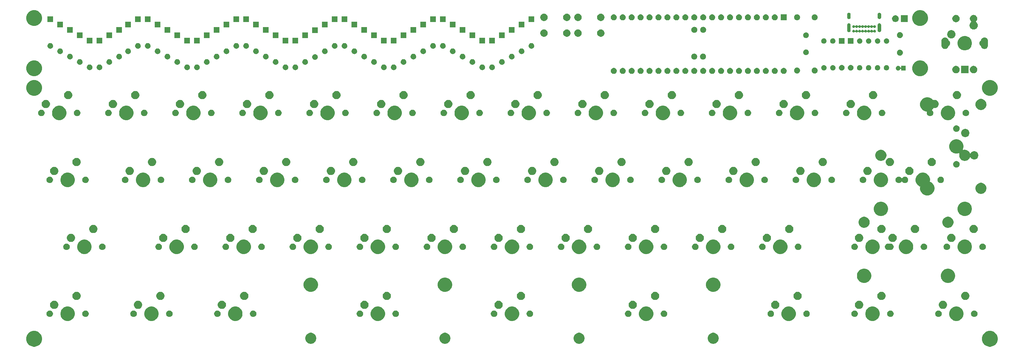
<source format=gbs>
G04 #@! TF.GenerationSoftware,KiCad,Pcbnew,(5.1.4)-1*
G04 #@! TF.CreationDate,2023-05-14T00:18:44+08:00*
G04 #@! TF.ProjectId,chevron,63686576-726f-46e2-9e6b-696361645f70,rev?*
G04 #@! TF.SameCoordinates,Original*
G04 #@! TF.FileFunction,Soldermask,Bot*
G04 #@! TF.FilePolarity,Negative*
%FSLAX46Y46*%
G04 Gerber Fmt 4.6, Leading zero omitted, Abs format (unit mm)*
G04 Created by KiCad (PCBNEW (5.1.4)-1) date 2023-05-14 00:18:44*
%MOMM*%
%LPD*%
G04 APERTURE LIST*
%ADD10C,1.000000*%
G04 APERTURE END LIST*
D10*
G36*
X264595296Y-81897488D02*
G01*
X264976009Y-81973216D01*
X265385665Y-82142901D01*
X265754345Y-82389246D01*
X266067882Y-82702783D01*
X266314227Y-83071463D01*
X266483912Y-83481119D01*
X266570416Y-83916008D01*
X266570416Y-84359416D01*
X266483912Y-84794305D01*
X266314227Y-85203961D01*
X266067882Y-85572641D01*
X265754345Y-85886178D01*
X265385665Y-86132523D01*
X264976009Y-86302208D01*
X264595296Y-86377936D01*
X264541121Y-86388712D01*
X264097711Y-86388712D01*
X264043536Y-86377936D01*
X263662823Y-86302208D01*
X263253167Y-86132523D01*
X262884487Y-85886178D01*
X262570950Y-85572641D01*
X262324605Y-85203961D01*
X262154920Y-84794305D01*
X262068416Y-84359416D01*
X262068416Y-83916008D01*
X262154920Y-83481119D01*
X262324605Y-83071463D01*
X262570950Y-82702783D01*
X262884487Y-82389246D01*
X263253167Y-82142901D01*
X263662823Y-81973216D01*
X264043536Y-81897488D01*
X264097711Y-81886712D01*
X264541121Y-81886712D01*
X264595296Y-81897488D01*
X264595296Y-81897488D01*
G37*
G36*
X-6867888Y-81897488D02*
G01*
X-6487175Y-81973216D01*
X-6077519Y-82142901D01*
X-5708839Y-82389246D01*
X-5395302Y-82702783D01*
X-5148957Y-83071463D01*
X-4979272Y-83481119D01*
X-4892768Y-83916008D01*
X-4892768Y-84359416D01*
X-4979272Y-84794305D01*
X-5148957Y-85203961D01*
X-5395302Y-85572641D01*
X-5708839Y-85886178D01*
X-6077519Y-86132523D01*
X-6487175Y-86302208D01*
X-6867888Y-86377936D01*
X-6922063Y-86388712D01*
X-7365473Y-86388712D01*
X-7419648Y-86377936D01*
X-7800361Y-86302208D01*
X-8210017Y-86132523D01*
X-8578697Y-85886178D01*
X-8892234Y-85572641D01*
X-9138579Y-85203961D01*
X-9308264Y-84794305D01*
X-9394768Y-84359416D01*
X-9394768Y-83916008D01*
X-9308264Y-83481119D01*
X-9138579Y-83071463D01*
X-8892234Y-82702783D01*
X-8578697Y-82389246D01*
X-8210017Y-82142901D01*
X-7800361Y-81973216D01*
X-7419648Y-81897488D01*
X-7365473Y-81886712D01*
X-6922063Y-81886712D01*
X-6867888Y-81897488D01*
X-6867888Y-81897488D01*
G37*
G36*
X109997139Y-82464470D02*
G01*
X110115865Y-82513648D01*
X110283769Y-82583196D01*
X110332302Y-82615625D01*
X110541732Y-82755561D01*
X110761111Y-82974940D01*
X110876281Y-83147305D01*
X110933476Y-83232903D01*
X111052202Y-83519534D01*
X111112728Y-83823819D01*
X111112728Y-84134069D01*
X111052202Y-84438354D01*
X110933476Y-84724985D01*
X110933475Y-84724986D01*
X110761111Y-84982948D01*
X110541732Y-85202327D01*
X110448020Y-85264943D01*
X110283769Y-85374692D01*
X110170993Y-85421405D01*
X109997139Y-85493418D01*
X109844995Y-85523681D01*
X109692853Y-85553944D01*
X109382603Y-85553944D01*
X109230461Y-85523681D01*
X109078317Y-85493418D01*
X108904463Y-85421405D01*
X108791687Y-85374692D01*
X108627436Y-85264943D01*
X108533724Y-85202327D01*
X108314345Y-84982948D01*
X108141981Y-84724986D01*
X108141980Y-84724985D01*
X108023254Y-84438354D01*
X107962728Y-84134069D01*
X107962728Y-83823819D01*
X108023254Y-83519534D01*
X108141980Y-83232903D01*
X108199175Y-83147305D01*
X108314345Y-82974940D01*
X108533724Y-82755561D01*
X108743154Y-82615625D01*
X108791687Y-82583196D01*
X108959591Y-82513648D01*
X109078317Y-82464470D01*
X109382603Y-82403944D01*
X109692853Y-82403944D01*
X109997139Y-82464470D01*
X109997139Y-82464470D01*
G37*
G36*
X71897235Y-82464470D02*
G01*
X72015961Y-82513648D01*
X72183865Y-82583196D01*
X72232398Y-82615625D01*
X72441828Y-82755561D01*
X72661207Y-82974940D01*
X72776377Y-83147305D01*
X72833572Y-83232903D01*
X72952298Y-83519534D01*
X73012824Y-83823819D01*
X73012824Y-84134069D01*
X72952298Y-84438354D01*
X72833572Y-84724985D01*
X72833571Y-84724986D01*
X72661207Y-84982948D01*
X72441828Y-85202327D01*
X72348116Y-85264943D01*
X72183865Y-85374692D01*
X72071089Y-85421405D01*
X71897235Y-85493418D01*
X71745091Y-85523681D01*
X71592949Y-85553944D01*
X71282603Y-85553944D01*
X71130461Y-85523681D01*
X70978317Y-85493418D01*
X70804463Y-85421405D01*
X70691687Y-85374692D01*
X70527436Y-85264943D01*
X70433724Y-85202327D01*
X70214345Y-84982948D01*
X70041981Y-84724986D01*
X70041980Y-84724985D01*
X69923254Y-84438354D01*
X69862728Y-84134069D01*
X69862728Y-83823819D01*
X69923254Y-83519534D01*
X70041980Y-83232903D01*
X70099175Y-83147305D01*
X70214345Y-82974940D01*
X70433724Y-82755561D01*
X70643154Y-82615625D01*
X70691687Y-82583196D01*
X70859591Y-82513648D01*
X70978317Y-82464470D01*
X71282603Y-82403944D01*
X71592949Y-82403944D01*
X71897235Y-82464470D01*
X71897235Y-82464470D01*
G37*
G36*
X148097331Y-82464470D02*
G01*
X148216057Y-82513648D01*
X148383961Y-82583196D01*
X148432494Y-82615625D01*
X148641924Y-82755561D01*
X148861303Y-82974940D01*
X148976473Y-83147305D01*
X149033668Y-83232903D01*
X149152394Y-83519534D01*
X149212920Y-83823819D01*
X149212920Y-84134069D01*
X149152394Y-84438354D01*
X149033668Y-84724985D01*
X149033667Y-84724986D01*
X148861303Y-84982948D01*
X148641924Y-85202327D01*
X148548212Y-85264943D01*
X148383961Y-85374692D01*
X148271185Y-85421405D01*
X148097331Y-85493418D01*
X147945187Y-85523681D01*
X147793045Y-85553944D01*
X147482795Y-85553944D01*
X147330653Y-85523681D01*
X147178509Y-85493418D01*
X147004655Y-85421405D01*
X146891879Y-85374692D01*
X146727628Y-85264943D01*
X146633916Y-85202327D01*
X146414537Y-84982948D01*
X146242173Y-84724986D01*
X146242172Y-84724985D01*
X146123446Y-84438354D01*
X146062920Y-84134069D01*
X146062920Y-83823819D01*
X146123446Y-83519534D01*
X146242172Y-83232903D01*
X146299367Y-83147305D01*
X146414537Y-82974940D01*
X146633916Y-82755561D01*
X146843346Y-82615625D01*
X146891879Y-82583196D01*
X147059783Y-82513648D01*
X147178509Y-82464470D01*
X147482795Y-82403944D01*
X147793045Y-82403944D01*
X148097331Y-82464470D01*
X148097331Y-82464470D01*
G37*
G36*
X186197331Y-82464470D02*
G01*
X186316057Y-82513648D01*
X186483961Y-82583196D01*
X186532494Y-82615625D01*
X186741924Y-82755561D01*
X186961303Y-82974940D01*
X187076473Y-83147305D01*
X187133668Y-83232903D01*
X187252394Y-83519534D01*
X187312920Y-83823819D01*
X187312920Y-84134069D01*
X187252394Y-84438354D01*
X187133668Y-84724985D01*
X187133667Y-84724986D01*
X186961303Y-84982948D01*
X186741924Y-85202327D01*
X186648212Y-85264943D01*
X186483961Y-85374692D01*
X186371185Y-85421405D01*
X186197331Y-85493418D01*
X186045187Y-85523681D01*
X185893045Y-85553944D01*
X185582699Y-85553944D01*
X185430557Y-85523681D01*
X185278413Y-85493418D01*
X185104559Y-85421405D01*
X184991783Y-85374692D01*
X184827532Y-85264943D01*
X184733820Y-85202327D01*
X184514441Y-84982948D01*
X184342077Y-84724986D01*
X184342076Y-84724985D01*
X184223350Y-84438354D01*
X184162824Y-84134069D01*
X184162824Y-83823819D01*
X184223350Y-83519534D01*
X184342076Y-83232903D01*
X184399271Y-83147305D01*
X184514441Y-82974940D01*
X184733820Y-82755561D01*
X184943250Y-82615625D01*
X184991783Y-82583196D01*
X185159687Y-82513648D01*
X185278413Y-82464470D01*
X185582699Y-82403944D01*
X185893045Y-82403944D01*
X186197331Y-82464470D01*
X186197331Y-82464470D01*
G37*
G36*
X2977724Y-75027628D02*
G01*
X3195724Y-75117927D01*
X3349873Y-75181777D01*
X3684798Y-75405567D01*
X3969627Y-75690396D01*
X4193417Y-76025321D01*
X4225812Y-76103530D01*
X4347566Y-76397470D01*
X4426150Y-76792538D01*
X4426150Y-77195350D01*
X4347566Y-77590418D01*
X4296701Y-77713216D01*
X4193417Y-77962567D01*
X3969627Y-78297492D01*
X3684798Y-78582321D01*
X3349873Y-78806111D01*
X3195724Y-78869961D01*
X2977724Y-78960260D01*
X2582656Y-79038844D01*
X2179844Y-79038844D01*
X1784776Y-78960260D01*
X1566776Y-78869961D01*
X1412627Y-78806111D01*
X1077702Y-78582321D01*
X792873Y-78297492D01*
X569083Y-77962567D01*
X465799Y-77713216D01*
X414934Y-77590418D01*
X336350Y-77195350D01*
X336350Y-76792538D01*
X414934Y-76397470D01*
X536688Y-76103530D01*
X569083Y-76025321D01*
X792873Y-75690396D01*
X1077702Y-75405567D01*
X1412627Y-75181777D01*
X1566776Y-75117927D01*
X1784776Y-75027628D01*
X2179844Y-74949044D01*
X2582656Y-74949044D01*
X2977724Y-75027628D01*
X2977724Y-75027628D01*
G37*
G36*
X231578306Y-75027628D02*
G01*
X231796306Y-75117927D01*
X231950455Y-75181777D01*
X232285380Y-75405567D01*
X232570209Y-75690396D01*
X232793999Y-76025321D01*
X232826394Y-76103530D01*
X232948148Y-76397470D01*
X233026732Y-76792538D01*
X233026732Y-77195350D01*
X232948148Y-77590418D01*
X232897283Y-77713216D01*
X232793999Y-77962567D01*
X232570209Y-78297492D01*
X232285380Y-78582321D01*
X231950455Y-78806111D01*
X231796306Y-78869961D01*
X231578306Y-78960260D01*
X231183238Y-79038844D01*
X230780426Y-79038844D01*
X230385358Y-78960260D01*
X230167358Y-78869961D01*
X230013209Y-78806111D01*
X229678284Y-78582321D01*
X229393455Y-78297492D01*
X229169665Y-77962567D01*
X229066381Y-77713216D01*
X229015516Y-77590418D01*
X228936932Y-77195350D01*
X228936932Y-76792538D01*
X229015516Y-76397470D01*
X229137270Y-76103530D01*
X229169665Y-76025321D01*
X229393455Y-75690396D01*
X229678284Y-75405567D01*
X230013209Y-75181777D01*
X230167358Y-75117927D01*
X230385358Y-75027628D01*
X230780426Y-74949044D01*
X231183238Y-74949044D01*
X231578306Y-75027628D01*
X231578306Y-75027628D01*
G37*
G36*
X167284394Y-75027628D02*
G01*
X167502394Y-75117927D01*
X167656543Y-75181777D01*
X167991468Y-75405567D01*
X168276297Y-75690396D01*
X168500087Y-76025321D01*
X168532482Y-76103530D01*
X168654236Y-76397470D01*
X168732820Y-76792538D01*
X168732820Y-77195350D01*
X168654236Y-77590418D01*
X168603371Y-77713216D01*
X168500087Y-77962567D01*
X168276297Y-78297492D01*
X167991468Y-78582321D01*
X167656543Y-78806111D01*
X167502394Y-78869961D01*
X167284394Y-78960260D01*
X166889326Y-79038844D01*
X166486514Y-79038844D01*
X166091446Y-78960260D01*
X165873446Y-78869961D01*
X165719297Y-78806111D01*
X165384372Y-78582321D01*
X165099543Y-78297492D01*
X164875753Y-77962567D01*
X164772469Y-77713216D01*
X164721604Y-77590418D01*
X164643020Y-77195350D01*
X164643020Y-76792538D01*
X164721604Y-76397470D01*
X164843358Y-76103530D01*
X164875753Y-76025321D01*
X165099543Y-75690396D01*
X165384372Y-75405567D01*
X165719297Y-75181777D01*
X165873446Y-75117927D01*
X166091446Y-75027628D01*
X166486514Y-74949044D01*
X166889326Y-74949044D01*
X167284394Y-75027628D01*
X167284394Y-75027628D01*
G37*
G36*
X255390866Y-75027628D02*
G01*
X255608866Y-75117927D01*
X255763015Y-75181777D01*
X256097940Y-75405567D01*
X256382769Y-75690396D01*
X256606559Y-76025321D01*
X256638954Y-76103530D01*
X256760708Y-76397470D01*
X256839292Y-76792538D01*
X256839292Y-77195350D01*
X256760708Y-77590418D01*
X256709843Y-77713216D01*
X256606559Y-77962567D01*
X256382769Y-78297492D01*
X256097940Y-78582321D01*
X255763015Y-78806111D01*
X255608866Y-78869961D01*
X255390866Y-78960260D01*
X254995798Y-79038844D01*
X254592986Y-79038844D01*
X254197918Y-78960260D01*
X253979918Y-78869961D01*
X253825769Y-78806111D01*
X253490844Y-78582321D01*
X253206015Y-78297492D01*
X252982225Y-77962567D01*
X252878941Y-77713216D01*
X252828076Y-77590418D01*
X252749492Y-77195350D01*
X252749492Y-76792538D01*
X252828076Y-76397470D01*
X252949830Y-76103530D01*
X252982225Y-76025321D01*
X253206015Y-75690396D01*
X253490844Y-75405567D01*
X253825769Y-75181777D01*
X253979918Y-75117927D01*
X254197918Y-75027628D01*
X254592986Y-74949044D01*
X254995798Y-74949044D01*
X255390866Y-75027628D01*
X255390866Y-75027628D01*
G37*
G36*
X129184298Y-75027628D02*
G01*
X129402298Y-75117927D01*
X129556447Y-75181777D01*
X129891372Y-75405567D01*
X130176201Y-75690396D01*
X130399991Y-76025321D01*
X130432386Y-76103530D01*
X130554140Y-76397470D01*
X130632724Y-76792538D01*
X130632724Y-77195350D01*
X130554140Y-77590418D01*
X130503275Y-77713216D01*
X130399991Y-77962567D01*
X130176201Y-78297492D01*
X129891372Y-78582321D01*
X129556447Y-78806111D01*
X129402298Y-78869961D01*
X129184298Y-78960260D01*
X128789230Y-79038844D01*
X128386418Y-79038844D01*
X127991350Y-78960260D01*
X127773350Y-78869961D01*
X127619201Y-78806111D01*
X127284276Y-78582321D01*
X126999447Y-78297492D01*
X126775657Y-77962567D01*
X126672373Y-77713216D01*
X126621508Y-77590418D01*
X126542924Y-77195350D01*
X126542924Y-76792538D01*
X126621508Y-76397470D01*
X126743262Y-76103530D01*
X126775657Y-76025321D01*
X126999447Y-75690396D01*
X127284276Y-75405567D01*
X127619201Y-75181777D01*
X127773350Y-75117927D01*
X127991350Y-75027628D01*
X128386418Y-74949044D01*
X128789230Y-74949044D01*
X129184298Y-75027628D01*
X129184298Y-75027628D01*
G37*
G36*
X91084202Y-75027628D02*
G01*
X91302202Y-75117927D01*
X91456351Y-75181777D01*
X91791276Y-75405567D01*
X92076105Y-75690396D01*
X92299895Y-76025321D01*
X92332290Y-76103530D01*
X92454044Y-76397470D01*
X92532628Y-76792538D01*
X92532628Y-77195350D01*
X92454044Y-77590418D01*
X92403179Y-77713216D01*
X92299895Y-77962567D01*
X92076105Y-78297492D01*
X91791276Y-78582321D01*
X91456351Y-78806111D01*
X91302202Y-78869961D01*
X91084202Y-78960260D01*
X90689134Y-79038844D01*
X90286322Y-79038844D01*
X89891254Y-78960260D01*
X89673254Y-78869961D01*
X89519105Y-78806111D01*
X89184180Y-78582321D01*
X88899351Y-78297492D01*
X88675561Y-77962567D01*
X88572277Y-77713216D01*
X88521412Y-77590418D01*
X88442828Y-77195350D01*
X88442828Y-76792538D01*
X88521412Y-76397470D01*
X88643166Y-76103530D01*
X88675561Y-76025321D01*
X88899351Y-75690396D01*
X89184180Y-75405567D01*
X89519105Y-75181777D01*
X89673254Y-75117927D01*
X89891254Y-75027628D01*
X90286322Y-74949044D01*
X90689134Y-74949044D01*
X91084202Y-75027628D01*
X91084202Y-75027628D01*
G37*
G36*
X207765746Y-75027628D02*
G01*
X207983746Y-75117927D01*
X208137895Y-75181777D01*
X208472820Y-75405567D01*
X208757649Y-75690396D01*
X208981439Y-76025321D01*
X209013834Y-76103530D01*
X209135588Y-76397470D01*
X209214172Y-76792538D01*
X209214172Y-77195350D01*
X209135588Y-77590418D01*
X209084723Y-77713216D01*
X208981439Y-77962567D01*
X208757649Y-78297492D01*
X208472820Y-78582321D01*
X208137895Y-78806111D01*
X207983746Y-78869961D01*
X207765746Y-78960260D01*
X207370678Y-79038844D01*
X206967866Y-79038844D01*
X206572798Y-78960260D01*
X206354798Y-78869961D01*
X206200649Y-78806111D01*
X205865724Y-78582321D01*
X205580895Y-78297492D01*
X205357105Y-77962567D01*
X205253821Y-77713216D01*
X205202956Y-77590418D01*
X205124372Y-77195350D01*
X205124372Y-76792538D01*
X205202956Y-76397470D01*
X205324710Y-76103530D01*
X205357105Y-76025321D01*
X205580895Y-75690396D01*
X205865724Y-75405567D01*
X206200649Y-75181777D01*
X206354798Y-75117927D01*
X206572798Y-75027628D01*
X206967866Y-74949044D01*
X207370678Y-74949044D01*
X207765746Y-75027628D01*
X207765746Y-75027628D01*
G37*
G36*
X26790224Y-75027628D02*
G01*
X27008224Y-75117927D01*
X27162373Y-75181777D01*
X27497298Y-75405567D01*
X27782127Y-75690396D01*
X28005917Y-76025321D01*
X28038312Y-76103530D01*
X28160066Y-76397470D01*
X28238650Y-76792538D01*
X28238650Y-77195350D01*
X28160066Y-77590418D01*
X28109201Y-77713216D01*
X28005917Y-77962567D01*
X27782127Y-78297492D01*
X27497298Y-78582321D01*
X27162373Y-78806111D01*
X27008224Y-78869961D01*
X26790224Y-78960260D01*
X26395156Y-79038844D01*
X25992344Y-79038844D01*
X25597276Y-78960260D01*
X25379276Y-78869961D01*
X25225127Y-78806111D01*
X24890202Y-78582321D01*
X24605373Y-78297492D01*
X24381583Y-77962567D01*
X24278299Y-77713216D01*
X24227434Y-77590418D01*
X24148850Y-77195350D01*
X24148850Y-76792538D01*
X24227434Y-76397470D01*
X24349188Y-76103530D01*
X24381583Y-76025321D01*
X24605373Y-75690396D01*
X24890202Y-75405567D01*
X25225127Y-75181777D01*
X25379276Y-75117927D01*
X25597276Y-75027628D01*
X25992344Y-74949044D01*
X26395156Y-74949044D01*
X26790224Y-75027628D01*
X26790224Y-75027628D01*
G37*
G36*
X50602724Y-75027434D02*
G01*
X50820724Y-75117733D01*
X50974873Y-75181583D01*
X51309798Y-75405373D01*
X51594627Y-75690202D01*
X51818417Y-76025127D01*
X51850812Y-76103336D01*
X51972566Y-76397276D01*
X52051150Y-76792344D01*
X52051150Y-77195156D01*
X51972566Y-77590224D01*
X51921701Y-77713022D01*
X51818417Y-77962373D01*
X51594627Y-78297298D01*
X51309798Y-78582127D01*
X50974873Y-78805917D01*
X50820724Y-78869767D01*
X50602724Y-78960066D01*
X50207656Y-79038650D01*
X49804844Y-79038650D01*
X49409776Y-78960066D01*
X49191776Y-78869767D01*
X49037627Y-78805917D01*
X48702702Y-78582127D01*
X48417873Y-78297298D01*
X48194083Y-77962373D01*
X48090799Y-77713022D01*
X48039934Y-77590224D01*
X47961350Y-77195156D01*
X47961350Y-76792344D01*
X48039934Y-76397276D01*
X48161688Y-76103336D01*
X48194083Y-76025127D01*
X48417873Y-75690202D01*
X48702702Y-75405373D01*
X49037627Y-75181583D01*
X49191776Y-75117733D01*
X49409776Y-75027434D01*
X49804844Y-74948850D01*
X50207656Y-74948850D01*
X50602724Y-75027434D01*
X50602724Y-75027434D01*
G37*
G36*
X172038024Y-76103529D02*
G01*
X172206546Y-76173333D01*
X172358211Y-76274672D01*
X172487192Y-76403653D01*
X172588531Y-76555318D01*
X172658335Y-76723840D01*
X172693920Y-76902741D01*
X172693920Y-77085147D01*
X172658335Y-77264048D01*
X172588531Y-77432570D01*
X172487192Y-77584235D01*
X172358211Y-77713216D01*
X172206546Y-77814555D01*
X172038024Y-77884359D01*
X171859123Y-77919944D01*
X171676717Y-77919944D01*
X171497816Y-77884359D01*
X171329294Y-77814555D01*
X171177629Y-77713216D01*
X171048648Y-77584235D01*
X170947309Y-77432570D01*
X170877505Y-77264048D01*
X170841920Y-77085147D01*
X170841920Y-76902741D01*
X170877505Y-76723840D01*
X170947309Y-76555318D01*
X171048648Y-76403653D01*
X171177629Y-76274672D01*
X171329294Y-76173333D01*
X171497816Y-76103529D01*
X171676717Y-76067944D01*
X171859123Y-76067944D01*
X172038024Y-76103529D01*
X172038024Y-76103529D01*
G37*
G36*
X212519376Y-76103529D02*
G01*
X212687898Y-76173333D01*
X212839563Y-76274672D01*
X212968544Y-76403653D01*
X213069883Y-76555318D01*
X213139687Y-76723840D01*
X213175272Y-76902741D01*
X213175272Y-77085147D01*
X213139687Y-77264048D01*
X213069883Y-77432570D01*
X212968544Y-77584235D01*
X212839563Y-77713216D01*
X212687898Y-77814555D01*
X212519376Y-77884359D01*
X212340475Y-77919944D01*
X212158069Y-77919944D01*
X211979168Y-77884359D01*
X211810646Y-77814555D01*
X211658981Y-77713216D01*
X211530000Y-77584235D01*
X211428661Y-77432570D01*
X211358857Y-77264048D01*
X211323272Y-77085147D01*
X211323272Y-76902741D01*
X211358857Y-76723840D01*
X211428661Y-76555318D01*
X211530000Y-76403653D01*
X211658981Y-76274672D01*
X211810646Y-76173333D01*
X211979168Y-76103529D01*
X212158069Y-76067944D01*
X212340475Y-76067944D01*
X212519376Y-76103529D01*
X212519376Y-76103529D01*
G37*
G36*
X202359376Y-76103529D02*
G01*
X202527898Y-76173333D01*
X202679563Y-76274672D01*
X202808544Y-76403653D01*
X202909883Y-76555318D01*
X202979687Y-76723840D01*
X203015272Y-76902741D01*
X203015272Y-77085147D01*
X202979687Y-77264048D01*
X202909883Y-77432570D01*
X202808544Y-77584235D01*
X202679563Y-77713216D01*
X202527898Y-77814555D01*
X202359376Y-77884359D01*
X202180475Y-77919944D01*
X201998069Y-77919944D01*
X201819168Y-77884359D01*
X201650646Y-77814555D01*
X201498981Y-77713216D01*
X201370000Y-77584235D01*
X201268661Y-77432570D01*
X201198857Y-77264048D01*
X201163272Y-77085147D01*
X201163272Y-76902741D01*
X201198857Y-76723840D01*
X201268661Y-76555318D01*
X201370000Y-76403653D01*
X201498981Y-76274672D01*
X201650646Y-76173333D01*
X201819168Y-76103529D01*
X201998069Y-76067944D01*
X202180475Y-76067944D01*
X202359376Y-76103529D01*
X202359376Y-76103529D01*
G37*
G36*
X236331936Y-76103529D02*
G01*
X236500458Y-76173333D01*
X236652123Y-76274672D01*
X236781104Y-76403653D01*
X236882443Y-76555318D01*
X236952247Y-76723840D01*
X236987832Y-76902741D01*
X236987832Y-77085147D01*
X236952247Y-77264048D01*
X236882443Y-77432570D01*
X236781104Y-77584235D01*
X236652123Y-77713216D01*
X236500458Y-77814555D01*
X236331936Y-77884359D01*
X236153035Y-77919944D01*
X235970629Y-77919944D01*
X235791728Y-77884359D01*
X235623206Y-77814555D01*
X235471541Y-77713216D01*
X235342560Y-77584235D01*
X235241221Y-77432570D01*
X235171417Y-77264048D01*
X235135832Y-77085147D01*
X235135832Y-76902741D01*
X235171417Y-76723840D01*
X235241221Y-76555318D01*
X235342560Y-76403653D01*
X235471541Y-76274672D01*
X235623206Y-76173333D01*
X235791728Y-76103529D01*
X235970629Y-76067944D01*
X236153035Y-76067944D01*
X236331936Y-76103529D01*
X236331936Y-76103529D01*
G37*
G36*
X260144496Y-76103529D02*
G01*
X260313018Y-76173333D01*
X260464683Y-76274672D01*
X260593664Y-76403653D01*
X260695003Y-76555318D01*
X260764807Y-76723840D01*
X260800392Y-76902741D01*
X260800392Y-77085147D01*
X260764807Y-77264048D01*
X260695003Y-77432570D01*
X260593664Y-77584235D01*
X260464683Y-77713216D01*
X260313018Y-77814555D01*
X260144496Y-77884359D01*
X259965595Y-77919944D01*
X259783189Y-77919944D01*
X259604288Y-77884359D01*
X259435766Y-77814555D01*
X259284101Y-77713216D01*
X259155120Y-77584235D01*
X259053781Y-77432570D01*
X258983977Y-77264048D01*
X258948392Y-77085147D01*
X258948392Y-76902741D01*
X258983977Y-76723840D01*
X259053781Y-76555318D01*
X259155120Y-76403653D01*
X259284101Y-76274672D01*
X259435766Y-76173333D01*
X259604288Y-76103529D01*
X259783189Y-76067944D01*
X259965595Y-76067944D01*
X260144496Y-76103529D01*
X260144496Y-76103529D01*
G37*
G36*
X249984496Y-76103529D02*
G01*
X250153018Y-76173333D01*
X250304683Y-76274672D01*
X250433664Y-76403653D01*
X250535003Y-76555318D01*
X250604807Y-76723840D01*
X250640392Y-76902741D01*
X250640392Y-77085147D01*
X250604807Y-77264048D01*
X250535003Y-77432570D01*
X250433664Y-77584235D01*
X250304683Y-77713216D01*
X250153018Y-77814555D01*
X249984496Y-77884359D01*
X249805595Y-77919944D01*
X249623189Y-77919944D01*
X249444288Y-77884359D01*
X249275766Y-77814555D01*
X249124101Y-77713216D01*
X248995120Y-77584235D01*
X248893781Y-77432570D01*
X248823977Y-77264048D01*
X248788392Y-77085147D01*
X248788392Y-76902741D01*
X248823977Y-76723840D01*
X248893781Y-76555318D01*
X248995120Y-76403653D01*
X249124101Y-76274672D01*
X249275766Y-76173333D01*
X249444288Y-76103529D01*
X249623189Y-76067944D01*
X249805595Y-76067944D01*
X249984496Y-76103529D01*
X249984496Y-76103529D01*
G37*
G36*
X85677832Y-76103529D02*
G01*
X85846354Y-76173333D01*
X85998019Y-76274672D01*
X86127000Y-76403653D01*
X86228339Y-76555318D01*
X86298143Y-76723840D01*
X86333728Y-76902741D01*
X86333728Y-77085147D01*
X86298143Y-77264048D01*
X86228339Y-77432570D01*
X86127000Y-77584235D01*
X85998019Y-77713216D01*
X85846354Y-77814555D01*
X85677832Y-77884359D01*
X85498931Y-77919944D01*
X85316525Y-77919944D01*
X85137624Y-77884359D01*
X84969102Y-77814555D01*
X84817437Y-77713216D01*
X84688456Y-77584235D01*
X84587117Y-77432570D01*
X84517313Y-77264048D01*
X84481728Y-77085147D01*
X84481728Y-76902741D01*
X84517313Y-76723840D01*
X84587117Y-76555318D01*
X84688456Y-76403653D01*
X84817437Y-76274672D01*
X84969102Y-76173333D01*
X85137624Y-76103529D01*
X85316525Y-76067944D01*
X85498931Y-76067944D01*
X85677832Y-76103529D01*
X85677832Y-76103529D01*
G37*
G36*
X123777928Y-76103529D02*
G01*
X123946450Y-76173333D01*
X124098115Y-76274672D01*
X124227096Y-76403653D01*
X124328435Y-76555318D01*
X124398239Y-76723840D01*
X124433824Y-76902741D01*
X124433824Y-77085147D01*
X124398239Y-77264048D01*
X124328435Y-77432570D01*
X124227096Y-77584235D01*
X124098115Y-77713216D01*
X123946450Y-77814555D01*
X123777928Y-77884359D01*
X123599027Y-77919944D01*
X123416621Y-77919944D01*
X123237720Y-77884359D01*
X123069198Y-77814555D01*
X122917533Y-77713216D01*
X122788552Y-77584235D01*
X122687213Y-77432570D01*
X122617409Y-77264048D01*
X122581824Y-77085147D01*
X122581824Y-76902741D01*
X122617409Y-76723840D01*
X122687213Y-76555318D01*
X122788552Y-76403653D01*
X122917533Y-76274672D01*
X123069198Y-76173333D01*
X123237720Y-76103529D01*
X123416621Y-76067944D01*
X123599027Y-76067944D01*
X123777928Y-76103529D01*
X123777928Y-76103529D01*
G37*
G36*
X133937928Y-76103529D02*
G01*
X134106450Y-76173333D01*
X134258115Y-76274672D01*
X134387096Y-76403653D01*
X134488435Y-76555318D01*
X134558239Y-76723840D01*
X134593824Y-76902741D01*
X134593824Y-77085147D01*
X134558239Y-77264048D01*
X134488435Y-77432570D01*
X134387096Y-77584235D01*
X134258115Y-77713216D01*
X134106450Y-77814555D01*
X133937928Y-77884359D01*
X133759027Y-77919944D01*
X133576621Y-77919944D01*
X133397720Y-77884359D01*
X133229198Y-77814555D01*
X133077533Y-77713216D01*
X132948552Y-77584235D01*
X132847213Y-77432570D01*
X132777409Y-77264048D01*
X132741824Y-77085147D01*
X132741824Y-76902741D01*
X132777409Y-76723840D01*
X132847213Y-76555318D01*
X132948552Y-76403653D01*
X133077533Y-76274672D01*
X133229198Y-76173333D01*
X133397720Y-76103529D01*
X133576621Y-76067944D01*
X133759027Y-76067944D01*
X133937928Y-76103529D01*
X133937928Y-76103529D01*
G37*
G36*
X161878024Y-76103529D02*
G01*
X162046546Y-76173333D01*
X162198211Y-76274672D01*
X162327192Y-76403653D01*
X162428531Y-76555318D01*
X162498335Y-76723840D01*
X162533920Y-76902741D01*
X162533920Y-77085147D01*
X162498335Y-77264048D01*
X162428531Y-77432570D01*
X162327192Y-77584235D01*
X162198211Y-77713216D01*
X162046546Y-77814555D01*
X161878024Y-77884359D01*
X161699123Y-77919944D01*
X161516717Y-77919944D01*
X161337816Y-77884359D01*
X161169294Y-77814555D01*
X161017629Y-77713216D01*
X160888648Y-77584235D01*
X160787309Y-77432570D01*
X160717505Y-77264048D01*
X160681920Y-77085147D01*
X160681920Y-76902741D01*
X160717505Y-76723840D01*
X160787309Y-76555318D01*
X160888648Y-76403653D01*
X161017629Y-76274672D01*
X161169294Y-76173333D01*
X161337816Y-76103529D01*
X161516717Y-76067944D01*
X161699123Y-76067944D01*
X161878024Y-76103529D01*
X161878024Y-76103529D01*
G37*
G36*
X226171936Y-76103529D02*
G01*
X226340458Y-76173333D01*
X226492123Y-76274672D01*
X226621104Y-76403653D01*
X226722443Y-76555318D01*
X226792247Y-76723840D01*
X226827832Y-76902741D01*
X226827832Y-77085147D01*
X226792247Y-77264048D01*
X226722443Y-77432570D01*
X226621104Y-77584235D01*
X226492123Y-77713216D01*
X226340458Y-77814555D01*
X226171936Y-77884359D01*
X225993035Y-77919944D01*
X225810629Y-77919944D01*
X225631728Y-77884359D01*
X225463206Y-77814555D01*
X225311541Y-77713216D01*
X225182560Y-77584235D01*
X225081221Y-77432570D01*
X225011417Y-77264048D01*
X224975832Y-77085147D01*
X224975832Y-76902741D01*
X225011417Y-76723840D01*
X225081221Y-76555318D01*
X225182560Y-76403653D01*
X225311541Y-76274672D01*
X225463206Y-76173333D01*
X225631728Y-76103529D01*
X225810629Y-76067944D01*
X225993035Y-76067944D01*
X226171936Y-76103529D01*
X226171936Y-76103529D01*
G37*
G36*
X95837832Y-76103529D02*
G01*
X96006354Y-76173333D01*
X96158019Y-76274672D01*
X96287000Y-76403653D01*
X96388339Y-76555318D01*
X96458143Y-76723840D01*
X96493728Y-76902741D01*
X96493728Y-77085147D01*
X96458143Y-77264048D01*
X96388339Y-77432570D01*
X96287000Y-77584235D01*
X96158019Y-77713216D01*
X96006354Y-77814555D01*
X95837832Y-77884359D01*
X95658931Y-77919944D01*
X95476525Y-77919944D01*
X95297624Y-77884359D01*
X95129102Y-77814555D01*
X94977437Y-77713216D01*
X94848456Y-77584235D01*
X94747117Y-77432570D01*
X94677313Y-77264048D01*
X94641728Y-77085147D01*
X94641728Y-76902741D01*
X94677313Y-76723840D01*
X94747117Y-76555318D01*
X94848456Y-76403653D01*
X94977437Y-76274672D01*
X95129102Y-76173333D01*
X95297624Y-76103529D01*
X95476525Y-76067944D01*
X95658931Y-76067944D01*
X95837832Y-76103529D01*
X95837832Y-76103529D01*
G37*
G36*
X21383854Y-76103529D02*
G01*
X21552376Y-76173333D01*
X21704041Y-76274672D01*
X21833022Y-76403653D01*
X21934361Y-76555318D01*
X22004165Y-76723840D01*
X22039750Y-76902741D01*
X22039750Y-77085147D01*
X22004165Y-77264048D01*
X21934361Y-77432570D01*
X21833022Y-77584235D01*
X21704041Y-77713216D01*
X21552376Y-77814555D01*
X21383854Y-77884359D01*
X21204953Y-77919944D01*
X21022547Y-77919944D01*
X20843646Y-77884359D01*
X20675124Y-77814555D01*
X20523459Y-77713216D01*
X20394478Y-77584235D01*
X20293139Y-77432570D01*
X20223335Y-77264048D01*
X20187750Y-77085147D01*
X20187750Y-76902741D01*
X20223335Y-76723840D01*
X20293139Y-76555318D01*
X20394478Y-76403653D01*
X20523459Y-76274672D01*
X20675124Y-76173333D01*
X20843646Y-76103529D01*
X21022547Y-76067944D01*
X21204953Y-76067944D01*
X21383854Y-76103529D01*
X21383854Y-76103529D01*
G37*
G36*
X7731354Y-76103529D02*
G01*
X7899876Y-76173333D01*
X8051541Y-76274672D01*
X8180522Y-76403653D01*
X8281861Y-76555318D01*
X8351665Y-76723840D01*
X8387250Y-76902741D01*
X8387250Y-77085147D01*
X8351665Y-77264048D01*
X8281861Y-77432570D01*
X8180522Y-77584235D01*
X8051541Y-77713216D01*
X7899876Y-77814555D01*
X7731354Y-77884359D01*
X7552453Y-77919944D01*
X7370047Y-77919944D01*
X7191146Y-77884359D01*
X7022624Y-77814555D01*
X6870959Y-77713216D01*
X6741978Y-77584235D01*
X6640639Y-77432570D01*
X6570835Y-77264048D01*
X6535250Y-77085147D01*
X6535250Y-76902741D01*
X6570835Y-76723840D01*
X6640639Y-76555318D01*
X6741978Y-76403653D01*
X6870959Y-76274672D01*
X7022624Y-76173333D01*
X7191146Y-76103529D01*
X7370047Y-76067944D01*
X7552453Y-76067944D01*
X7731354Y-76103529D01*
X7731354Y-76103529D01*
G37*
G36*
X31543854Y-76103529D02*
G01*
X31712376Y-76173333D01*
X31864041Y-76274672D01*
X31993022Y-76403653D01*
X32094361Y-76555318D01*
X32164165Y-76723840D01*
X32199750Y-76902741D01*
X32199750Y-77085147D01*
X32164165Y-77264048D01*
X32094361Y-77432570D01*
X31993022Y-77584235D01*
X31864041Y-77713216D01*
X31712376Y-77814555D01*
X31543854Y-77884359D01*
X31364953Y-77919944D01*
X31182547Y-77919944D01*
X31003646Y-77884359D01*
X30835124Y-77814555D01*
X30683459Y-77713216D01*
X30554478Y-77584235D01*
X30453139Y-77432570D01*
X30383335Y-77264048D01*
X30347750Y-77085147D01*
X30347750Y-76902741D01*
X30383335Y-76723840D01*
X30453139Y-76555318D01*
X30554478Y-76403653D01*
X30683459Y-76274672D01*
X30835124Y-76173333D01*
X31003646Y-76103529D01*
X31182547Y-76067944D01*
X31364953Y-76067944D01*
X31543854Y-76103529D01*
X31543854Y-76103529D01*
G37*
G36*
X-2428646Y-76103529D02*
G01*
X-2260124Y-76173333D01*
X-2108459Y-76274672D01*
X-1979478Y-76403653D01*
X-1878139Y-76555318D01*
X-1808335Y-76723840D01*
X-1772750Y-76902741D01*
X-1772750Y-77085147D01*
X-1808335Y-77264048D01*
X-1878139Y-77432570D01*
X-1979478Y-77584235D01*
X-2108459Y-77713216D01*
X-2260124Y-77814555D01*
X-2428646Y-77884359D01*
X-2607547Y-77919944D01*
X-2789953Y-77919944D01*
X-2968854Y-77884359D01*
X-3137376Y-77814555D01*
X-3289041Y-77713216D01*
X-3418022Y-77584235D01*
X-3519361Y-77432570D01*
X-3589165Y-77264048D01*
X-3624750Y-77085147D01*
X-3624750Y-76902741D01*
X-3589165Y-76723840D01*
X-3519361Y-76555318D01*
X-3418022Y-76403653D01*
X-3289041Y-76274672D01*
X-3137376Y-76173333D01*
X-2968854Y-76103529D01*
X-2789953Y-76067944D01*
X-2607547Y-76067944D01*
X-2428646Y-76103529D01*
X-2428646Y-76103529D01*
G37*
G36*
X45196354Y-76103335D02*
G01*
X45364876Y-76173139D01*
X45516541Y-76274478D01*
X45645522Y-76403459D01*
X45746861Y-76555124D01*
X45816665Y-76723646D01*
X45852250Y-76902547D01*
X45852250Y-77084953D01*
X45816665Y-77263854D01*
X45746861Y-77432376D01*
X45645522Y-77584041D01*
X45516541Y-77713022D01*
X45364876Y-77814361D01*
X45196354Y-77884165D01*
X45017453Y-77919750D01*
X44835047Y-77919750D01*
X44656146Y-77884165D01*
X44487624Y-77814361D01*
X44335959Y-77713022D01*
X44206978Y-77584041D01*
X44105639Y-77432376D01*
X44035835Y-77263854D01*
X44000250Y-77084953D01*
X44000250Y-76902547D01*
X44035835Y-76723646D01*
X44105639Y-76555124D01*
X44206978Y-76403459D01*
X44335959Y-76274478D01*
X44487624Y-76173139D01*
X44656146Y-76103335D01*
X44835047Y-76067750D01*
X45017453Y-76067750D01*
X45196354Y-76103335D01*
X45196354Y-76103335D01*
G37*
G36*
X55356354Y-76103335D02*
G01*
X55524876Y-76173139D01*
X55676541Y-76274478D01*
X55805522Y-76403459D01*
X55906861Y-76555124D01*
X55976665Y-76723646D01*
X56012250Y-76902547D01*
X56012250Y-77084953D01*
X55976665Y-77263854D01*
X55906861Y-77432376D01*
X55805522Y-77584041D01*
X55676541Y-77713022D01*
X55524876Y-77814361D01*
X55356354Y-77884165D01*
X55177453Y-77919750D01*
X54995047Y-77919750D01*
X54816146Y-77884165D01*
X54647624Y-77814361D01*
X54495959Y-77713022D01*
X54366978Y-77584041D01*
X54265639Y-77432376D01*
X54195835Y-77263854D01*
X54160250Y-77084953D01*
X54160250Y-76902547D01*
X54195835Y-76723646D01*
X54265639Y-76555124D01*
X54366978Y-76403459D01*
X54495959Y-76274478D01*
X54647624Y-76173139D01*
X54816146Y-76103335D01*
X54995047Y-76067750D01*
X55177453Y-76067750D01*
X55356354Y-76103335D01*
X55356354Y-76103335D01*
G37*
G36*
X-1237190Y-73293008D02*
G01*
X-1085723Y-73323137D01*
X-871705Y-73411786D01*
X-871704Y-73411787D01*
X-679096Y-73540483D01*
X-515289Y-73704290D01*
X-429492Y-73832695D01*
X-386592Y-73896899D01*
X-297943Y-74110917D01*
X-297943Y-74110919D01*
X-252788Y-74337924D01*
X-252750Y-74338118D01*
X-252750Y-74569770D01*
X-297943Y-74796971D01*
X-386592Y-75010989D01*
X-386593Y-75010990D01*
X-515289Y-75203598D01*
X-679096Y-75367405D01*
X-736210Y-75405567D01*
X-871705Y-75496102D01*
X-1085723Y-75584751D01*
X-1237190Y-75614880D01*
X-1312923Y-75629944D01*
X-1544577Y-75629944D01*
X-1620310Y-75614880D01*
X-1771777Y-75584751D01*
X-1985795Y-75496102D01*
X-2121290Y-75405567D01*
X-2178404Y-75367405D01*
X-2342211Y-75203598D01*
X-2470907Y-75010990D01*
X-2470908Y-75010989D01*
X-2559557Y-74796971D01*
X-2604750Y-74569770D01*
X-2604750Y-74338118D01*
X-2604711Y-74337924D01*
X-2559557Y-74110919D01*
X-2559557Y-74110917D01*
X-2470908Y-73896899D01*
X-2428008Y-73832695D01*
X-2342211Y-73704290D01*
X-2178404Y-73540483D01*
X-1985796Y-73411787D01*
X-1985795Y-73411786D01*
X-1771777Y-73323137D01*
X-1620310Y-73293008D01*
X-1544577Y-73277944D01*
X-1312923Y-73277944D01*
X-1237190Y-73293008D01*
X-1237190Y-73293008D01*
G37*
G36*
X251175952Y-73293008D02*
G01*
X251327419Y-73323137D01*
X251541437Y-73411786D01*
X251541438Y-73411787D01*
X251734046Y-73540483D01*
X251897853Y-73704290D01*
X251983650Y-73832695D01*
X252026550Y-73896899D01*
X252115199Y-74110917D01*
X252115199Y-74110919D01*
X252160354Y-74337924D01*
X252160392Y-74338118D01*
X252160392Y-74569770D01*
X252115199Y-74796971D01*
X252026550Y-75010989D01*
X252026549Y-75010990D01*
X251897853Y-75203598D01*
X251734046Y-75367405D01*
X251676932Y-75405567D01*
X251541437Y-75496102D01*
X251327419Y-75584751D01*
X251175952Y-75614880D01*
X251100219Y-75629944D01*
X250868565Y-75629944D01*
X250792832Y-75614880D01*
X250641365Y-75584751D01*
X250427347Y-75496102D01*
X250291852Y-75405567D01*
X250234738Y-75367405D01*
X250070931Y-75203598D01*
X249942235Y-75010990D01*
X249942234Y-75010989D01*
X249853585Y-74796971D01*
X249808392Y-74569770D01*
X249808392Y-74338118D01*
X249808431Y-74337924D01*
X249853585Y-74110919D01*
X249853585Y-74110917D01*
X249942234Y-73896899D01*
X249985134Y-73832695D01*
X250070931Y-73704290D01*
X250234738Y-73540483D01*
X250427346Y-73411787D01*
X250427347Y-73411786D01*
X250641365Y-73323137D01*
X250792832Y-73293008D01*
X250868565Y-73277944D01*
X251100219Y-73277944D01*
X251175952Y-73293008D01*
X251175952Y-73293008D01*
G37*
G36*
X227363392Y-73293008D02*
G01*
X227514859Y-73323137D01*
X227728877Y-73411786D01*
X227728878Y-73411787D01*
X227921486Y-73540483D01*
X228085293Y-73704290D01*
X228171090Y-73832695D01*
X228213990Y-73896899D01*
X228302639Y-74110917D01*
X228302639Y-74110919D01*
X228347794Y-74337924D01*
X228347832Y-74338118D01*
X228347832Y-74569770D01*
X228302639Y-74796971D01*
X228213990Y-75010989D01*
X228213989Y-75010990D01*
X228085293Y-75203598D01*
X227921486Y-75367405D01*
X227864372Y-75405567D01*
X227728877Y-75496102D01*
X227514859Y-75584751D01*
X227363392Y-75614880D01*
X227287659Y-75629944D01*
X227056005Y-75629944D01*
X226980272Y-75614880D01*
X226828805Y-75584751D01*
X226614787Y-75496102D01*
X226479292Y-75405567D01*
X226422178Y-75367405D01*
X226258371Y-75203598D01*
X226129675Y-75010990D01*
X226129674Y-75010989D01*
X226041025Y-74796971D01*
X225995832Y-74569770D01*
X225995832Y-74338118D01*
X225995871Y-74337924D01*
X226041025Y-74110919D01*
X226041025Y-74110917D01*
X226129674Y-73896899D01*
X226172574Y-73832695D01*
X226258371Y-73704290D01*
X226422178Y-73540483D01*
X226614786Y-73411787D01*
X226614787Y-73411786D01*
X226828805Y-73323137D01*
X226980272Y-73293008D01*
X227056005Y-73277944D01*
X227287659Y-73277944D01*
X227363392Y-73293008D01*
X227363392Y-73293008D01*
G37*
G36*
X203550832Y-73293008D02*
G01*
X203702299Y-73323137D01*
X203916317Y-73411786D01*
X203916318Y-73411787D01*
X204108926Y-73540483D01*
X204272733Y-73704290D01*
X204358530Y-73832695D01*
X204401430Y-73896899D01*
X204490079Y-74110917D01*
X204490079Y-74110919D01*
X204535234Y-74337924D01*
X204535272Y-74338118D01*
X204535272Y-74569770D01*
X204490079Y-74796971D01*
X204401430Y-75010989D01*
X204401429Y-75010990D01*
X204272733Y-75203598D01*
X204108926Y-75367405D01*
X204051812Y-75405567D01*
X203916317Y-75496102D01*
X203702299Y-75584751D01*
X203550832Y-75614880D01*
X203475099Y-75629944D01*
X203243445Y-75629944D01*
X203167712Y-75614880D01*
X203016245Y-75584751D01*
X202802227Y-75496102D01*
X202666732Y-75405567D01*
X202609618Y-75367405D01*
X202445811Y-75203598D01*
X202317115Y-75010990D01*
X202317114Y-75010989D01*
X202228465Y-74796971D01*
X202183272Y-74569770D01*
X202183272Y-74338118D01*
X202183311Y-74337924D01*
X202228465Y-74110919D01*
X202228465Y-74110917D01*
X202317114Y-73896899D01*
X202360014Y-73832695D01*
X202445811Y-73704290D01*
X202609618Y-73540483D01*
X202802226Y-73411787D01*
X202802227Y-73411786D01*
X203016245Y-73323137D01*
X203167712Y-73293008D01*
X203243445Y-73277944D01*
X203475099Y-73277944D01*
X203550832Y-73293008D01*
X203550832Y-73293008D01*
G37*
G36*
X163069480Y-73293008D02*
G01*
X163220947Y-73323137D01*
X163434965Y-73411786D01*
X163434966Y-73411787D01*
X163627574Y-73540483D01*
X163791381Y-73704290D01*
X163877178Y-73832695D01*
X163920078Y-73896899D01*
X164008727Y-74110917D01*
X164008727Y-74110919D01*
X164053882Y-74337924D01*
X164053920Y-74338118D01*
X164053920Y-74569770D01*
X164008727Y-74796971D01*
X163920078Y-75010989D01*
X163920077Y-75010990D01*
X163791381Y-75203598D01*
X163627574Y-75367405D01*
X163570460Y-75405567D01*
X163434965Y-75496102D01*
X163220947Y-75584751D01*
X163069480Y-75614880D01*
X162993747Y-75629944D01*
X162762093Y-75629944D01*
X162686360Y-75614880D01*
X162534893Y-75584751D01*
X162320875Y-75496102D01*
X162185380Y-75405567D01*
X162128266Y-75367405D01*
X161964459Y-75203598D01*
X161835763Y-75010990D01*
X161835762Y-75010989D01*
X161747113Y-74796971D01*
X161701920Y-74569770D01*
X161701920Y-74338118D01*
X161701959Y-74337924D01*
X161747113Y-74110919D01*
X161747113Y-74110917D01*
X161835762Y-73896899D01*
X161878662Y-73832695D01*
X161964459Y-73704290D01*
X162128266Y-73540483D01*
X162320874Y-73411787D01*
X162320875Y-73411786D01*
X162534893Y-73323137D01*
X162686360Y-73293008D01*
X162762093Y-73277944D01*
X162993747Y-73277944D01*
X163069480Y-73293008D01*
X163069480Y-73293008D01*
G37*
G36*
X124969384Y-73293008D02*
G01*
X125120851Y-73323137D01*
X125334869Y-73411786D01*
X125334870Y-73411787D01*
X125527478Y-73540483D01*
X125691285Y-73704290D01*
X125777082Y-73832695D01*
X125819982Y-73896899D01*
X125908631Y-74110917D01*
X125908631Y-74110919D01*
X125953786Y-74337924D01*
X125953824Y-74338118D01*
X125953824Y-74569770D01*
X125908631Y-74796971D01*
X125819982Y-75010989D01*
X125819981Y-75010990D01*
X125691285Y-75203598D01*
X125527478Y-75367405D01*
X125470364Y-75405567D01*
X125334869Y-75496102D01*
X125120851Y-75584751D01*
X124969384Y-75614880D01*
X124893651Y-75629944D01*
X124661997Y-75629944D01*
X124586264Y-75614880D01*
X124434797Y-75584751D01*
X124220779Y-75496102D01*
X124085284Y-75405567D01*
X124028170Y-75367405D01*
X123864363Y-75203598D01*
X123735667Y-75010990D01*
X123735666Y-75010989D01*
X123647017Y-74796971D01*
X123601824Y-74569770D01*
X123601824Y-74338118D01*
X123601863Y-74337924D01*
X123647017Y-74110919D01*
X123647017Y-74110917D01*
X123735666Y-73896899D01*
X123778566Y-73832695D01*
X123864363Y-73704290D01*
X124028170Y-73540483D01*
X124220778Y-73411787D01*
X124220779Y-73411786D01*
X124434797Y-73323137D01*
X124586264Y-73293008D01*
X124661997Y-73277944D01*
X124893651Y-73277944D01*
X124969384Y-73293008D01*
X124969384Y-73293008D01*
G37*
G36*
X22575310Y-73293008D02*
G01*
X22726777Y-73323137D01*
X22940795Y-73411786D01*
X22940796Y-73411787D01*
X23133404Y-73540483D01*
X23297211Y-73704290D01*
X23383008Y-73832695D01*
X23425908Y-73896899D01*
X23514557Y-74110917D01*
X23514557Y-74110919D01*
X23559712Y-74337924D01*
X23559750Y-74338118D01*
X23559750Y-74569770D01*
X23514557Y-74796971D01*
X23425908Y-75010989D01*
X23425907Y-75010990D01*
X23297211Y-75203598D01*
X23133404Y-75367405D01*
X23076290Y-75405567D01*
X22940795Y-75496102D01*
X22726777Y-75584751D01*
X22575310Y-75614880D01*
X22499577Y-75629944D01*
X22267923Y-75629944D01*
X22192190Y-75614880D01*
X22040723Y-75584751D01*
X21826705Y-75496102D01*
X21691210Y-75405567D01*
X21634096Y-75367405D01*
X21470289Y-75203598D01*
X21341593Y-75010990D01*
X21341592Y-75010989D01*
X21252943Y-74796971D01*
X21207750Y-74569770D01*
X21207750Y-74338118D01*
X21207789Y-74337924D01*
X21252943Y-74110919D01*
X21252943Y-74110917D01*
X21341592Y-73896899D01*
X21384492Y-73832695D01*
X21470289Y-73704290D01*
X21634096Y-73540483D01*
X21826704Y-73411787D01*
X21826705Y-73411786D01*
X22040723Y-73323137D01*
X22192190Y-73293008D01*
X22267923Y-73277944D01*
X22499577Y-73277944D01*
X22575310Y-73293008D01*
X22575310Y-73293008D01*
G37*
G36*
X86869288Y-73293008D02*
G01*
X87020755Y-73323137D01*
X87234773Y-73411786D01*
X87234774Y-73411787D01*
X87427382Y-73540483D01*
X87591189Y-73704290D01*
X87676986Y-73832695D01*
X87719886Y-73896899D01*
X87808535Y-74110917D01*
X87808535Y-74110919D01*
X87853690Y-74337924D01*
X87853728Y-74338118D01*
X87853728Y-74569770D01*
X87808535Y-74796971D01*
X87719886Y-75010989D01*
X87719885Y-75010990D01*
X87591189Y-75203598D01*
X87427382Y-75367405D01*
X87370268Y-75405567D01*
X87234773Y-75496102D01*
X87020755Y-75584751D01*
X86869288Y-75614880D01*
X86793555Y-75629944D01*
X86561901Y-75629944D01*
X86486168Y-75614880D01*
X86334701Y-75584751D01*
X86120683Y-75496102D01*
X85985188Y-75405567D01*
X85928074Y-75367405D01*
X85764267Y-75203598D01*
X85635571Y-75010990D01*
X85635570Y-75010989D01*
X85546921Y-74796971D01*
X85501728Y-74569770D01*
X85501728Y-74338118D01*
X85501767Y-74337924D01*
X85546921Y-74110919D01*
X85546921Y-74110917D01*
X85635570Y-73896899D01*
X85678470Y-73832695D01*
X85764267Y-73704290D01*
X85928074Y-73540483D01*
X86120682Y-73411787D01*
X86120683Y-73411786D01*
X86334701Y-73323137D01*
X86486168Y-73293008D01*
X86561901Y-73277944D01*
X86793555Y-73277944D01*
X86869288Y-73293008D01*
X86869288Y-73293008D01*
G37*
G36*
X46387810Y-73292814D02*
G01*
X46539277Y-73322943D01*
X46753295Y-73411592D01*
X46817499Y-73454492D01*
X46945904Y-73540289D01*
X47109711Y-73704096D01*
X47195508Y-73832501D01*
X47238408Y-73896705D01*
X47327057Y-74110723D01*
X47327096Y-74110919D01*
X47372250Y-74337923D01*
X47372250Y-74569577D01*
X47372211Y-74569771D01*
X47327057Y-74796777D01*
X47238408Y-75010795D01*
X47227160Y-75027629D01*
X47109711Y-75203404D01*
X46945904Y-75367211D01*
X46817499Y-75453008D01*
X46753295Y-75495908D01*
X46539277Y-75584557D01*
X46387810Y-75614686D01*
X46312077Y-75629750D01*
X46080423Y-75629750D01*
X46004690Y-75614686D01*
X45853223Y-75584557D01*
X45639205Y-75495908D01*
X45575001Y-75453008D01*
X45446596Y-75367211D01*
X45282789Y-75203404D01*
X45165340Y-75027629D01*
X45154092Y-75010795D01*
X45065443Y-74796777D01*
X45020289Y-74569771D01*
X45020250Y-74569577D01*
X45020250Y-74337923D01*
X45065404Y-74110919D01*
X45065443Y-74110723D01*
X45154092Y-73896705D01*
X45196992Y-73832501D01*
X45282789Y-73704096D01*
X45446596Y-73540289D01*
X45575001Y-73454492D01*
X45639205Y-73411592D01*
X45853223Y-73322943D01*
X46004690Y-73292814D01*
X46080423Y-73277750D01*
X46312077Y-73277750D01*
X46387810Y-73292814D01*
X46387810Y-73292814D01*
G37*
G36*
X28925310Y-70753008D02*
G01*
X29076777Y-70783137D01*
X29290795Y-70871786D01*
X29290796Y-70871787D01*
X29483404Y-71000483D01*
X29647211Y-71164290D01*
X29733008Y-71292695D01*
X29775908Y-71356899D01*
X29864557Y-71570917D01*
X29864557Y-71570919D01*
X29909712Y-71797924D01*
X29909750Y-71798118D01*
X29909750Y-72029770D01*
X29864557Y-72256971D01*
X29775908Y-72470989D01*
X29775907Y-72470990D01*
X29647211Y-72663598D01*
X29483404Y-72827405D01*
X29354999Y-72913202D01*
X29290795Y-72956102D01*
X29076777Y-73044751D01*
X28925310Y-73074880D01*
X28849577Y-73089944D01*
X28617923Y-73089944D01*
X28542190Y-73074880D01*
X28390723Y-73044751D01*
X28176705Y-72956102D01*
X28112501Y-72913202D01*
X27984096Y-72827405D01*
X27820289Y-72663598D01*
X27691593Y-72470990D01*
X27691592Y-72470989D01*
X27602943Y-72256971D01*
X27557750Y-72029770D01*
X27557750Y-71798118D01*
X27557789Y-71797924D01*
X27602943Y-71570919D01*
X27602943Y-71570917D01*
X27691592Y-71356899D01*
X27734492Y-71292695D01*
X27820289Y-71164290D01*
X27984096Y-71000483D01*
X28176704Y-70871787D01*
X28176705Y-70871786D01*
X28390723Y-70783137D01*
X28542190Y-70753008D01*
X28617923Y-70737944D01*
X28849577Y-70737944D01*
X28925310Y-70753008D01*
X28925310Y-70753008D01*
G37*
G36*
X257525952Y-70753008D02*
G01*
X257677419Y-70783137D01*
X257891437Y-70871786D01*
X257891438Y-70871787D01*
X258084046Y-71000483D01*
X258247853Y-71164290D01*
X258333650Y-71292695D01*
X258376550Y-71356899D01*
X258465199Y-71570917D01*
X258465199Y-71570919D01*
X258510354Y-71797924D01*
X258510392Y-71798118D01*
X258510392Y-72029770D01*
X258465199Y-72256971D01*
X258376550Y-72470989D01*
X258376549Y-72470990D01*
X258247853Y-72663598D01*
X258084046Y-72827405D01*
X257955641Y-72913202D01*
X257891437Y-72956102D01*
X257677419Y-73044751D01*
X257525952Y-73074880D01*
X257450219Y-73089944D01*
X257218565Y-73089944D01*
X257142832Y-73074880D01*
X256991365Y-73044751D01*
X256777347Y-72956102D01*
X256713143Y-72913202D01*
X256584738Y-72827405D01*
X256420931Y-72663598D01*
X256292235Y-72470990D01*
X256292234Y-72470989D01*
X256203585Y-72256971D01*
X256158392Y-72029770D01*
X256158392Y-71798118D01*
X256158431Y-71797924D01*
X256203585Y-71570919D01*
X256203585Y-71570917D01*
X256292234Y-71356899D01*
X256335134Y-71292695D01*
X256420931Y-71164290D01*
X256584738Y-71000483D01*
X256777346Y-70871787D01*
X256777347Y-70871786D01*
X256991365Y-70783137D01*
X257142832Y-70753008D01*
X257218565Y-70737944D01*
X257450219Y-70737944D01*
X257525952Y-70753008D01*
X257525952Y-70753008D01*
G37*
G36*
X233713392Y-70753008D02*
G01*
X233864859Y-70783137D01*
X234078877Y-70871786D01*
X234078878Y-70871787D01*
X234271486Y-71000483D01*
X234435293Y-71164290D01*
X234521090Y-71292695D01*
X234563990Y-71356899D01*
X234652639Y-71570917D01*
X234652639Y-71570919D01*
X234697794Y-71797924D01*
X234697832Y-71798118D01*
X234697832Y-72029770D01*
X234652639Y-72256971D01*
X234563990Y-72470989D01*
X234563989Y-72470990D01*
X234435293Y-72663598D01*
X234271486Y-72827405D01*
X234143081Y-72913202D01*
X234078877Y-72956102D01*
X233864859Y-73044751D01*
X233713392Y-73074880D01*
X233637659Y-73089944D01*
X233406005Y-73089944D01*
X233330272Y-73074880D01*
X233178805Y-73044751D01*
X232964787Y-72956102D01*
X232900583Y-72913202D01*
X232772178Y-72827405D01*
X232608371Y-72663598D01*
X232479675Y-72470990D01*
X232479674Y-72470989D01*
X232391025Y-72256971D01*
X232345832Y-72029770D01*
X232345832Y-71798118D01*
X232345871Y-71797924D01*
X232391025Y-71570919D01*
X232391025Y-71570917D01*
X232479674Y-71356899D01*
X232522574Y-71292695D01*
X232608371Y-71164290D01*
X232772178Y-71000483D01*
X232964786Y-70871787D01*
X232964787Y-70871786D01*
X233178805Y-70783137D01*
X233330272Y-70753008D01*
X233406005Y-70737944D01*
X233637659Y-70737944D01*
X233713392Y-70753008D01*
X233713392Y-70753008D01*
G37*
G36*
X5112810Y-70753008D02*
G01*
X5264277Y-70783137D01*
X5478295Y-70871786D01*
X5478296Y-70871787D01*
X5670904Y-71000483D01*
X5834711Y-71164290D01*
X5920508Y-71292695D01*
X5963408Y-71356899D01*
X6052057Y-71570917D01*
X6052057Y-71570919D01*
X6097212Y-71797924D01*
X6097250Y-71798118D01*
X6097250Y-72029770D01*
X6052057Y-72256971D01*
X5963408Y-72470989D01*
X5963407Y-72470990D01*
X5834711Y-72663598D01*
X5670904Y-72827405D01*
X5542499Y-72913202D01*
X5478295Y-72956102D01*
X5264277Y-73044751D01*
X5112810Y-73074880D01*
X5037077Y-73089944D01*
X4805423Y-73089944D01*
X4729690Y-73074880D01*
X4578223Y-73044751D01*
X4364205Y-72956102D01*
X4300001Y-72913202D01*
X4171596Y-72827405D01*
X4007789Y-72663598D01*
X3879093Y-72470990D01*
X3879092Y-72470989D01*
X3790443Y-72256971D01*
X3745250Y-72029770D01*
X3745250Y-71798118D01*
X3745289Y-71797924D01*
X3790443Y-71570919D01*
X3790443Y-71570917D01*
X3879092Y-71356899D01*
X3921992Y-71292695D01*
X4007789Y-71164290D01*
X4171596Y-71000483D01*
X4364204Y-70871787D01*
X4364205Y-70871786D01*
X4578223Y-70783137D01*
X4729690Y-70753008D01*
X4805423Y-70737944D01*
X5037077Y-70737944D01*
X5112810Y-70753008D01*
X5112810Y-70753008D01*
G37*
G36*
X209900832Y-70753008D02*
G01*
X210052299Y-70783137D01*
X210266317Y-70871786D01*
X210266318Y-70871787D01*
X210458926Y-71000483D01*
X210622733Y-71164290D01*
X210708530Y-71292695D01*
X210751430Y-71356899D01*
X210840079Y-71570917D01*
X210840079Y-71570919D01*
X210885234Y-71797924D01*
X210885272Y-71798118D01*
X210885272Y-72029770D01*
X210840079Y-72256971D01*
X210751430Y-72470989D01*
X210751429Y-72470990D01*
X210622733Y-72663598D01*
X210458926Y-72827405D01*
X210330521Y-72913202D01*
X210266317Y-72956102D01*
X210052299Y-73044751D01*
X209900832Y-73074880D01*
X209825099Y-73089944D01*
X209593445Y-73089944D01*
X209517712Y-73074880D01*
X209366245Y-73044751D01*
X209152227Y-72956102D01*
X209088023Y-72913202D01*
X208959618Y-72827405D01*
X208795811Y-72663598D01*
X208667115Y-72470990D01*
X208667114Y-72470989D01*
X208578465Y-72256971D01*
X208533272Y-72029770D01*
X208533272Y-71798118D01*
X208533311Y-71797924D01*
X208578465Y-71570919D01*
X208578465Y-71570917D01*
X208667114Y-71356899D01*
X208710014Y-71292695D01*
X208795811Y-71164290D01*
X208959618Y-71000483D01*
X209152226Y-70871787D01*
X209152227Y-70871786D01*
X209366245Y-70783137D01*
X209517712Y-70753008D01*
X209593445Y-70737944D01*
X209825099Y-70737944D01*
X209900832Y-70753008D01*
X209900832Y-70753008D01*
G37*
G36*
X169419480Y-70753008D02*
G01*
X169570947Y-70783137D01*
X169784965Y-70871786D01*
X169784966Y-70871787D01*
X169977574Y-71000483D01*
X170141381Y-71164290D01*
X170227178Y-71292695D01*
X170270078Y-71356899D01*
X170358727Y-71570917D01*
X170358727Y-71570919D01*
X170403882Y-71797924D01*
X170403920Y-71798118D01*
X170403920Y-72029770D01*
X170358727Y-72256971D01*
X170270078Y-72470989D01*
X170270077Y-72470990D01*
X170141381Y-72663598D01*
X169977574Y-72827405D01*
X169849169Y-72913202D01*
X169784965Y-72956102D01*
X169570947Y-73044751D01*
X169419480Y-73074880D01*
X169343747Y-73089944D01*
X169112093Y-73089944D01*
X169036360Y-73074880D01*
X168884893Y-73044751D01*
X168670875Y-72956102D01*
X168606671Y-72913202D01*
X168478266Y-72827405D01*
X168314459Y-72663598D01*
X168185763Y-72470990D01*
X168185762Y-72470989D01*
X168097113Y-72256971D01*
X168051920Y-72029770D01*
X168051920Y-71798118D01*
X168051959Y-71797924D01*
X168097113Y-71570919D01*
X168097113Y-71570917D01*
X168185762Y-71356899D01*
X168228662Y-71292695D01*
X168314459Y-71164290D01*
X168478266Y-71000483D01*
X168670874Y-70871787D01*
X168670875Y-70871786D01*
X168884893Y-70783137D01*
X169036360Y-70753008D01*
X169112093Y-70737944D01*
X169343747Y-70737944D01*
X169419480Y-70753008D01*
X169419480Y-70753008D01*
G37*
G36*
X93219288Y-70753008D02*
G01*
X93370755Y-70783137D01*
X93584773Y-70871786D01*
X93584774Y-70871787D01*
X93777382Y-71000483D01*
X93941189Y-71164290D01*
X94026986Y-71292695D01*
X94069886Y-71356899D01*
X94158535Y-71570917D01*
X94158535Y-71570919D01*
X94203690Y-71797924D01*
X94203728Y-71798118D01*
X94203728Y-72029770D01*
X94158535Y-72256971D01*
X94069886Y-72470989D01*
X94069885Y-72470990D01*
X93941189Y-72663598D01*
X93777382Y-72827405D01*
X93648977Y-72913202D01*
X93584773Y-72956102D01*
X93370755Y-73044751D01*
X93219288Y-73074880D01*
X93143555Y-73089944D01*
X92911901Y-73089944D01*
X92836168Y-73074880D01*
X92684701Y-73044751D01*
X92470683Y-72956102D01*
X92406479Y-72913202D01*
X92278074Y-72827405D01*
X92114267Y-72663598D01*
X91985571Y-72470990D01*
X91985570Y-72470989D01*
X91896921Y-72256971D01*
X91851728Y-72029770D01*
X91851728Y-71798118D01*
X91851767Y-71797924D01*
X91896921Y-71570919D01*
X91896921Y-71570917D01*
X91985570Y-71356899D01*
X92028470Y-71292695D01*
X92114267Y-71164290D01*
X92278074Y-71000483D01*
X92470682Y-70871787D01*
X92470683Y-70871786D01*
X92684701Y-70783137D01*
X92836168Y-70753008D01*
X92911901Y-70737944D01*
X93143555Y-70737944D01*
X93219288Y-70753008D01*
X93219288Y-70753008D01*
G37*
G36*
X131319384Y-70753008D02*
G01*
X131470851Y-70783137D01*
X131684869Y-70871786D01*
X131684870Y-70871787D01*
X131877478Y-71000483D01*
X132041285Y-71164290D01*
X132127082Y-71292695D01*
X132169982Y-71356899D01*
X132258631Y-71570917D01*
X132258631Y-71570919D01*
X132303786Y-71797924D01*
X132303824Y-71798118D01*
X132303824Y-72029770D01*
X132258631Y-72256971D01*
X132169982Y-72470989D01*
X132169981Y-72470990D01*
X132041285Y-72663598D01*
X131877478Y-72827405D01*
X131749073Y-72913202D01*
X131684869Y-72956102D01*
X131470851Y-73044751D01*
X131319384Y-73074880D01*
X131243651Y-73089944D01*
X131011997Y-73089944D01*
X130936264Y-73074880D01*
X130784797Y-73044751D01*
X130570779Y-72956102D01*
X130506575Y-72913202D01*
X130378170Y-72827405D01*
X130214363Y-72663598D01*
X130085667Y-72470990D01*
X130085666Y-72470989D01*
X129997017Y-72256971D01*
X129951824Y-72029770D01*
X129951824Y-71798118D01*
X129951863Y-71797924D01*
X129997017Y-71570919D01*
X129997017Y-71570917D01*
X130085666Y-71356899D01*
X130128566Y-71292695D01*
X130214363Y-71164290D01*
X130378170Y-71000483D01*
X130570778Y-70871787D01*
X130570779Y-70871786D01*
X130784797Y-70783137D01*
X130936264Y-70753008D01*
X131011997Y-70737944D01*
X131243651Y-70737944D01*
X131319384Y-70753008D01*
X131319384Y-70753008D01*
G37*
G36*
X52737810Y-70752814D02*
G01*
X52889277Y-70782943D01*
X53103295Y-70871592D01*
X53167499Y-70914492D01*
X53295904Y-71000289D01*
X53459711Y-71164096D01*
X53545508Y-71292501D01*
X53588408Y-71356705D01*
X53677057Y-71570723D01*
X53677096Y-71570919D01*
X53722250Y-71797923D01*
X53722250Y-72029577D01*
X53722211Y-72029771D01*
X53677057Y-72256777D01*
X53588408Y-72470795D01*
X53545508Y-72534999D01*
X53459711Y-72663404D01*
X53295904Y-72827211D01*
X53167499Y-72913008D01*
X53103295Y-72955908D01*
X52889277Y-73044557D01*
X52737810Y-73074686D01*
X52662077Y-73089750D01*
X52430423Y-73089750D01*
X52354690Y-73074686D01*
X52203223Y-73044557D01*
X51989205Y-72955908D01*
X51925001Y-72913008D01*
X51796596Y-72827211D01*
X51632789Y-72663404D01*
X51546992Y-72534999D01*
X51504092Y-72470795D01*
X51415443Y-72256777D01*
X51370289Y-72029771D01*
X51370250Y-72029577D01*
X51370250Y-71797923D01*
X51415404Y-71570919D01*
X51415443Y-71570723D01*
X51504092Y-71356705D01*
X51546992Y-71292501D01*
X51632789Y-71164096D01*
X51796596Y-71000289D01*
X51925001Y-70914492D01*
X51989205Y-70871592D01*
X52203223Y-70782943D01*
X52354690Y-70752814D01*
X52430423Y-70737750D01*
X52662077Y-70737750D01*
X52737810Y-70752814D01*
X52737810Y-70752814D01*
G37*
G36*
X110134202Y-66772628D02*
G01*
X110352202Y-66862927D01*
X110506351Y-66926777D01*
X110841276Y-67150567D01*
X111126105Y-67435396D01*
X111349895Y-67770321D01*
X111413745Y-67924470D01*
X111504044Y-68142470D01*
X111582628Y-68537538D01*
X111582628Y-68940350D01*
X111504044Y-69335418D01*
X111413745Y-69553418D01*
X111349895Y-69707567D01*
X111126105Y-70042492D01*
X110841276Y-70327321D01*
X110506351Y-70551111D01*
X110352202Y-70614961D01*
X110134202Y-70705260D01*
X109739134Y-70783844D01*
X109336322Y-70783844D01*
X108941254Y-70705260D01*
X108723254Y-70614961D01*
X108569105Y-70551111D01*
X108234180Y-70327321D01*
X107949351Y-70042492D01*
X107725561Y-69707567D01*
X107661711Y-69553418D01*
X107571412Y-69335418D01*
X107492828Y-68940350D01*
X107492828Y-68537538D01*
X107571412Y-68142470D01*
X107661711Y-67924470D01*
X107725561Y-67770321D01*
X107949351Y-67435396D01*
X108234180Y-67150567D01*
X108569105Y-66926777D01*
X108723254Y-66862927D01*
X108941254Y-66772628D01*
X109336322Y-66694044D01*
X109739134Y-66694044D01*
X110134202Y-66772628D01*
X110134202Y-66772628D01*
G37*
G36*
X72034298Y-66772628D02*
G01*
X72252298Y-66862927D01*
X72406447Y-66926777D01*
X72741372Y-67150567D01*
X73026201Y-67435396D01*
X73249991Y-67770321D01*
X73313841Y-67924470D01*
X73404140Y-68142470D01*
X73482724Y-68537538D01*
X73482724Y-68940350D01*
X73404140Y-69335418D01*
X73313841Y-69553418D01*
X73249991Y-69707567D01*
X73026201Y-70042492D01*
X72741372Y-70327321D01*
X72406447Y-70551111D01*
X72252298Y-70614961D01*
X72034298Y-70705260D01*
X71639230Y-70783844D01*
X71236322Y-70783844D01*
X70841254Y-70705260D01*
X70623254Y-70614961D01*
X70469105Y-70551111D01*
X70134180Y-70327321D01*
X69849351Y-70042492D01*
X69625561Y-69707567D01*
X69561711Y-69553418D01*
X69471412Y-69335418D01*
X69392828Y-68940350D01*
X69392828Y-68537538D01*
X69471412Y-68142470D01*
X69561711Y-67924470D01*
X69625561Y-67770321D01*
X69849351Y-67435396D01*
X70134180Y-67150567D01*
X70469105Y-66926777D01*
X70623254Y-66862927D01*
X70841254Y-66772628D01*
X71236322Y-66694044D01*
X71639230Y-66694044D01*
X72034298Y-66772628D01*
X72034298Y-66772628D01*
G37*
G36*
X148234394Y-66772628D02*
G01*
X148452394Y-66862927D01*
X148606543Y-66926777D01*
X148941468Y-67150567D01*
X149226297Y-67435396D01*
X149450087Y-67770321D01*
X149513937Y-67924470D01*
X149604236Y-68142470D01*
X149682820Y-68537538D01*
X149682820Y-68940350D01*
X149604236Y-69335418D01*
X149513937Y-69553418D01*
X149450087Y-69707567D01*
X149226297Y-70042492D01*
X148941468Y-70327321D01*
X148606543Y-70551111D01*
X148452394Y-70614961D01*
X148234394Y-70705260D01*
X147839326Y-70783844D01*
X147436514Y-70783844D01*
X147041446Y-70705260D01*
X146823446Y-70614961D01*
X146669297Y-70551111D01*
X146334372Y-70327321D01*
X146049543Y-70042492D01*
X145825753Y-69707567D01*
X145761903Y-69553418D01*
X145671604Y-69335418D01*
X145593020Y-68940350D01*
X145593020Y-68537538D01*
X145671604Y-68142470D01*
X145761903Y-67924470D01*
X145825753Y-67770321D01*
X146049543Y-67435396D01*
X146334372Y-67150567D01*
X146669297Y-66926777D01*
X146823446Y-66862927D01*
X147041446Y-66772628D01*
X147436514Y-66694044D01*
X147839326Y-66694044D01*
X148234394Y-66772628D01*
X148234394Y-66772628D01*
G37*
G36*
X186334394Y-66772628D02*
G01*
X186552394Y-66862927D01*
X186706543Y-66926777D01*
X187041468Y-67150567D01*
X187326297Y-67435396D01*
X187550087Y-67770321D01*
X187613937Y-67924470D01*
X187704236Y-68142470D01*
X187782820Y-68537538D01*
X187782820Y-68940350D01*
X187704236Y-69335418D01*
X187613937Y-69553418D01*
X187550087Y-69707567D01*
X187326297Y-70042492D01*
X187041468Y-70327321D01*
X186706543Y-70551111D01*
X186552394Y-70614961D01*
X186334394Y-70705260D01*
X185939326Y-70783844D01*
X185536418Y-70783844D01*
X185141350Y-70705260D01*
X184923350Y-70614961D01*
X184769201Y-70551111D01*
X184434276Y-70327321D01*
X184149447Y-70042492D01*
X183925657Y-69707567D01*
X183861807Y-69553418D01*
X183771508Y-69335418D01*
X183692924Y-68940350D01*
X183692924Y-68537538D01*
X183771508Y-68142470D01*
X183861807Y-67924470D01*
X183925657Y-67770321D01*
X184149447Y-67435396D01*
X184434276Y-67150567D01*
X184769201Y-66926777D01*
X184923350Y-66862927D01*
X185141350Y-66772628D01*
X185536418Y-66694044D01*
X185939326Y-66694044D01*
X186334394Y-66772628D01*
X186334394Y-66772628D01*
G37*
G36*
X229197080Y-64232580D02*
G01*
X229415080Y-64322879D01*
X229569229Y-64386729D01*
X229904154Y-64610519D01*
X230188983Y-64895348D01*
X230412773Y-65230273D01*
X230412773Y-65230274D01*
X230566922Y-65602422D01*
X230645506Y-65997490D01*
X230645506Y-66400302D01*
X230566922Y-66795370D01*
X230512491Y-66926777D01*
X230412773Y-67167519D01*
X230188983Y-67502444D01*
X229904154Y-67787273D01*
X229569229Y-68011063D01*
X229415080Y-68074913D01*
X229197080Y-68165212D01*
X228802012Y-68243796D01*
X228399200Y-68243796D01*
X228004132Y-68165212D01*
X227786132Y-68074913D01*
X227631983Y-68011063D01*
X227297058Y-67787273D01*
X227012229Y-67502444D01*
X226788439Y-67167519D01*
X226688721Y-66926777D01*
X226634290Y-66795370D01*
X226555706Y-66400302D01*
X226555706Y-65997490D01*
X226634290Y-65602422D01*
X226788439Y-65230274D01*
X226788439Y-65230273D01*
X227012229Y-64895348D01*
X227297058Y-64610519D01*
X227631983Y-64386729D01*
X227786132Y-64322879D01*
X228004132Y-64232580D01*
X228399200Y-64153996D01*
X228802012Y-64153996D01*
X229197080Y-64232580D01*
X229197080Y-64232580D01*
G37*
G36*
X253009580Y-64232580D02*
G01*
X253227580Y-64322879D01*
X253381729Y-64386729D01*
X253716654Y-64610519D01*
X254001483Y-64895348D01*
X254225273Y-65230273D01*
X254225273Y-65230274D01*
X254379422Y-65602422D01*
X254458006Y-65997490D01*
X254458006Y-66400302D01*
X254379422Y-66795370D01*
X254324991Y-66926777D01*
X254225273Y-67167519D01*
X254001483Y-67502444D01*
X253716654Y-67787273D01*
X253381729Y-68011063D01*
X253227580Y-68074913D01*
X253009580Y-68165212D01*
X252614512Y-68243796D01*
X252211700Y-68243796D01*
X251816632Y-68165212D01*
X251598632Y-68074913D01*
X251444483Y-68011063D01*
X251109558Y-67787273D01*
X250824729Y-67502444D01*
X250600939Y-67167519D01*
X250501221Y-66926777D01*
X250446790Y-66795370D01*
X250368206Y-66400302D01*
X250368206Y-65997490D01*
X250446790Y-65602422D01*
X250600939Y-65230274D01*
X250600939Y-65230273D01*
X250824729Y-64895348D01*
X251109558Y-64610519D01*
X251444483Y-64386729D01*
X251598632Y-64322879D01*
X251816632Y-64232580D01*
X252211700Y-64153996D01*
X252614512Y-64153996D01*
X253009580Y-64232580D01*
X253009580Y-64232580D01*
G37*
G36*
X241103330Y-55977580D02*
G01*
X241321330Y-56067879D01*
X241475479Y-56131729D01*
X241810404Y-56355519D01*
X242095233Y-56640348D01*
X242319023Y-56975273D01*
X242351418Y-57053482D01*
X242473172Y-57347422D01*
X242551756Y-57742490D01*
X242551756Y-58145302D01*
X242473172Y-58540370D01*
X242422307Y-58663168D01*
X242319023Y-58912519D01*
X242095233Y-59247444D01*
X241810404Y-59532273D01*
X241475479Y-59756063D01*
X241321330Y-59819913D01*
X241103330Y-59910212D01*
X240708262Y-59988796D01*
X240305450Y-59988796D01*
X239910382Y-59910212D01*
X239692382Y-59819913D01*
X239538233Y-59756063D01*
X239203308Y-59532273D01*
X238918479Y-59247444D01*
X238694689Y-58912519D01*
X238591405Y-58663168D01*
X238540540Y-58540370D01*
X238461956Y-58145302D01*
X238461956Y-57742490D01*
X238540540Y-57347422D01*
X238662294Y-57053482D01*
X238694689Y-56975273D01*
X238918479Y-56640348D01*
X239203308Y-56355519D01*
X239538233Y-56131729D01*
X239692382Y-56067879D01*
X239910382Y-55977580D01*
X240305450Y-55898996D01*
X240708262Y-55898996D01*
X241103330Y-55977580D01*
X241103330Y-55977580D01*
G37*
G36*
X257772122Y-55977580D02*
G01*
X257990122Y-56067879D01*
X258144271Y-56131729D01*
X258479196Y-56355519D01*
X258764025Y-56640348D01*
X258987815Y-56975273D01*
X259020210Y-57053482D01*
X259141964Y-57347422D01*
X259220548Y-57742490D01*
X259220548Y-58145302D01*
X259141964Y-58540370D01*
X259091099Y-58663168D01*
X258987815Y-58912519D01*
X258764025Y-59247444D01*
X258479196Y-59532273D01*
X258144271Y-59756063D01*
X257990122Y-59819913D01*
X257772122Y-59910212D01*
X257377054Y-59988796D01*
X256974242Y-59988796D01*
X256579174Y-59910212D01*
X256361174Y-59819913D01*
X256207025Y-59756063D01*
X255872100Y-59532273D01*
X255587271Y-59247444D01*
X255363481Y-58912519D01*
X255260197Y-58663168D01*
X255209332Y-58540370D01*
X255130748Y-58145302D01*
X255130748Y-57742490D01*
X255209332Y-57347422D01*
X255331086Y-57053482D01*
X255363481Y-56975273D01*
X255587271Y-56640348D01*
X255872100Y-56355519D01*
X256207025Y-56131729D01*
X256361174Y-56067879D01*
X256579174Y-55977580D01*
X256974242Y-55898996D01*
X257377054Y-55898996D01*
X257772122Y-55977580D01*
X257772122Y-55977580D01*
G37*
G36*
X231578306Y-55977580D02*
G01*
X231796306Y-56067879D01*
X231950455Y-56131729D01*
X232285380Y-56355519D01*
X232570209Y-56640348D01*
X232793999Y-56975273D01*
X232826394Y-57053482D01*
X232948148Y-57347422D01*
X233026732Y-57742490D01*
X233026732Y-58145302D01*
X232948148Y-58540370D01*
X232897283Y-58663168D01*
X232793999Y-58912519D01*
X232570209Y-59247444D01*
X232285380Y-59532273D01*
X231950455Y-59756063D01*
X231796306Y-59819913D01*
X231578306Y-59910212D01*
X231183238Y-59988796D01*
X230780426Y-59988796D01*
X230385358Y-59910212D01*
X230167358Y-59819913D01*
X230013209Y-59756063D01*
X229678284Y-59532273D01*
X229393455Y-59247444D01*
X229169665Y-58912519D01*
X229066381Y-58663168D01*
X229015516Y-58540370D01*
X228936932Y-58145302D01*
X228936932Y-57742490D01*
X229015516Y-57347422D01*
X229137270Y-57053482D01*
X229169665Y-56975273D01*
X229393455Y-56640348D01*
X229678284Y-56355519D01*
X230013209Y-56131729D01*
X230167358Y-56067879D01*
X230385358Y-55977580D01*
X230780426Y-55898996D01*
X231183238Y-55898996D01*
X231578306Y-55977580D01*
X231578306Y-55977580D01*
G37*
G36*
X167284394Y-55977580D02*
G01*
X167502394Y-56067879D01*
X167656543Y-56131729D01*
X167991468Y-56355519D01*
X168276297Y-56640348D01*
X168500087Y-56975273D01*
X168532482Y-57053482D01*
X168654236Y-57347422D01*
X168732820Y-57742490D01*
X168732820Y-58145302D01*
X168654236Y-58540370D01*
X168603371Y-58663168D01*
X168500087Y-58912519D01*
X168276297Y-59247444D01*
X167991468Y-59532273D01*
X167656543Y-59756063D01*
X167502394Y-59819913D01*
X167284394Y-59910212D01*
X166889326Y-59988796D01*
X166486514Y-59988796D01*
X166091446Y-59910212D01*
X165873446Y-59819913D01*
X165719297Y-59756063D01*
X165384372Y-59532273D01*
X165099543Y-59247444D01*
X164875753Y-58912519D01*
X164772469Y-58663168D01*
X164721604Y-58540370D01*
X164643020Y-58145302D01*
X164643020Y-57742490D01*
X164721604Y-57347422D01*
X164843358Y-57053482D01*
X164875753Y-56975273D01*
X165099543Y-56640348D01*
X165384372Y-56355519D01*
X165719297Y-56131729D01*
X165873446Y-56067879D01*
X166091446Y-55977580D01*
X166486514Y-55898996D01*
X166889326Y-55898996D01*
X167284394Y-55977580D01*
X167284394Y-55977580D01*
G37*
G36*
X186334442Y-55977580D02*
G01*
X186552442Y-56067879D01*
X186706591Y-56131729D01*
X187041516Y-56355519D01*
X187326345Y-56640348D01*
X187550135Y-56975273D01*
X187582530Y-57053482D01*
X187704284Y-57347422D01*
X187782868Y-57742490D01*
X187782868Y-58145302D01*
X187704284Y-58540370D01*
X187653419Y-58663168D01*
X187550135Y-58912519D01*
X187326345Y-59247444D01*
X187041516Y-59532273D01*
X186706591Y-59756063D01*
X186552442Y-59819913D01*
X186334442Y-59910212D01*
X185939374Y-59988796D01*
X185536562Y-59988796D01*
X185141494Y-59910212D01*
X184923494Y-59819913D01*
X184769345Y-59756063D01*
X184434420Y-59532273D01*
X184149591Y-59247444D01*
X183925801Y-58912519D01*
X183822517Y-58663168D01*
X183771652Y-58540370D01*
X183693068Y-58145302D01*
X183693068Y-57742490D01*
X183771652Y-57347422D01*
X183893406Y-57053482D01*
X183925801Y-56975273D01*
X184149591Y-56640348D01*
X184434420Y-56355519D01*
X184769345Y-56131729D01*
X184923494Y-56067879D01*
X185141494Y-55977580D01*
X185536562Y-55898996D01*
X185939374Y-55898996D01*
X186334442Y-55977580D01*
X186334442Y-55977580D01*
G37*
G36*
X205384490Y-55977580D02*
G01*
X205602490Y-56067879D01*
X205756639Y-56131729D01*
X206091564Y-56355519D01*
X206376393Y-56640348D01*
X206600183Y-56975273D01*
X206632578Y-57053482D01*
X206754332Y-57347422D01*
X206832916Y-57742490D01*
X206832916Y-58145302D01*
X206754332Y-58540370D01*
X206703467Y-58663168D01*
X206600183Y-58912519D01*
X206376393Y-59247444D01*
X206091564Y-59532273D01*
X205756639Y-59756063D01*
X205602490Y-59819913D01*
X205384490Y-59910212D01*
X204989422Y-59988796D01*
X204586610Y-59988796D01*
X204191542Y-59910212D01*
X203973542Y-59819913D01*
X203819393Y-59756063D01*
X203484468Y-59532273D01*
X203199639Y-59247444D01*
X202975849Y-58912519D01*
X202872565Y-58663168D01*
X202821700Y-58540370D01*
X202743116Y-58145302D01*
X202743116Y-57742490D01*
X202821700Y-57347422D01*
X202943454Y-57053482D01*
X202975849Y-56975273D01*
X203199639Y-56640348D01*
X203484468Y-56355519D01*
X203819393Y-56131729D01*
X203973542Y-56067879D01*
X204191542Y-55977580D01*
X204586610Y-55898996D01*
X204989422Y-55898996D01*
X205384490Y-55977580D01*
X205384490Y-55977580D01*
G37*
G36*
X129184298Y-55977578D02*
G01*
X129402298Y-56067877D01*
X129556447Y-56131727D01*
X129891372Y-56355517D01*
X130176201Y-56640346D01*
X130399991Y-56975271D01*
X130461240Y-57123139D01*
X130554140Y-57347420D01*
X130632724Y-57742488D01*
X130632724Y-58145300D01*
X130554140Y-58540368D01*
X130503275Y-58663166D01*
X130399991Y-58912517D01*
X130176201Y-59247442D01*
X129891372Y-59532271D01*
X129556447Y-59756061D01*
X129402298Y-59819911D01*
X129184298Y-59910210D01*
X128789230Y-59988794D01*
X128386418Y-59988794D01*
X127991350Y-59910210D01*
X127773350Y-59819911D01*
X127619201Y-59756061D01*
X127284276Y-59532271D01*
X126999447Y-59247442D01*
X126775657Y-58912517D01*
X126672373Y-58663166D01*
X126621508Y-58540368D01*
X126542924Y-58145300D01*
X126542924Y-57742488D01*
X126621508Y-57347420D01*
X126714408Y-57123139D01*
X126775657Y-56975271D01*
X126999447Y-56640346D01*
X127284276Y-56355517D01*
X127619201Y-56131727D01*
X127773350Y-56067877D01*
X127991350Y-55977578D01*
X128386418Y-55898994D01*
X128789230Y-55898994D01*
X129184298Y-55977578D01*
X129184298Y-55977578D01*
G37*
G36*
X148234346Y-55977578D02*
G01*
X148452346Y-56067877D01*
X148606495Y-56131727D01*
X148941420Y-56355517D01*
X149226249Y-56640346D01*
X149450039Y-56975271D01*
X149511288Y-57123139D01*
X149604188Y-57347420D01*
X149682772Y-57742488D01*
X149682772Y-58145300D01*
X149604188Y-58540368D01*
X149553323Y-58663166D01*
X149450039Y-58912517D01*
X149226249Y-59247442D01*
X148941420Y-59532271D01*
X148606495Y-59756061D01*
X148452346Y-59819911D01*
X148234346Y-59910210D01*
X147839278Y-59988794D01*
X147436466Y-59988794D01*
X147041398Y-59910210D01*
X146823398Y-59819911D01*
X146669249Y-59756061D01*
X146334324Y-59532271D01*
X146049495Y-59247442D01*
X145825705Y-58912517D01*
X145722421Y-58663166D01*
X145671556Y-58540368D01*
X145592972Y-58145300D01*
X145592972Y-57742488D01*
X145671556Y-57347420D01*
X145764456Y-57123139D01*
X145825705Y-56975271D01*
X146049495Y-56640346D01*
X146334324Y-56355517D01*
X146669249Y-56131727D01*
X146823398Y-56067877D01*
X147041398Y-55977578D01*
X147436466Y-55898994D01*
X147839278Y-55898994D01*
X148234346Y-55977578D01*
X148234346Y-55977578D01*
G37*
G36*
X110134250Y-55977578D02*
G01*
X110352250Y-56067877D01*
X110506399Y-56131727D01*
X110841324Y-56355517D01*
X111126153Y-56640346D01*
X111349943Y-56975271D01*
X111411192Y-57123139D01*
X111504092Y-57347420D01*
X111582676Y-57742488D01*
X111582676Y-58145300D01*
X111504092Y-58540368D01*
X111453227Y-58663166D01*
X111349943Y-58912517D01*
X111126153Y-59247442D01*
X110841324Y-59532271D01*
X110506399Y-59756061D01*
X110352250Y-59819911D01*
X110134250Y-59910210D01*
X109739182Y-59988794D01*
X109336370Y-59988794D01*
X108941302Y-59910210D01*
X108723302Y-59819911D01*
X108569153Y-59756061D01*
X108234228Y-59532271D01*
X107949399Y-59247442D01*
X107725609Y-58912517D01*
X107622325Y-58663166D01*
X107571460Y-58540368D01*
X107492876Y-58145300D01*
X107492876Y-57742488D01*
X107571460Y-57347420D01*
X107664360Y-57123139D01*
X107725609Y-56975271D01*
X107949399Y-56640346D01*
X108234228Y-56355517D01*
X108569153Y-56131727D01*
X108723302Y-56067877D01*
X108941302Y-55977578D01*
X109336370Y-55898994D01*
X109739182Y-55898994D01*
X110134250Y-55977578D01*
X110134250Y-55977578D01*
G37*
G36*
X33934058Y-55977578D02*
G01*
X34152058Y-56067877D01*
X34306207Y-56131727D01*
X34641132Y-56355517D01*
X34925961Y-56640346D01*
X35149751Y-56975271D01*
X35211000Y-57123139D01*
X35303900Y-57347420D01*
X35382484Y-57742488D01*
X35382484Y-58145300D01*
X35303900Y-58540368D01*
X35253035Y-58663166D01*
X35149751Y-58912517D01*
X34925961Y-59247442D01*
X34641132Y-59532271D01*
X34306207Y-59756061D01*
X34152058Y-59819911D01*
X33934058Y-59910210D01*
X33538990Y-59988794D01*
X33136178Y-59988794D01*
X32741110Y-59910210D01*
X32523110Y-59819911D01*
X32368961Y-59756061D01*
X32034036Y-59532271D01*
X31749207Y-59247442D01*
X31525417Y-58912517D01*
X31422133Y-58663166D01*
X31371268Y-58540368D01*
X31292684Y-58145300D01*
X31292684Y-57742488D01*
X31371268Y-57347420D01*
X31464168Y-57123139D01*
X31525417Y-56975271D01*
X31749207Y-56640346D01*
X32034036Y-56355517D01*
X32368961Y-56131727D01*
X32523110Y-56067877D01*
X32741110Y-55977578D01*
X33136178Y-55898994D01*
X33538990Y-55898994D01*
X33934058Y-55977578D01*
X33934058Y-55977578D01*
G37*
G36*
X72034154Y-55977578D02*
G01*
X72252154Y-56067877D01*
X72406303Y-56131727D01*
X72741228Y-56355517D01*
X73026057Y-56640346D01*
X73249847Y-56975271D01*
X73311096Y-57123139D01*
X73403996Y-57347420D01*
X73482580Y-57742488D01*
X73482580Y-58145300D01*
X73403996Y-58540368D01*
X73353131Y-58663166D01*
X73249847Y-58912517D01*
X73026057Y-59247442D01*
X72741228Y-59532271D01*
X72406303Y-59756061D01*
X72252154Y-59819911D01*
X72034154Y-59910210D01*
X71639086Y-59988794D01*
X71236274Y-59988794D01*
X70841206Y-59910210D01*
X70623206Y-59819911D01*
X70469057Y-59756061D01*
X70134132Y-59532271D01*
X69849303Y-59247442D01*
X69625513Y-58912517D01*
X69522229Y-58663166D01*
X69471364Y-58540368D01*
X69392780Y-58145300D01*
X69392780Y-57742488D01*
X69471364Y-57347420D01*
X69564264Y-57123139D01*
X69625513Y-56975271D01*
X69849303Y-56640346D01*
X70134132Y-56355517D01*
X70469057Y-56131727D01*
X70623206Y-56067877D01*
X70841206Y-55977578D01*
X71236274Y-55898994D01*
X71639086Y-55898994D01*
X72034154Y-55977578D01*
X72034154Y-55977578D01*
G37*
G36*
X52984106Y-55977578D02*
G01*
X53202106Y-56067877D01*
X53356255Y-56131727D01*
X53691180Y-56355517D01*
X53976009Y-56640346D01*
X54199799Y-56975271D01*
X54261048Y-57123139D01*
X54353948Y-57347420D01*
X54432532Y-57742488D01*
X54432532Y-58145300D01*
X54353948Y-58540368D01*
X54303083Y-58663166D01*
X54199799Y-58912517D01*
X53976009Y-59247442D01*
X53691180Y-59532271D01*
X53356255Y-59756061D01*
X53202106Y-59819911D01*
X52984106Y-59910210D01*
X52589038Y-59988794D01*
X52186226Y-59988794D01*
X51791158Y-59910210D01*
X51573158Y-59819911D01*
X51419009Y-59756061D01*
X51084084Y-59532271D01*
X50799255Y-59247442D01*
X50575465Y-58912517D01*
X50472181Y-58663166D01*
X50421316Y-58540368D01*
X50342732Y-58145300D01*
X50342732Y-57742488D01*
X50421316Y-57347420D01*
X50514216Y-57123139D01*
X50575465Y-56975271D01*
X50799255Y-56640346D01*
X51084084Y-56355517D01*
X51419009Y-56131727D01*
X51573158Y-56067877D01*
X51791158Y-55977578D01*
X52186226Y-55898994D01*
X52589038Y-55898994D01*
X52984106Y-55977578D01*
X52984106Y-55977578D01*
G37*
G36*
X91084202Y-55977578D02*
G01*
X91302202Y-56067877D01*
X91456351Y-56131727D01*
X91791276Y-56355517D01*
X92076105Y-56640346D01*
X92299895Y-56975271D01*
X92361144Y-57123139D01*
X92454044Y-57347420D01*
X92532628Y-57742488D01*
X92532628Y-58145300D01*
X92454044Y-58540368D01*
X92403179Y-58663166D01*
X92299895Y-58912517D01*
X92076105Y-59247442D01*
X91791276Y-59532271D01*
X91456351Y-59756061D01*
X91302202Y-59819911D01*
X91084202Y-59910210D01*
X90689134Y-59988794D01*
X90286322Y-59988794D01*
X89891254Y-59910210D01*
X89673254Y-59819911D01*
X89519105Y-59756061D01*
X89184180Y-59532271D01*
X88899351Y-59247442D01*
X88675561Y-58912517D01*
X88572277Y-58663166D01*
X88521412Y-58540368D01*
X88442828Y-58145300D01*
X88442828Y-57742488D01*
X88521412Y-57347420D01*
X88614312Y-57123139D01*
X88675561Y-56975271D01*
X88899351Y-56640346D01*
X89184180Y-56355517D01*
X89519105Y-56131727D01*
X89673254Y-56067877D01*
X89891254Y-55977578D01*
X90286322Y-55898994D01*
X90689134Y-55898994D01*
X91084202Y-55977578D01*
X91084202Y-55977578D01*
G37*
G36*
X7740224Y-55977434D02*
G01*
X7958224Y-56067733D01*
X8112373Y-56131583D01*
X8447298Y-56355373D01*
X8732127Y-56640202D01*
X8955917Y-56975127D01*
X8988411Y-57053576D01*
X9110066Y-57347276D01*
X9188650Y-57742344D01*
X9188650Y-58145156D01*
X9110066Y-58540224D01*
X9059141Y-58663167D01*
X8955917Y-58912373D01*
X8732127Y-59247298D01*
X8447298Y-59532127D01*
X8112373Y-59755917D01*
X7958224Y-59819767D01*
X7740224Y-59910066D01*
X7345156Y-59988650D01*
X6942344Y-59988650D01*
X6547276Y-59910066D01*
X6329276Y-59819767D01*
X6175127Y-59755917D01*
X5840202Y-59532127D01*
X5555373Y-59247298D01*
X5331583Y-58912373D01*
X5228359Y-58663167D01*
X5177434Y-58540224D01*
X5098850Y-58145156D01*
X5098850Y-57742344D01*
X5177434Y-57347276D01*
X5299089Y-57053576D01*
X5331583Y-56975127D01*
X5555373Y-56640202D01*
X5840202Y-56355373D01*
X6175127Y-56131583D01*
X6329276Y-56067733D01*
X6547276Y-55977434D01*
X6942344Y-55898850D01*
X7345156Y-55898850D01*
X7740224Y-55977434D01*
X7740224Y-55977434D01*
G37*
G36*
X199978120Y-57053481D02*
G01*
X200146642Y-57123285D01*
X200298307Y-57224624D01*
X200427288Y-57353605D01*
X200528627Y-57505270D01*
X200598431Y-57673792D01*
X200634016Y-57852693D01*
X200634016Y-58035099D01*
X200598431Y-58214000D01*
X200528627Y-58382522D01*
X200427288Y-58534187D01*
X200298307Y-58663168D01*
X200146642Y-58764507D01*
X199978120Y-58834311D01*
X199799219Y-58869896D01*
X199616813Y-58869896D01*
X199437912Y-58834311D01*
X199269390Y-58764507D01*
X199117725Y-58663168D01*
X198988744Y-58534187D01*
X198887405Y-58382522D01*
X198817601Y-58214000D01*
X198782016Y-58035099D01*
X198782016Y-57852693D01*
X198817601Y-57673792D01*
X198887405Y-57505270D01*
X198988744Y-57353605D01*
X199117725Y-57224624D01*
X199269390Y-57123285D01*
X199437912Y-57053481D01*
X199616813Y-57017896D01*
X199799219Y-57017896D01*
X199978120Y-57053481D01*
X199978120Y-57053481D01*
G37*
G36*
X210138120Y-57053481D02*
G01*
X210306642Y-57123285D01*
X210458307Y-57224624D01*
X210587288Y-57353605D01*
X210688627Y-57505270D01*
X210758431Y-57673792D01*
X210794016Y-57852693D01*
X210794016Y-58035099D01*
X210758431Y-58214000D01*
X210688627Y-58382522D01*
X210587288Y-58534187D01*
X210458307Y-58663168D01*
X210306642Y-58764507D01*
X210138120Y-58834311D01*
X209959219Y-58869896D01*
X209776813Y-58869896D01*
X209597912Y-58834311D01*
X209429390Y-58764507D01*
X209277725Y-58663168D01*
X209148744Y-58534187D01*
X209047405Y-58382522D01*
X208977601Y-58214000D01*
X208942016Y-58035099D01*
X208942016Y-57852693D01*
X208977601Y-57673792D01*
X209047405Y-57505270D01*
X209148744Y-57353605D01*
X209277725Y-57224624D01*
X209429390Y-57123285D01*
X209597912Y-57053481D01*
X209776813Y-57017896D01*
X209959219Y-57017896D01*
X210138120Y-57053481D01*
X210138120Y-57053481D01*
G37*
G36*
X226171936Y-57053481D02*
G01*
X226340458Y-57123285D01*
X226492123Y-57224624D01*
X226621104Y-57353605D01*
X226722443Y-57505270D01*
X226792247Y-57673792D01*
X226827832Y-57852693D01*
X226827832Y-58035099D01*
X226792247Y-58214000D01*
X226722443Y-58382522D01*
X226621104Y-58534187D01*
X226492123Y-58663168D01*
X226340458Y-58764507D01*
X226171936Y-58834311D01*
X225993035Y-58869896D01*
X225810629Y-58869896D01*
X225631728Y-58834311D01*
X225463206Y-58764507D01*
X225311541Y-58663168D01*
X225182560Y-58534187D01*
X225081221Y-58382522D01*
X225011417Y-58214000D01*
X224975832Y-58035099D01*
X224975832Y-57852693D01*
X225011417Y-57673792D01*
X225081221Y-57505270D01*
X225182560Y-57353605D01*
X225311541Y-57224624D01*
X225463206Y-57123285D01*
X225631728Y-57053481D01*
X225810629Y-57017896D01*
X225993035Y-57017896D01*
X226171936Y-57053481D01*
X226171936Y-57053481D01*
G37*
G36*
X180928072Y-57053481D02*
G01*
X181096594Y-57123285D01*
X181248259Y-57224624D01*
X181377240Y-57353605D01*
X181478579Y-57505270D01*
X181548383Y-57673792D01*
X181583968Y-57852693D01*
X181583968Y-58035099D01*
X181548383Y-58214000D01*
X181478579Y-58382522D01*
X181377240Y-58534187D01*
X181248259Y-58663168D01*
X181096594Y-58764507D01*
X180928072Y-58834311D01*
X180749171Y-58869896D01*
X180566765Y-58869896D01*
X180387864Y-58834311D01*
X180219342Y-58764507D01*
X180067677Y-58663168D01*
X179938696Y-58534187D01*
X179837357Y-58382522D01*
X179767553Y-58214000D01*
X179731968Y-58035099D01*
X179731968Y-57852693D01*
X179767553Y-57673792D01*
X179837357Y-57505270D01*
X179938696Y-57353605D01*
X180067677Y-57224624D01*
X180219342Y-57123285D01*
X180387864Y-57053481D01*
X180566765Y-57017896D01*
X180749171Y-57017896D01*
X180928072Y-57053481D01*
X180928072Y-57053481D01*
G37*
G36*
X245856960Y-57053481D02*
G01*
X246025482Y-57123285D01*
X246177147Y-57224624D01*
X246306128Y-57353605D01*
X246407467Y-57505270D01*
X246477271Y-57673792D01*
X246512856Y-57852693D01*
X246512856Y-58035099D01*
X246477271Y-58214000D01*
X246407467Y-58382522D01*
X246306128Y-58534187D01*
X246177147Y-58663168D01*
X246025482Y-58764507D01*
X245856960Y-58834311D01*
X245678059Y-58869896D01*
X245495653Y-58869896D01*
X245316752Y-58834311D01*
X245148230Y-58764507D01*
X244996565Y-58663168D01*
X244867584Y-58534187D01*
X244766245Y-58382522D01*
X244696441Y-58214000D01*
X244660856Y-58035099D01*
X244660856Y-57852693D01*
X244696441Y-57673792D01*
X244766245Y-57505270D01*
X244867584Y-57353605D01*
X244996565Y-57224624D01*
X245148230Y-57123285D01*
X245316752Y-57053481D01*
X245495653Y-57017896D01*
X245678059Y-57017896D01*
X245856960Y-57053481D01*
X245856960Y-57053481D01*
G37*
G36*
X252365752Y-57053481D02*
G01*
X252534274Y-57123285D01*
X252685939Y-57224624D01*
X252814920Y-57353605D01*
X252916259Y-57505270D01*
X252986063Y-57673792D01*
X253021648Y-57852693D01*
X253021648Y-58035099D01*
X252986063Y-58214000D01*
X252916259Y-58382522D01*
X252814920Y-58534187D01*
X252685939Y-58663168D01*
X252534274Y-58764507D01*
X252365752Y-58834311D01*
X252186851Y-58869896D01*
X252004445Y-58869896D01*
X251825544Y-58834311D01*
X251657022Y-58764507D01*
X251505357Y-58663168D01*
X251376376Y-58534187D01*
X251275037Y-58382522D01*
X251205233Y-58214000D01*
X251169648Y-58035099D01*
X251169648Y-57852693D01*
X251205233Y-57673792D01*
X251275037Y-57505270D01*
X251376376Y-57353605D01*
X251505357Y-57224624D01*
X251657022Y-57123285D01*
X251825544Y-57053481D01*
X252004445Y-57017896D01*
X252186851Y-57017896D01*
X252365752Y-57053481D01*
X252365752Y-57053481D01*
G37*
G36*
X235696960Y-57053481D02*
G01*
X235696963Y-57053482D01*
X235697434Y-57053576D01*
X235719962Y-57060409D01*
X235744348Y-57062810D01*
X235768734Y-57060407D01*
X235791254Y-57053576D01*
X235791725Y-57053482D01*
X235791728Y-57053481D01*
X235970629Y-57017896D01*
X236153035Y-57017896D01*
X236331936Y-57053481D01*
X236500458Y-57123285D01*
X236652123Y-57224624D01*
X236781104Y-57353605D01*
X236882443Y-57505270D01*
X236952247Y-57673792D01*
X236987832Y-57852693D01*
X236987832Y-58035099D01*
X236952247Y-58214000D01*
X236882443Y-58382522D01*
X236781104Y-58534187D01*
X236652123Y-58663168D01*
X236500458Y-58764507D01*
X236331936Y-58834311D01*
X236153035Y-58869896D01*
X235970629Y-58869896D01*
X235791728Y-58834311D01*
X235791725Y-58834310D01*
X235791254Y-58834216D01*
X235768726Y-58827383D01*
X235744340Y-58824982D01*
X235719954Y-58827385D01*
X235697434Y-58834216D01*
X235696963Y-58834310D01*
X235696960Y-58834311D01*
X235518059Y-58869896D01*
X235335653Y-58869896D01*
X235156752Y-58834311D01*
X234988230Y-58764507D01*
X234836565Y-58663168D01*
X234707584Y-58534187D01*
X234606245Y-58382522D01*
X234536441Y-58214000D01*
X234500856Y-58035099D01*
X234500856Y-57852693D01*
X234536441Y-57673792D01*
X234606245Y-57505270D01*
X234707584Y-57353605D01*
X234836565Y-57224624D01*
X234988230Y-57123285D01*
X235156752Y-57053481D01*
X235335653Y-57017896D01*
X235518059Y-57017896D01*
X235696960Y-57053481D01*
X235696960Y-57053481D01*
G37*
G36*
X191088072Y-57053481D02*
G01*
X191256594Y-57123285D01*
X191408259Y-57224624D01*
X191537240Y-57353605D01*
X191638579Y-57505270D01*
X191708383Y-57673792D01*
X191743968Y-57852693D01*
X191743968Y-58035099D01*
X191708383Y-58214000D01*
X191638579Y-58382522D01*
X191537240Y-58534187D01*
X191408259Y-58663168D01*
X191256594Y-58764507D01*
X191088072Y-58834311D01*
X190909171Y-58869896D01*
X190726765Y-58869896D01*
X190547864Y-58834311D01*
X190379342Y-58764507D01*
X190227677Y-58663168D01*
X190098696Y-58534187D01*
X189997357Y-58382522D01*
X189927553Y-58214000D01*
X189891968Y-58035099D01*
X189891968Y-57852693D01*
X189927553Y-57673792D01*
X189997357Y-57505270D01*
X190098696Y-57353605D01*
X190227677Y-57224624D01*
X190379342Y-57123285D01*
X190547864Y-57053481D01*
X190726765Y-57017896D01*
X190909171Y-57017896D01*
X191088072Y-57053481D01*
X191088072Y-57053481D01*
G37*
G36*
X161878024Y-57053481D02*
G01*
X162046546Y-57123285D01*
X162198211Y-57224624D01*
X162327192Y-57353605D01*
X162428531Y-57505270D01*
X162498335Y-57673792D01*
X162533920Y-57852693D01*
X162533920Y-58035099D01*
X162498335Y-58214000D01*
X162428531Y-58382522D01*
X162327192Y-58534187D01*
X162198211Y-58663168D01*
X162046546Y-58764507D01*
X161878024Y-58834311D01*
X161699123Y-58869896D01*
X161516717Y-58869896D01*
X161337816Y-58834311D01*
X161169294Y-58764507D01*
X161017629Y-58663168D01*
X160888648Y-58534187D01*
X160787309Y-58382522D01*
X160717505Y-58214000D01*
X160681920Y-58035099D01*
X160681920Y-57852693D01*
X160717505Y-57673792D01*
X160787309Y-57505270D01*
X160888648Y-57353605D01*
X161017629Y-57224624D01*
X161169294Y-57123285D01*
X161337816Y-57053481D01*
X161516717Y-57017896D01*
X161699123Y-57017896D01*
X161878024Y-57053481D01*
X161878024Y-57053481D01*
G37*
G36*
X172038024Y-57053481D02*
G01*
X172206546Y-57123285D01*
X172358211Y-57224624D01*
X172487192Y-57353605D01*
X172588531Y-57505270D01*
X172658335Y-57673792D01*
X172693920Y-57852693D01*
X172693920Y-58035099D01*
X172658335Y-58214000D01*
X172588531Y-58382522D01*
X172487192Y-58534187D01*
X172358211Y-58663168D01*
X172206546Y-58764507D01*
X172038024Y-58834311D01*
X171859123Y-58869896D01*
X171676717Y-58869896D01*
X171497816Y-58834311D01*
X171329294Y-58764507D01*
X171177629Y-58663168D01*
X171048648Y-58534187D01*
X170947309Y-58382522D01*
X170877505Y-58214000D01*
X170841920Y-58035099D01*
X170841920Y-57852693D01*
X170877505Y-57673792D01*
X170947309Y-57505270D01*
X171048648Y-57353605D01*
X171177629Y-57224624D01*
X171329294Y-57123285D01*
X171497816Y-57053481D01*
X171676717Y-57017896D01*
X171859123Y-57017896D01*
X172038024Y-57053481D01*
X172038024Y-57053481D01*
G37*
G36*
X262525752Y-57053481D02*
G01*
X262694274Y-57123285D01*
X262845939Y-57224624D01*
X262974920Y-57353605D01*
X263076259Y-57505270D01*
X263146063Y-57673792D01*
X263181648Y-57852693D01*
X263181648Y-58035099D01*
X263146063Y-58214000D01*
X263076259Y-58382522D01*
X262974920Y-58534187D01*
X262845939Y-58663168D01*
X262694274Y-58764507D01*
X262525752Y-58834311D01*
X262346851Y-58869896D01*
X262164445Y-58869896D01*
X261985544Y-58834311D01*
X261817022Y-58764507D01*
X261665357Y-58663168D01*
X261536376Y-58534187D01*
X261435037Y-58382522D01*
X261365233Y-58214000D01*
X261329648Y-58035099D01*
X261329648Y-57852693D01*
X261365233Y-57673792D01*
X261435037Y-57505270D01*
X261536376Y-57353605D01*
X261665357Y-57224624D01*
X261817022Y-57123285D01*
X261985544Y-57053481D01*
X262164445Y-57017896D01*
X262346851Y-57017896D01*
X262525752Y-57053481D01*
X262525752Y-57053481D01*
G37*
G36*
X28527688Y-57053479D02*
G01*
X28696210Y-57123283D01*
X28847875Y-57224622D01*
X28976856Y-57353603D01*
X29078195Y-57505268D01*
X29147999Y-57673790D01*
X29183584Y-57852691D01*
X29183584Y-58035097D01*
X29147999Y-58213998D01*
X29078195Y-58382520D01*
X28976856Y-58534185D01*
X28847875Y-58663166D01*
X28696210Y-58764505D01*
X28527688Y-58834309D01*
X28348787Y-58869894D01*
X28166381Y-58869894D01*
X27987480Y-58834309D01*
X27818958Y-58764505D01*
X27667293Y-58663166D01*
X27538312Y-58534185D01*
X27436973Y-58382520D01*
X27367169Y-58213998D01*
X27331584Y-58035097D01*
X27331584Y-57852691D01*
X27367169Y-57673790D01*
X27436973Y-57505268D01*
X27538312Y-57353603D01*
X27667293Y-57224622D01*
X27818958Y-57123283D01*
X27987480Y-57053479D01*
X28166381Y-57017894D01*
X28348787Y-57017894D01*
X28527688Y-57053479D01*
X28527688Y-57053479D01*
G37*
G36*
X38687688Y-57053479D02*
G01*
X38856210Y-57123283D01*
X39007875Y-57224622D01*
X39136856Y-57353603D01*
X39238195Y-57505268D01*
X39307999Y-57673790D01*
X39343584Y-57852691D01*
X39343584Y-58035097D01*
X39307999Y-58213998D01*
X39238195Y-58382520D01*
X39136856Y-58534185D01*
X39007875Y-58663166D01*
X38856210Y-58764505D01*
X38687688Y-58834309D01*
X38508787Y-58869894D01*
X38326381Y-58869894D01*
X38147480Y-58834309D01*
X37978958Y-58764505D01*
X37827293Y-58663166D01*
X37698312Y-58534185D01*
X37596973Y-58382520D01*
X37527169Y-58213998D01*
X37491584Y-58035097D01*
X37491584Y-57852691D01*
X37527169Y-57673790D01*
X37596973Y-57505268D01*
X37698312Y-57353603D01*
X37827293Y-57224622D01*
X37978958Y-57123283D01*
X38147480Y-57053479D01*
X38326381Y-57017894D01*
X38508787Y-57017894D01*
X38687688Y-57053479D01*
X38687688Y-57053479D01*
G37*
G36*
X47577736Y-57053479D02*
G01*
X47746258Y-57123283D01*
X47897923Y-57224622D01*
X48026904Y-57353603D01*
X48128243Y-57505268D01*
X48198047Y-57673790D01*
X48233632Y-57852691D01*
X48233632Y-58035097D01*
X48198047Y-58213998D01*
X48128243Y-58382520D01*
X48026904Y-58534185D01*
X47897923Y-58663166D01*
X47746258Y-58764505D01*
X47577736Y-58834309D01*
X47398835Y-58869894D01*
X47216429Y-58869894D01*
X47037528Y-58834309D01*
X46869006Y-58764505D01*
X46717341Y-58663166D01*
X46588360Y-58534185D01*
X46487021Y-58382520D01*
X46417217Y-58213998D01*
X46381632Y-58035097D01*
X46381632Y-57852691D01*
X46417217Y-57673790D01*
X46487021Y-57505268D01*
X46588360Y-57353603D01*
X46717341Y-57224622D01*
X46869006Y-57123283D01*
X47037528Y-57053479D01*
X47216429Y-57017894D01*
X47398835Y-57017894D01*
X47577736Y-57053479D01*
X47577736Y-57053479D01*
G37*
G36*
X57737736Y-57053479D02*
G01*
X57906258Y-57123283D01*
X58057923Y-57224622D01*
X58186904Y-57353603D01*
X58288243Y-57505268D01*
X58358047Y-57673790D01*
X58393632Y-57852691D01*
X58393632Y-58035097D01*
X58358047Y-58213998D01*
X58288243Y-58382520D01*
X58186904Y-58534185D01*
X58057923Y-58663166D01*
X57906258Y-58764505D01*
X57737736Y-58834309D01*
X57558835Y-58869894D01*
X57376429Y-58869894D01*
X57197528Y-58834309D01*
X57029006Y-58764505D01*
X56877341Y-58663166D01*
X56748360Y-58534185D01*
X56647021Y-58382520D01*
X56577217Y-58213998D01*
X56541632Y-58035097D01*
X56541632Y-57852691D01*
X56577217Y-57673790D01*
X56647021Y-57505268D01*
X56748360Y-57353603D01*
X56877341Y-57224622D01*
X57029006Y-57123283D01*
X57197528Y-57053479D01*
X57376429Y-57017894D01*
X57558835Y-57017894D01*
X57737736Y-57053479D01*
X57737736Y-57053479D01*
G37*
G36*
X66627784Y-57053479D02*
G01*
X66796306Y-57123283D01*
X66947971Y-57224622D01*
X67076952Y-57353603D01*
X67178291Y-57505268D01*
X67248095Y-57673790D01*
X67283680Y-57852691D01*
X67283680Y-58035097D01*
X67248095Y-58213998D01*
X67178291Y-58382520D01*
X67076952Y-58534185D01*
X66947971Y-58663166D01*
X66796306Y-58764505D01*
X66627784Y-58834309D01*
X66448883Y-58869894D01*
X66266477Y-58869894D01*
X66087576Y-58834309D01*
X65919054Y-58764505D01*
X65767389Y-58663166D01*
X65638408Y-58534185D01*
X65537069Y-58382520D01*
X65467265Y-58213998D01*
X65431680Y-58035097D01*
X65431680Y-57852691D01*
X65467265Y-57673790D01*
X65537069Y-57505268D01*
X65638408Y-57353603D01*
X65767389Y-57224622D01*
X65919054Y-57123283D01*
X66087576Y-57053479D01*
X66266477Y-57017894D01*
X66448883Y-57017894D01*
X66627784Y-57053479D01*
X66627784Y-57053479D01*
G37*
G36*
X76787784Y-57053479D02*
G01*
X76956306Y-57123283D01*
X77107971Y-57224622D01*
X77236952Y-57353603D01*
X77338291Y-57505268D01*
X77408095Y-57673790D01*
X77443680Y-57852691D01*
X77443680Y-58035097D01*
X77408095Y-58213998D01*
X77338291Y-58382520D01*
X77236952Y-58534185D01*
X77107971Y-58663166D01*
X76956306Y-58764505D01*
X76787784Y-58834309D01*
X76608883Y-58869894D01*
X76426477Y-58869894D01*
X76247576Y-58834309D01*
X76079054Y-58764505D01*
X75927389Y-58663166D01*
X75798408Y-58534185D01*
X75697069Y-58382520D01*
X75627265Y-58213998D01*
X75591680Y-58035097D01*
X75591680Y-57852691D01*
X75627265Y-57673790D01*
X75697069Y-57505268D01*
X75798408Y-57353603D01*
X75927389Y-57224622D01*
X76079054Y-57123283D01*
X76247576Y-57053479D01*
X76426477Y-57017894D01*
X76608883Y-57017894D01*
X76787784Y-57053479D01*
X76787784Y-57053479D01*
G37*
G36*
X95837832Y-57053479D02*
G01*
X96006354Y-57123283D01*
X96158019Y-57224622D01*
X96287000Y-57353603D01*
X96388339Y-57505268D01*
X96458143Y-57673790D01*
X96493728Y-57852691D01*
X96493728Y-58035097D01*
X96458143Y-58213998D01*
X96388339Y-58382520D01*
X96287000Y-58534185D01*
X96158019Y-58663166D01*
X96006354Y-58764505D01*
X95837832Y-58834309D01*
X95658931Y-58869894D01*
X95476525Y-58869894D01*
X95297624Y-58834309D01*
X95129102Y-58764505D01*
X94977437Y-58663166D01*
X94848456Y-58534185D01*
X94747117Y-58382520D01*
X94677313Y-58213998D01*
X94641728Y-58035097D01*
X94641728Y-57852691D01*
X94677313Y-57673790D01*
X94747117Y-57505268D01*
X94848456Y-57353603D01*
X94977437Y-57224622D01*
X95129102Y-57123283D01*
X95297624Y-57053479D01*
X95476525Y-57017894D01*
X95658931Y-57017894D01*
X95837832Y-57053479D01*
X95837832Y-57053479D01*
G37*
G36*
X85677832Y-57053479D02*
G01*
X85846354Y-57123283D01*
X85998019Y-57224622D01*
X86127000Y-57353603D01*
X86228339Y-57505268D01*
X86298143Y-57673790D01*
X86333728Y-57852691D01*
X86333728Y-58035097D01*
X86298143Y-58213998D01*
X86228339Y-58382520D01*
X86127000Y-58534185D01*
X85998019Y-58663166D01*
X85846354Y-58764505D01*
X85677832Y-58834309D01*
X85498931Y-58869894D01*
X85316525Y-58869894D01*
X85137624Y-58834309D01*
X84969102Y-58764505D01*
X84817437Y-58663166D01*
X84688456Y-58534185D01*
X84587117Y-58382520D01*
X84517313Y-58213998D01*
X84481728Y-58035097D01*
X84481728Y-57852691D01*
X84517313Y-57673790D01*
X84587117Y-57505268D01*
X84688456Y-57353603D01*
X84817437Y-57224622D01*
X84969102Y-57123283D01*
X85137624Y-57053479D01*
X85316525Y-57017894D01*
X85498931Y-57017894D01*
X85677832Y-57053479D01*
X85677832Y-57053479D01*
G37*
G36*
X152987976Y-57053479D02*
G01*
X153156498Y-57123283D01*
X153308163Y-57224622D01*
X153437144Y-57353603D01*
X153538483Y-57505268D01*
X153608287Y-57673790D01*
X153643872Y-57852691D01*
X153643872Y-58035097D01*
X153608287Y-58213998D01*
X153538483Y-58382520D01*
X153437144Y-58534185D01*
X153308163Y-58663166D01*
X153156498Y-58764505D01*
X152987976Y-58834309D01*
X152809075Y-58869894D01*
X152626669Y-58869894D01*
X152447768Y-58834309D01*
X152279246Y-58764505D01*
X152127581Y-58663166D01*
X151998600Y-58534185D01*
X151897261Y-58382520D01*
X151827457Y-58213998D01*
X151791872Y-58035097D01*
X151791872Y-57852691D01*
X151827457Y-57673790D01*
X151897261Y-57505268D01*
X151998600Y-57353603D01*
X152127581Y-57224622D01*
X152279246Y-57123283D01*
X152447768Y-57053479D01*
X152626669Y-57017894D01*
X152809075Y-57017894D01*
X152987976Y-57053479D01*
X152987976Y-57053479D01*
G37*
G36*
X104727880Y-57053479D02*
G01*
X104896402Y-57123283D01*
X105048067Y-57224622D01*
X105177048Y-57353603D01*
X105278387Y-57505268D01*
X105348191Y-57673790D01*
X105383776Y-57852691D01*
X105383776Y-58035097D01*
X105348191Y-58213998D01*
X105278387Y-58382520D01*
X105177048Y-58534185D01*
X105048067Y-58663166D01*
X104896402Y-58764505D01*
X104727880Y-58834309D01*
X104548979Y-58869894D01*
X104366573Y-58869894D01*
X104187672Y-58834309D01*
X104019150Y-58764505D01*
X103867485Y-58663166D01*
X103738504Y-58534185D01*
X103637165Y-58382520D01*
X103567361Y-58213998D01*
X103531776Y-58035097D01*
X103531776Y-57852691D01*
X103567361Y-57673790D01*
X103637165Y-57505268D01*
X103738504Y-57353603D01*
X103867485Y-57224622D01*
X104019150Y-57123283D01*
X104187672Y-57053479D01*
X104366573Y-57017894D01*
X104548979Y-57017894D01*
X104727880Y-57053479D01*
X104727880Y-57053479D01*
G37*
G36*
X142827976Y-57053479D02*
G01*
X142996498Y-57123283D01*
X143148163Y-57224622D01*
X143277144Y-57353603D01*
X143378483Y-57505268D01*
X143448287Y-57673790D01*
X143483872Y-57852691D01*
X143483872Y-58035097D01*
X143448287Y-58213998D01*
X143378483Y-58382520D01*
X143277144Y-58534185D01*
X143148163Y-58663166D01*
X142996498Y-58764505D01*
X142827976Y-58834309D01*
X142649075Y-58869894D01*
X142466669Y-58869894D01*
X142287768Y-58834309D01*
X142119246Y-58764505D01*
X141967581Y-58663166D01*
X141838600Y-58534185D01*
X141737261Y-58382520D01*
X141667457Y-58213998D01*
X141631872Y-58035097D01*
X141631872Y-57852691D01*
X141667457Y-57673790D01*
X141737261Y-57505268D01*
X141838600Y-57353603D01*
X141967581Y-57224622D01*
X142119246Y-57123283D01*
X142287768Y-57053479D01*
X142466669Y-57017894D01*
X142649075Y-57017894D01*
X142827976Y-57053479D01*
X142827976Y-57053479D01*
G37*
G36*
X133937928Y-57053479D02*
G01*
X134106450Y-57123283D01*
X134258115Y-57224622D01*
X134387096Y-57353603D01*
X134488435Y-57505268D01*
X134558239Y-57673790D01*
X134593824Y-57852691D01*
X134593824Y-58035097D01*
X134558239Y-58213998D01*
X134488435Y-58382520D01*
X134387096Y-58534185D01*
X134258115Y-58663166D01*
X134106450Y-58764505D01*
X133937928Y-58834309D01*
X133759027Y-58869894D01*
X133576621Y-58869894D01*
X133397720Y-58834309D01*
X133229198Y-58764505D01*
X133077533Y-58663166D01*
X132948552Y-58534185D01*
X132847213Y-58382520D01*
X132777409Y-58213998D01*
X132741824Y-58035097D01*
X132741824Y-57852691D01*
X132777409Y-57673790D01*
X132847213Y-57505268D01*
X132948552Y-57353603D01*
X133077533Y-57224622D01*
X133229198Y-57123283D01*
X133397720Y-57053479D01*
X133576621Y-57017894D01*
X133759027Y-57017894D01*
X133937928Y-57053479D01*
X133937928Y-57053479D01*
G37*
G36*
X114887880Y-57053479D02*
G01*
X115056402Y-57123283D01*
X115208067Y-57224622D01*
X115337048Y-57353603D01*
X115438387Y-57505268D01*
X115508191Y-57673790D01*
X115543776Y-57852691D01*
X115543776Y-58035097D01*
X115508191Y-58213998D01*
X115438387Y-58382520D01*
X115337048Y-58534185D01*
X115208067Y-58663166D01*
X115056402Y-58764505D01*
X114887880Y-58834309D01*
X114708979Y-58869894D01*
X114526573Y-58869894D01*
X114347672Y-58834309D01*
X114179150Y-58764505D01*
X114027485Y-58663166D01*
X113898504Y-58534185D01*
X113797165Y-58382520D01*
X113727361Y-58213998D01*
X113691776Y-58035097D01*
X113691776Y-57852691D01*
X113727361Y-57673790D01*
X113797165Y-57505268D01*
X113898504Y-57353603D01*
X114027485Y-57224622D01*
X114179150Y-57123283D01*
X114347672Y-57053479D01*
X114526573Y-57017894D01*
X114708979Y-57017894D01*
X114887880Y-57053479D01*
X114887880Y-57053479D01*
G37*
G36*
X123777928Y-57053479D02*
G01*
X123946450Y-57123283D01*
X124098115Y-57224622D01*
X124227096Y-57353603D01*
X124328435Y-57505268D01*
X124398239Y-57673790D01*
X124433824Y-57852691D01*
X124433824Y-58035097D01*
X124398239Y-58213998D01*
X124328435Y-58382520D01*
X124227096Y-58534185D01*
X124098115Y-58663166D01*
X123946450Y-58764505D01*
X123777928Y-58834309D01*
X123599027Y-58869894D01*
X123416621Y-58869894D01*
X123237720Y-58834309D01*
X123069198Y-58764505D01*
X122917533Y-58663166D01*
X122788552Y-58534185D01*
X122687213Y-58382520D01*
X122617409Y-58213998D01*
X122581824Y-58035097D01*
X122581824Y-57852691D01*
X122617409Y-57673790D01*
X122687213Y-57505268D01*
X122788552Y-57353603D01*
X122917533Y-57224622D01*
X123069198Y-57123283D01*
X123237720Y-57053479D01*
X123416621Y-57017894D01*
X123599027Y-57017894D01*
X123777928Y-57053479D01*
X123777928Y-57053479D01*
G37*
G36*
X2333854Y-57053335D02*
G01*
X2502376Y-57123139D01*
X2654041Y-57224478D01*
X2783022Y-57353459D01*
X2884361Y-57505124D01*
X2954165Y-57673646D01*
X2989750Y-57852547D01*
X2989750Y-58034953D01*
X2954165Y-58213854D01*
X2884361Y-58382376D01*
X2783022Y-58534041D01*
X2654041Y-58663022D01*
X2502376Y-58764361D01*
X2333854Y-58834165D01*
X2154953Y-58869750D01*
X1972547Y-58869750D01*
X1793646Y-58834165D01*
X1625124Y-58764361D01*
X1473459Y-58663022D01*
X1344478Y-58534041D01*
X1243139Y-58382376D01*
X1173335Y-58213854D01*
X1137750Y-58034953D01*
X1137750Y-57852547D01*
X1173335Y-57673646D01*
X1243139Y-57505124D01*
X1344478Y-57353459D01*
X1473459Y-57224478D01*
X1625124Y-57123139D01*
X1793646Y-57053335D01*
X1972547Y-57017750D01*
X2154953Y-57017750D01*
X2333854Y-57053335D01*
X2333854Y-57053335D01*
G37*
G36*
X12493854Y-57053335D02*
G01*
X12662376Y-57123139D01*
X12814041Y-57224478D01*
X12943022Y-57353459D01*
X13044361Y-57505124D01*
X13114165Y-57673646D01*
X13149750Y-57852547D01*
X13149750Y-58034953D01*
X13114165Y-58213854D01*
X13044361Y-58382376D01*
X12943022Y-58534041D01*
X12814041Y-58663022D01*
X12662376Y-58764361D01*
X12493854Y-58834165D01*
X12314953Y-58869750D01*
X12132547Y-58869750D01*
X11953646Y-58834165D01*
X11785124Y-58764361D01*
X11633459Y-58663022D01*
X11504478Y-58534041D01*
X11403139Y-58382376D01*
X11333335Y-58213854D01*
X11297750Y-58034953D01*
X11297750Y-57852547D01*
X11333335Y-57673646D01*
X11403139Y-57505124D01*
X11504478Y-57353459D01*
X11633459Y-57224478D01*
X11785124Y-57123139D01*
X11953646Y-57053335D01*
X12132547Y-57017750D01*
X12314953Y-57017750D01*
X12493854Y-57053335D01*
X12493854Y-57053335D01*
G37*
G36*
X163069480Y-54242960D02*
G01*
X163220947Y-54273089D01*
X163434965Y-54361738D01*
X163434966Y-54361739D01*
X163627574Y-54490435D01*
X163791381Y-54654242D01*
X163877178Y-54782647D01*
X163920078Y-54846851D01*
X164008727Y-55060869D01*
X164008727Y-55060871D01*
X164053920Y-55288067D01*
X164053920Y-55519722D01*
X164008727Y-55746923D01*
X163920078Y-55960941D01*
X163909057Y-55977435D01*
X163791381Y-56153550D01*
X163627574Y-56317357D01*
X163570463Y-56355517D01*
X163434965Y-56446054D01*
X163220947Y-56534703D01*
X163069480Y-56564832D01*
X162993747Y-56579896D01*
X162762093Y-56579896D01*
X162686360Y-56564832D01*
X162534893Y-56534703D01*
X162320875Y-56446054D01*
X162185377Y-56355517D01*
X162128266Y-56317357D01*
X161964459Y-56153550D01*
X161846783Y-55977435D01*
X161835762Y-55960941D01*
X161747113Y-55746923D01*
X161701920Y-55519722D01*
X161701920Y-55288070D01*
X161701921Y-55288067D01*
X161747113Y-55060871D01*
X161747113Y-55060869D01*
X161835762Y-54846851D01*
X161878662Y-54782647D01*
X161964459Y-54654242D01*
X162128266Y-54490435D01*
X162320874Y-54361739D01*
X162320875Y-54361738D01*
X162534893Y-54273089D01*
X162686360Y-54242960D01*
X162762093Y-54227896D01*
X162993747Y-54227896D01*
X163069480Y-54242960D01*
X163069480Y-54242960D01*
G37*
G36*
X182119528Y-54242960D02*
G01*
X182270995Y-54273089D01*
X182485013Y-54361738D01*
X182485014Y-54361739D01*
X182677622Y-54490435D01*
X182841429Y-54654242D01*
X182927226Y-54782647D01*
X182970126Y-54846851D01*
X183058775Y-55060869D01*
X183058775Y-55060871D01*
X183103968Y-55288067D01*
X183103968Y-55519722D01*
X183058775Y-55746923D01*
X182970126Y-55960941D01*
X182959105Y-55977435D01*
X182841429Y-56153550D01*
X182677622Y-56317357D01*
X182620511Y-56355517D01*
X182485013Y-56446054D01*
X182270995Y-56534703D01*
X182119528Y-56564832D01*
X182043795Y-56579896D01*
X181812141Y-56579896D01*
X181736408Y-56564832D01*
X181584941Y-56534703D01*
X181370923Y-56446054D01*
X181235425Y-56355517D01*
X181178314Y-56317357D01*
X181014507Y-56153550D01*
X180896831Y-55977435D01*
X180885810Y-55960941D01*
X180797161Y-55746923D01*
X180751968Y-55519722D01*
X180751968Y-55288070D01*
X180751969Y-55288067D01*
X180797161Y-55060871D01*
X180797161Y-55060869D01*
X180885810Y-54846851D01*
X180928710Y-54782647D01*
X181014507Y-54654242D01*
X181178314Y-54490435D01*
X181370922Y-54361739D01*
X181370923Y-54361738D01*
X181584941Y-54273089D01*
X181736408Y-54242960D01*
X181812141Y-54227896D01*
X182043795Y-54227896D01*
X182119528Y-54242960D01*
X182119528Y-54242960D01*
G37*
G36*
X201169576Y-54242960D02*
G01*
X201321043Y-54273089D01*
X201535061Y-54361738D01*
X201535062Y-54361739D01*
X201727670Y-54490435D01*
X201891477Y-54654242D01*
X201977274Y-54782647D01*
X202020174Y-54846851D01*
X202108823Y-55060869D01*
X202108823Y-55060871D01*
X202154016Y-55288067D01*
X202154016Y-55519722D01*
X202108823Y-55746923D01*
X202020174Y-55960941D01*
X202009153Y-55977435D01*
X201891477Y-56153550D01*
X201727670Y-56317357D01*
X201670559Y-56355517D01*
X201535061Y-56446054D01*
X201321043Y-56534703D01*
X201169576Y-56564832D01*
X201093843Y-56579896D01*
X200862189Y-56579896D01*
X200786456Y-56564832D01*
X200634989Y-56534703D01*
X200420971Y-56446054D01*
X200285473Y-56355517D01*
X200228362Y-56317357D01*
X200064555Y-56153550D01*
X199946879Y-55977435D01*
X199935858Y-55960941D01*
X199847209Y-55746923D01*
X199802016Y-55519722D01*
X199802016Y-55288070D01*
X199802017Y-55288067D01*
X199847209Y-55060871D01*
X199847209Y-55060869D01*
X199935858Y-54846851D01*
X199978758Y-54782647D01*
X200064555Y-54654242D01*
X200228362Y-54490435D01*
X200420970Y-54361739D01*
X200420971Y-54361738D01*
X200634989Y-54273089D01*
X200786456Y-54242960D01*
X200862189Y-54227896D01*
X201093843Y-54227896D01*
X201169576Y-54242960D01*
X201169576Y-54242960D01*
G37*
G36*
X236888416Y-54242960D02*
G01*
X237039883Y-54273089D01*
X237253901Y-54361738D01*
X237253902Y-54361739D01*
X237446510Y-54490435D01*
X237610317Y-54654242D01*
X237696114Y-54782647D01*
X237739014Y-54846851D01*
X237827663Y-55060869D01*
X237827663Y-55060871D01*
X237872856Y-55288067D01*
X237872856Y-55519722D01*
X237827663Y-55746923D01*
X237739014Y-55960941D01*
X237727993Y-55977435D01*
X237610317Y-56153550D01*
X237446510Y-56317357D01*
X237389399Y-56355517D01*
X237253901Y-56446054D01*
X237039883Y-56534703D01*
X236888416Y-56564832D01*
X236812683Y-56579896D01*
X236581029Y-56579896D01*
X236505296Y-56564832D01*
X236353829Y-56534703D01*
X236139811Y-56446054D01*
X236004313Y-56355517D01*
X235947202Y-56317357D01*
X235783395Y-56153550D01*
X235665719Y-55977435D01*
X235654698Y-55960941D01*
X235566049Y-55746923D01*
X235520856Y-55519722D01*
X235520856Y-55288070D01*
X235520857Y-55288067D01*
X235566049Y-55060871D01*
X235566049Y-55060869D01*
X235654698Y-54846851D01*
X235697598Y-54782647D01*
X235783395Y-54654242D01*
X235947202Y-54490435D01*
X236139810Y-54361739D01*
X236139811Y-54361738D01*
X236353829Y-54273089D01*
X236505296Y-54242960D01*
X236581029Y-54227896D01*
X236812683Y-54227896D01*
X236888416Y-54242960D01*
X236888416Y-54242960D01*
G37*
G36*
X227363392Y-54242960D02*
G01*
X227514859Y-54273089D01*
X227728877Y-54361738D01*
X227728878Y-54361739D01*
X227921486Y-54490435D01*
X228085293Y-54654242D01*
X228171090Y-54782647D01*
X228213990Y-54846851D01*
X228302639Y-55060869D01*
X228302639Y-55060871D01*
X228347832Y-55288067D01*
X228347832Y-55519722D01*
X228302639Y-55746923D01*
X228213990Y-55960941D01*
X228202969Y-55977435D01*
X228085293Y-56153550D01*
X227921486Y-56317357D01*
X227864375Y-56355517D01*
X227728877Y-56446054D01*
X227514859Y-56534703D01*
X227363392Y-56564832D01*
X227287659Y-56579896D01*
X227056005Y-56579896D01*
X226980272Y-56564832D01*
X226828805Y-56534703D01*
X226614787Y-56446054D01*
X226479289Y-56355517D01*
X226422178Y-56317357D01*
X226258371Y-56153550D01*
X226140695Y-55977435D01*
X226129674Y-55960941D01*
X226041025Y-55746923D01*
X225995832Y-55519722D01*
X225995832Y-55288070D01*
X225995833Y-55288067D01*
X226041025Y-55060871D01*
X226041025Y-55060869D01*
X226129674Y-54846851D01*
X226172574Y-54782647D01*
X226258371Y-54654242D01*
X226422178Y-54490435D01*
X226614786Y-54361739D01*
X226614787Y-54361738D01*
X226828805Y-54273089D01*
X226980272Y-54242960D01*
X227056005Y-54227896D01*
X227287659Y-54227896D01*
X227363392Y-54242960D01*
X227363392Y-54242960D01*
G37*
G36*
X253557208Y-54242960D02*
G01*
X253708675Y-54273089D01*
X253922693Y-54361738D01*
X253922694Y-54361739D01*
X254115302Y-54490435D01*
X254279109Y-54654242D01*
X254364906Y-54782647D01*
X254407806Y-54846851D01*
X254496455Y-55060869D01*
X254496455Y-55060871D01*
X254541648Y-55288067D01*
X254541648Y-55519722D01*
X254496455Y-55746923D01*
X254407806Y-55960941D01*
X254396785Y-55977435D01*
X254279109Y-56153550D01*
X254115302Y-56317357D01*
X254058191Y-56355517D01*
X253922693Y-56446054D01*
X253708675Y-56534703D01*
X253557208Y-56564832D01*
X253481475Y-56579896D01*
X253249821Y-56579896D01*
X253174088Y-56564832D01*
X253022621Y-56534703D01*
X252808603Y-56446054D01*
X252673105Y-56355517D01*
X252615994Y-56317357D01*
X252452187Y-56153550D01*
X252334511Y-55977435D01*
X252323490Y-55960941D01*
X252234841Y-55746923D01*
X252189648Y-55519722D01*
X252189648Y-55288070D01*
X252189649Y-55288067D01*
X252234841Y-55060871D01*
X252234841Y-55060869D01*
X252323490Y-54846851D01*
X252366390Y-54782647D01*
X252452187Y-54654242D01*
X252615994Y-54490435D01*
X252808602Y-54361739D01*
X252808603Y-54361738D01*
X253022621Y-54273089D01*
X253174088Y-54242960D01*
X253249821Y-54227896D01*
X253481475Y-54227896D01*
X253557208Y-54242960D01*
X253557208Y-54242960D01*
G37*
G36*
X67819240Y-54242958D02*
G01*
X67970707Y-54273087D01*
X68184725Y-54361736D01*
X68184729Y-54361739D01*
X68377334Y-54490433D01*
X68541141Y-54654240D01*
X68541142Y-54654242D01*
X68669838Y-54846849D01*
X68758487Y-55060867D01*
X68788616Y-55212334D01*
X68803680Y-55288067D01*
X68803680Y-55519721D01*
X68788616Y-55595454D01*
X68758487Y-55746921D01*
X68669838Y-55960939D01*
X68658720Y-55977578D01*
X68541141Y-56153548D01*
X68377334Y-56317355D01*
X68320220Y-56355517D01*
X68184725Y-56446052D01*
X67970707Y-56534701D01*
X67819240Y-56564830D01*
X67743507Y-56579894D01*
X67511853Y-56579894D01*
X67436120Y-56564830D01*
X67284653Y-56534701D01*
X67070635Y-56446052D01*
X66935140Y-56355517D01*
X66878026Y-56317355D01*
X66714219Y-56153548D01*
X66596640Y-55977578D01*
X66585522Y-55960939D01*
X66496873Y-55746921D01*
X66466744Y-55595454D01*
X66451680Y-55519721D01*
X66451680Y-55288067D01*
X66466744Y-55212334D01*
X66496873Y-55060867D01*
X66585522Y-54846849D01*
X66714218Y-54654242D01*
X66714219Y-54654240D01*
X66878026Y-54490433D01*
X67070631Y-54361739D01*
X67070635Y-54361736D01*
X67284653Y-54273087D01*
X67436120Y-54242958D01*
X67511853Y-54227894D01*
X67743507Y-54227894D01*
X67819240Y-54242958D01*
X67819240Y-54242958D01*
G37*
G36*
X144019432Y-54242958D02*
G01*
X144170899Y-54273087D01*
X144384917Y-54361736D01*
X144384921Y-54361739D01*
X144577526Y-54490433D01*
X144741333Y-54654240D01*
X144741334Y-54654242D01*
X144870030Y-54846849D01*
X144958679Y-55060867D01*
X144988808Y-55212334D01*
X145003872Y-55288067D01*
X145003872Y-55519721D01*
X144988808Y-55595454D01*
X144958679Y-55746921D01*
X144870030Y-55960939D01*
X144858912Y-55977578D01*
X144741333Y-56153548D01*
X144577526Y-56317355D01*
X144520412Y-56355517D01*
X144384917Y-56446052D01*
X144170899Y-56534701D01*
X144019432Y-56564830D01*
X143943699Y-56579894D01*
X143712045Y-56579894D01*
X143636312Y-56564830D01*
X143484845Y-56534701D01*
X143270827Y-56446052D01*
X143135332Y-56355517D01*
X143078218Y-56317355D01*
X142914411Y-56153548D01*
X142796832Y-55977578D01*
X142785714Y-55960939D01*
X142697065Y-55746921D01*
X142666936Y-55595454D01*
X142651872Y-55519721D01*
X142651872Y-55288067D01*
X142666936Y-55212334D01*
X142697065Y-55060867D01*
X142785714Y-54846849D01*
X142914410Y-54654242D01*
X142914411Y-54654240D01*
X143078218Y-54490433D01*
X143270823Y-54361739D01*
X143270827Y-54361736D01*
X143484845Y-54273087D01*
X143636312Y-54242958D01*
X143712045Y-54227894D01*
X143943699Y-54227894D01*
X144019432Y-54242958D01*
X144019432Y-54242958D01*
G37*
G36*
X124969384Y-54242958D02*
G01*
X125120851Y-54273087D01*
X125334869Y-54361736D01*
X125334873Y-54361739D01*
X125527478Y-54490433D01*
X125691285Y-54654240D01*
X125691286Y-54654242D01*
X125819982Y-54846849D01*
X125908631Y-55060867D01*
X125938760Y-55212334D01*
X125953824Y-55288067D01*
X125953824Y-55519721D01*
X125938760Y-55595454D01*
X125908631Y-55746921D01*
X125819982Y-55960939D01*
X125808864Y-55977578D01*
X125691285Y-56153548D01*
X125527478Y-56317355D01*
X125470364Y-56355517D01*
X125334869Y-56446052D01*
X125120851Y-56534701D01*
X124969384Y-56564830D01*
X124893651Y-56579894D01*
X124661997Y-56579894D01*
X124586264Y-56564830D01*
X124434797Y-56534701D01*
X124220779Y-56446052D01*
X124085284Y-56355517D01*
X124028170Y-56317355D01*
X123864363Y-56153548D01*
X123746784Y-55977578D01*
X123735666Y-55960939D01*
X123647017Y-55746921D01*
X123616888Y-55595454D01*
X123601824Y-55519721D01*
X123601824Y-55288067D01*
X123616888Y-55212334D01*
X123647017Y-55060867D01*
X123735666Y-54846849D01*
X123864362Y-54654242D01*
X123864363Y-54654240D01*
X124028170Y-54490433D01*
X124220775Y-54361739D01*
X124220779Y-54361736D01*
X124434797Y-54273087D01*
X124586264Y-54242958D01*
X124661997Y-54227894D01*
X124893651Y-54227894D01*
X124969384Y-54242958D01*
X124969384Y-54242958D01*
G37*
G36*
X105919336Y-54242958D02*
G01*
X106070803Y-54273087D01*
X106284821Y-54361736D01*
X106284825Y-54361739D01*
X106477430Y-54490433D01*
X106641237Y-54654240D01*
X106641238Y-54654242D01*
X106769934Y-54846849D01*
X106858583Y-55060867D01*
X106888712Y-55212334D01*
X106903776Y-55288067D01*
X106903776Y-55519721D01*
X106888712Y-55595454D01*
X106858583Y-55746921D01*
X106769934Y-55960939D01*
X106758816Y-55977578D01*
X106641237Y-56153548D01*
X106477430Y-56317355D01*
X106420316Y-56355517D01*
X106284821Y-56446052D01*
X106070803Y-56534701D01*
X105919336Y-56564830D01*
X105843603Y-56579894D01*
X105611949Y-56579894D01*
X105536216Y-56564830D01*
X105384749Y-56534701D01*
X105170731Y-56446052D01*
X105035236Y-56355517D01*
X104978122Y-56317355D01*
X104814315Y-56153548D01*
X104696736Y-55977578D01*
X104685618Y-55960939D01*
X104596969Y-55746921D01*
X104566840Y-55595454D01*
X104551776Y-55519721D01*
X104551776Y-55288067D01*
X104566840Y-55212334D01*
X104596969Y-55060867D01*
X104685618Y-54846849D01*
X104814314Y-54654242D01*
X104814315Y-54654240D01*
X104978122Y-54490433D01*
X105170727Y-54361739D01*
X105170731Y-54361736D01*
X105384749Y-54273087D01*
X105536216Y-54242958D01*
X105611949Y-54227894D01*
X105843603Y-54227894D01*
X105919336Y-54242958D01*
X105919336Y-54242958D01*
G37*
G36*
X86869288Y-54242958D02*
G01*
X87020755Y-54273087D01*
X87234773Y-54361736D01*
X87234777Y-54361739D01*
X87427382Y-54490433D01*
X87591189Y-54654240D01*
X87591190Y-54654242D01*
X87719886Y-54846849D01*
X87808535Y-55060867D01*
X87838664Y-55212334D01*
X87853728Y-55288067D01*
X87853728Y-55519721D01*
X87838664Y-55595454D01*
X87808535Y-55746921D01*
X87719886Y-55960939D01*
X87708768Y-55977578D01*
X87591189Y-56153548D01*
X87427382Y-56317355D01*
X87370268Y-56355517D01*
X87234773Y-56446052D01*
X87020755Y-56534701D01*
X86869288Y-56564830D01*
X86793555Y-56579894D01*
X86561901Y-56579894D01*
X86486168Y-56564830D01*
X86334701Y-56534701D01*
X86120683Y-56446052D01*
X85985188Y-56355517D01*
X85928074Y-56317355D01*
X85764267Y-56153548D01*
X85646688Y-55977578D01*
X85635570Y-55960939D01*
X85546921Y-55746921D01*
X85516792Y-55595454D01*
X85501728Y-55519721D01*
X85501728Y-55288067D01*
X85516792Y-55212334D01*
X85546921Y-55060867D01*
X85635570Y-54846849D01*
X85764266Y-54654242D01*
X85764267Y-54654240D01*
X85928074Y-54490433D01*
X86120679Y-54361739D01*
X86120683Y-54361736D01*
X86334701Y-54273087D01*
X86486168Y-54242958D01*
X86561901Y-54227894D01*
X86793555Y-54227894D01*
X86869288Y-54242958D01*
X86869288Y-54242958D01*
G37*
G36*
X48769192Y-54242958D02*
G01*
X48920659Y-54273087D01*
X49134677Y-54361736D01*
X49134681Y-54361739D01*
X49327286Y-54490433D01*
X49491093Y-54654240D01*
X49491094Y-54654242D01*
X49619790Y-54846849D01*
X49708439Y-55060867D01*
X49738568Y-55212334D01*
X49753632Y-55288067D01*
X49753632Y-55519721D01*
X49738568Y-55595454D01*
X49708439Y-55746921D01*
X49619790Y-55960939D01*
X49608672Y-55977578D01*
X49491093Y-56153548D01*
X49327286Y-56317355D01*
X49270172Y-56355517D01*
X49134677Y-56446052D01*
X48920659Y-56534701D01*
X48769192Y-56564830D01*
X48693459Y-56579894D01*
X48461805Y-56579894D01*
X48386072Y-56564830D01*
X48234605Y-56534701D01*
X48020587Y-56446052D01*
X47885092Y-56355517D01*
X47827978Y-56317355D01*
X47664171Y-56153548D01*
X47546592Y-55977578D01*
X47535474Y-55960939D01*
X47446825Y-55746921D01*
X47416696Y-55595454D01*
X47401632Y-55519721D01*
X47401632Y-55288067D01*
X47416696Y-55212334D01*
X47446825Y-55060867D01*
X47535474Y-54846849D01*
X47664170Y-54654242D01*
X47664171Y-54654240D01*
X47827978Y-54490433D01*
X48020583Y-54361739D01*
X48020587Y-54361736D01*
X48234605Y-54273087D01*
X48386072Y-54242958D01*
X48461805Y-54227894D01*
X48693459Y-54227894D01*
X48769192Y-54242958D01*
X48769192Y-54242958D01*
G37*
G36*
X29719144Y-54242958D02*
G01*
X29870611Y-54273087D01*
X30084629Y-54361736D01*
X30084633Y-54361739D01*
X30277238Y-54490433D01*
X30441045Y-54654240D01*
X30441046Y-54654242D01*
X30569742Y-54846849D01*
X30658391Y-55060867D01*
X30688520Y-55212334D01*
X30703584Y-55288067D01*
X30703584Y-55519721D01*
X30688520Y-55595454D01*
X30658391Y-55746921D01*
X30569742Y-55960939D01*
X30558624Y-55977578D01*
X30441045Y-56153548D01*
X30277238Y-56317355D01*
X30220124Y-56355517D01*
X30084629Y-56446052D01*
X29870611Y-56534701D01*
X29719144Y-56564830D01*
X29643411Y-56579894D01*
X29411757Y-56579894D01*
X29336024Y-56564830D01*
X29184557Y-56534701D01*
X28970539Y-56446052D01*
X28835044Y-56355517D01*
X28777930Y-56317355D01*
X28614123Y-56153548D01*
X28496544Y-55977578D01*
X28485426Y-55960939D01*
X28396777Y-55746921D01*
X28366648Y-55595454D01*
X28351584Y-55519721D01*
X28351584Y-55288067D01*
X28366648Y-55212334D01*
X28396777Y-55060867D01*
X28485426Y-54846849D01*
X28614122Y-54654242D01*
X28614123Y-54654240D01*
X28777930Y-54490433D01*
X28970535Y-54361739D01*
X28970539Y-54361736D01*
X29184557Y-54273087D01*
X29336024Y-54242958D01*
X29411757Y-54227894D01*
X29643411Y-54227894D01*
X29719144Y-54242958D01*
X29719144Y-54242958D01*
G37*
G36*
X3525310Y-54242814D02*
G01*
X3676777Y-54272943D01*
X3890795Y-54361592D01*
X3891015Y-54361739D01*
X4083404Y-54490289D01*
X4247211Y-54654096D01*
X4333008Y-54782501D01*
X4375908Y-54846705D01*
X4464557Y-55060723D01*
X4464586Y-55060869D01*
X4509750Y-55287923D01*
X4509750Y-55519577D01*
X4509721Y-55519721D01*
X4464557Y-55746777D01*
X4375908Y-55960795D01*
X4364692Y-55977581D01*
X4247211Y-56153404D01*
X4083404Y-56317211D01*
X3954999Y-56403008D01*
X3890795Y-56445908D01*
X3676777Y-56534557D01*
X3525310Y-56564686D01*
X3449577Y-56579750D01*
X3217923Y-56579750D01*
X3142190Y-56564686D01*
X2990723Y-56534557D01*
X2776705Y-56445908D01*
X2712501Y-56403008D01*
X2584096Y-56317211D01*
X2420289Y-56153404D01*
X2302808Y-55977581D01*
X2291592Y-55960795D01*
X2202943Y-55746777D01*
X2157779Y-55519721D01*
X2157750Y-55519577D01*
X2157750Y-55287923D01*
X2202914Y-55060869D01*
X2202943Y-55060723D01*
X2291592Y-54846705D01*
X2334492Y-54782501D01*
X2420289Y-54654096D01*
X2584096Y-54490289D01*
X2776485Y-54361739D01*
X2776705Y-54361592D01*
X2990723Y-54272943D01*
X3142190Y-54242814D01*
X3217923Y-54227750D01*
X3449577Y-54227750D01*
X3525310Y-54242814D01*
X3525310Y-54242814D01*
G37*
G36*
X243238416Y-51702960D02*
G01*
X243389883Y-51733089D01*
X243603901Y-51821738D01*
X243603902Y-51821739D01*
X243796510Y-51950435D01*
X243960317Y-52114242D01*
X244046114Y-52242647D01*
X244089014Y-52306851D01*
X244177663Y-52520869D01*
X244177663Y-52520871D01*
X244222856Y-52748067D01*
X244222856Y-52979722D01*
X244177663Y-53206923D01*
X244089014Y-53420941D01*
X244089013Y-53420942D01*
X243960317Y-53613550D01*
X243796510Y-53777357D01*
X243668105Y-53863154D01*
X243603901Y-53906054D01*
X243389883Y-53994703D01*
X243238416Y-54024832D01*
X243162683Y-54039896D01*
X242931029Y-54039896D01*
X242855296Y-54024832D01*
X242703829Y-53994703D01*
X242489811Y-53906054D01*
X242425607Y-53863154D01*
X242297202Y-53777357D01*
X242133395Y-53613550D01*
X242004699Y-53420942D01*
X242004698Y-53420941D01*
X241916049Y-53206923D01*
X241870856Y-52979722D01*
X241870856Y-52748070D01*
X241870857Y-52748067D01*
X241916049Y-52520871D01*
X241916049Y-52520869D01*
X242004698Y-52306851D01*
X242047598Y-52242647D01*
X242133395Y-52114242D01*
X242297202Y-51950435D01*
X242489810Y-51821739D01*
X242489811Y-51821738D01*
X242703829Y-51733089D01*
X242855296Y-51702960D01*
X242931029Y-51687896D01*
X243162683Y-51687896D01*
X243238416Y-51702960D01*
X243238416Y-51702960D01*
G37*
G36*
X207519576Y-51702960D02*
G01*
X207671043Y-51733089D01*
X207885061Y-51821738D01*
X207885062Y-51821739D01*
X208077670Y-51950435D01*
X208241477Y-52114242D01*
X208327274Y-52242647D01*
X208370174Y-52306851D01*
X208458823Y-52520869D01*
X208458823Y-52520871D01*
X208504016Y-52748067D01*
X208504016Y-52979722D01*
X208458823Y-53206923D01*
X208370174Y-53420941D01*
X208370173Y-53420942D01*
X208241477Y-53613550D01*
X208077670Y-53777357D01*
X207949265Y-53863154D01*
X207885061Y-53906054D01*
X207671043Y-53994703D01*
X207519576Y-54024832D01*
X207443843Y-54039896D01*
X207212189Y-54039896D01*
X207136456Y-54024832D01*
X206984989Y-53994703D01*
X206770971Y-53906054D01*
X206706767Y-53863154D01*
X206578362Y-53777357D01*
X206414555Y-53613550D01*
X206285859Y-53420942D01*
X206285858Y-53420941D01*
X206197209Y-53206923D01*
X206152016Y-52979722D01*
X206152016Y-52748070D01*
X206152017Y-52748067D01*
X206197209Y-52520871D01*
X206197209Y-52520869D01*
X206285858Y-52306851D01*
X206328758Y-52242647D01*
X206414555Y-52114242D01*
X206578362Y-51950435D01*
X206770970Y-51821739D01*
X206770971Y-51821738D01*
X206984989Y-51733089D01*
X207136456Y-51702960D01*
X207212189Y-51687896D01*
X207443843Y-51687896D01*
X207519576Y-51702960D01*
X207519576Y-51702960D01*
G37*
G36*
X169419480Y-51702960D02*
G01*
X169570947Y-51733089D01*
X169784965Y-51821738D01*
X169784966Y-51821739D01*
X169977574Y-51950435D01*
X170141381Y-52114242D01*
X170227178Y-52242647D01*
X170270078Y-52306851D01*
X170358727Y-52520869D01*
X170358727Y-52520871D01*
X170403920Y-52748067D01*
X170403920Y-52979722D01*
X170358727Y-53206923D01*
X170270078Y-53420941D01*
X170270077Y-53420942D01*
X170141381Y-53613550D01*
X169977574Y-53777357D01*
X169849169Y-53863154D01*
X169784965Y-53906054D01*
X169570947Y-53994703D01*
X169419480Y-54024832D01*
X169343747Y-54039896D01*
X169112093Y-54039896D01*
X169036360Y-54024832D01*
X168884893Y-53994703D01*
X168670875Y-53906054D01*
X168606671Y-53863154D01*
X168478266Y-53777357D01*
X168314459Y-53613550D01*
X168185763Y-53420942D01*
X168185762Y-53420941D01*
X168097113Y-53206923D01*
X168051920Y-52979722D01*
X168051920Y-52748070D01*
X168051921Y-52748067D01*
X168097113Y-52520871D01*
X168097113Y-52520869D01*
X168185762Y-52306851D01*
X168228662Y-52242647D01*
X168314459Y-52114242D01*
X168478266Y-51950435D01*
X168670874Y-51821739D01*
X168670875Y-51821738D01*
X168884893Y-51733089D01*
X169036360Y-51702960D01*
X169112093Y-51687896D01*
X169343747Y-51687896D01*
X169419480Y-51702960D01*
X169419480Y-51702960D01*
G37*
G36*
X259907208Y-51702960D02*
G01*
X260058675Y-51733089D01*
X260272693Y-51821738D01*
X260272694Y-51821739D01*
X260465302Y-51950435D01*
X260629109Y-52114242D01*
X260714906Y-52242647D01*
X260757806Y-52306851D01*
X260846455Y-52520869D01*
X260846455Y-52520871D01*
X260891648Y-52748067D01*
X260891648Y-52979722D01*
X260846455Y-53206923D01*
X260757806Y-53420941D01*
X260757805Y-53420942D01*
X260629109Y-53613550D01*
X260465302Y-53777357D01*
X260336897Y-53863154D01*
X260272693Y-53906054D01*
X260058675Y-53994703D01*
X259907208Y-54024832D01*
X259831475Y-54039896D01*
X259599821Y-54039896D01*
X259524088Y-54024832D01*
X259372621Y-53994703D01*
X259158603Y-53906054D01*
X259094399Y-53863154D01*
X258965994Y-53777357D01*
X258802187Y-53613550D01*
X258673491Y-53420942D01*
X258673490Y-53420941D01*
X258584841Y-53206923D01*
X258539648Y-52979722D01*
X258539648Y-52748070D01*
X258539649Y-52748067D01*
X258584841Y-52520871D01*
X258584841Y-52520869D01*
X258673490Y-52306851D01*
X258716390Y-52242647D01*
X258802187Y-52114242D01*
X258965994Y-51950435D01*
X259158602Y-51821739D01*
X259158603Y-51821738D01*
X259372621Y-51733089D01*
X259524088Y-51702960D01*
X259599821Y-51687896D01*
X259831475Y-51687896D01*
X259907208Y-51702960D01*
X259907208Y-51702960D01*
G37*
G36*
X188469528Y-51702960D02*
G01*
X188620995Y-51733089D01*
X188835013Y-51821738D01*
X188835014Y-51821739D01*
X189027622Y-51950435D01*
X189191429Y-52114242D01*
X189277226Y-52242647D01*
X189320126Y-52306851D01*
X189408775Y-52520869D01*
X189408775Y-52520871D01*
X189453968Y-52748067D01*
X189453968Y-52979722D01*
X189408775Y-53206923D01*
X189320126Y-53420941D01*
X189320125Y-53420942D01*
X189191429Y-53613550D01*
X189027622Y-53777357D01*
X188899217Y-53863154D01*
X188835013Y-53906054D01*
X188620995Y-53994703D01*
X188469528Y-54024832D01*
X188393795Y-54039896D01*
X188162141Y-54039896D01*
X188086408Y-54024832D01*
X187934941Y-53994703D01*
X187720923Y-53906054D01*
X187656719Y-53863154D01*
X187528314Y-53777357D01*
X187364507Y-53613550D01*
X187235811Y-53420942D01*
X187235810Y-53420941D01*
X187147161Y-53206923D01*
X187101968Y-52979722D01*
X187101968Y-52748070D01*
X187101969Y-52748067D01*
X187147161Y-52520871D01*
X187147161Y-52520869D01*
X187235810Y-52306851D01*
X187278710Y-52242647D01*
X187364507Y-52114242D01*
X187528314Y-51950435D01*
X187720922Y-51821739D01*
X187720923Y-51821738D01*
X187934941Y-51733089D01*
X188086408Y-51702960D01*
X188162141Y-51687896D01*
X188393795Y-51687896D01*
X188469528Y-51702960D01*
X188469528Y-51702960D01*
G37*
G36*
X233713392Y-51702960D02*
G01*
X233864859Y-51733089D01*
X234078877Y-51821738D01*
X234078878Y-51821739D01*
X234271486Y-51950435D01*
X234435293Y-52114242D01*
X234521090Y-52242647D01*
X234563990Y-52306851D01*
X234652639Y-52520869D01*
X234652639Y-52520871D01*
X234697832Y-52748067D01*
X234697832Y-52979722D01*
X234652639Y-53206923D01*
X234563990Y-53420941D01*
X234563989Y-53420942D01*
X234435293Y-53613550D01*
X234271486Y-53777357D01*
X234143081Y-53863154D01*
X234078877Y-53906054D01*
X233864859Y-53994703D01*
X233713392Y-54024832D01*
X233637659Y-54039896D01*
X233406005Y-54039896D01*
X233330272Y-54024832D01*
X233178805Y-53994703D01*
X232964787Y-53906054D01*
X232900583Y-53863154D01*
X232772178Y-53777357D01*
X232608371Y-53613550D01*
X232479675Y-53420942D01*
X232479674Y-53420941D01*
X232391025Y-53206923D01*
X232345832Y-52979722D01*
X232345832Y-52748070D01*
X232345833Y-52748067D01*
X232391025Y-52520871D01*
X232391025Y-52520869D01*
X232479674Y-52306851D01*
X232522574Y-52242647D01*
X232608371Y-52114242D01*
X232772178Y-51950435D01*
X232964786Y-51821739D01*
X232964787Y-51821738D01*
X233178805Y-51733089D01*
X233330272Y-51702960D01*
X233406005Y-51687896D01*
X233637659Y-51687896D01*
X233713392Y-51702960D01*
X233713392Y-51702960D01*
G37*
G36*
X112269336Y-51702958D02*
G01*
X112420803Y-51733087D01*
X112634821Y-51821736D01*
X112634825Y-51821739D01*
X112827430Y-51950433D01*
X112991237Y-52114240D01*
X112991238Y-52114242D01*
X113119934Y-52306849D01*
X113208583Y-52520867D01*
X113238712Y-52672334D01*
X113253776Y-52748067D01*
X113253776Y-52979721D01*
X113238712Y-53055454D01*
X113208583Y-53206921D01*
X113119934Y-53420939D01*
X113119932Y-53420942D01*
X112991237Y-53613548D01*
X112827430Y-53777355D01*
X112699025Y-53863152D01*
X112634821Y-53906052D01*
X112420803Y-53994701D01*
X112269336Y-54024830D01*
X112193603Y-54039894D01*
X111961949Y-54039894D01*
X111886216Y-54024830D01*
X111734749Y-53994701D01*
X111520731Y-53906052D01*
X111456527Y-53863152D01*
X111328122Y-53777355D01*
X111164315Y-53613548D01*
X111035620Y-53420942D01*
X111035618Y-53420939D01*
X110946969Y-53206921D01*
X110916840Y-53055454D01*
X110901776Y-52979721D01*
X110901776Y-52748067D01*
X110916840Y-52672334D01*
X110946969Y-52520867D01*
X111035618Y-52306849D01*
X111164314Y-52114242D01*
X111164315Y-52114240D01*
X111328122Y-51950433D01*
X111520727Y-51821739D01*
X111520731Y-51821736D01*
X111734749Y-51733087D01*
X111886216Y-51702958D01*
X111961949Y-51687894D01*
X112193603Y-51687894D01*
X112269336Y-51702958D01*
X112269336Y-51702958D01*
G37*
G36*
X131319384Y-51702958D02*
G01*
X131470851Y-51733087D01*
X131684869Y-51821736D01*
X131684873Y-51821739D01*
X131877478Y-51950433D01*
X132041285Y-52114240D01*
X132041286Y-52114242D01*
X132169982Y-52306849D01*
X132258631Y-52520867D01*
X132288760Y-52672334D01*
X132303824Y-52748067D01*
X132303824Y-52979721D01*
X132288760Y-53055454D01*
X132258631Y-53206921D01*
X132169982Y-53420939D01*
X132169980Y-53420942D01*
X132041285Y-53613548D01*
X131877478Y-53777355D01*
X131749073Y-53863152D01*
X131684869Y-53906052D01*
X131470851Y-53994701D01*
X131319384Y-54024830D01*
X131243651Y-54039894D01*
X131011997Y-54039894D01*
X130936264Y-54024830D01*
X130784797Y-53994701D01*
X130570779Y-53906052D01*
X130506575Y-53863152D01*
X130378170Y-53777355D01*
X130214363Y-53613548D01*
X130085668Y-53420942D01*
X130085666Y-53420939D01*
X129997017Y-53206921D01*
X129966888Y-53055454D01*
X129951824Y-52979721D01*
X129951824Y-52748067D01*
X129966888Y-52672334D01*
X129997017Y-52520867D01*
X130085666Y-52306849D01*
X130214362Y-52114242D01*
X130214363Y-52114240D01*
X130378170Y-51950433D01*
X130570775Y-51821739D01*
X130570779Y-51821736D01*
X130784797Y-51733087D01*
X130936264Y-51702958D01*
X131011997Y-51687894D01*
X131243651Y-51687894D01*
X131319384Y-51702958D01*
X131319384Y-51702958D01*
G37*
G36*
X150369432Y-51702958D02*
G01*
X150520899Y-51733087D01*
X150734917Y-51821736D01*
X150734921Y-51821739D01*
X150927526Y-51950433D01*
X151091333Y-52114240D01*
X151091334Y-52114242D01*
X151220030Y-52306849D01*
X151308679Y-52520867D01*
X151338808Y-52672334D01*
X151353872Y-52748067D01*
X151353872Y-52979721D01*
X151338808Y-53055454D01*
X151308679Y-53206921D01*
X151220030Y-53420939D01*
X151220028Y-53420942D01*
X151091333Y-53613548D01*
X150927526Y-53777355D01*
X150799121Y-53863152D01*
X150734917Y-53906052D01*
X150520899Y-53994701D01*
X150369432Y-54024830D01*
X150293699Y-54039894D01*
X150062045Y-54039894D01*
X149986312Y-54024830D01*
X149834845Y-53994701D01*
X149620827Y-53906052D01*
X149556623Y-53863152D01*
X149428218Y-53777355D01*
X149264411Y-53613548D01*
X149135716Y-53420942D01*
X149135714Y-53420939D01*
X149047065Y-53206921D01*
X149016936Y-53055454D01*
X149001872Y-52979721D01*
X149001872Y-52748067D01*
X149016936Y-52672334D01*
X149047065Y-52520867D01*
X149135714Y-52306849D01*
X149264410Y-52114242D01*
X149264411Y-52114240D01*
X149428218Y-51950433D01*
X149620823Y-51821739D01*
X149620827Y-51821736D01*
X149834845Y-51733087D01*
X149986312Y-51702958D01*
X150062045Y-51687894D01*
X150293699Y-51687894D01*
X150369432Y-51702958D01*
X150369432Y-51702958D01*
G37*
G36*
X36069144Y-51702958D02*
G01*
X36220611Y-51733087D01*
X36434629Y-51821736D01*
X36434633Y-51821739D01*
X36627238Y-51950433D01*
X36791045Y-52114240D01*
X36791046Y-52114242D01*
X36919742Y-52306849D01*
X37008391Y-52520867D01*
X37038520Y-52672334D01*
X37053584Y-52748067D01*
X37053584Y-52979721D01*
X37038520Y-53055454D01*
X37008391Y-53206921D01*
X36919742Y-53420939D01*
X36919740Y-53420942D01*
X36791045Y-53613548D01*
X36627238Y-53777355D01*
X36498833Y-53863152D01*
X36434629Y-53906052D01*
X36220611Y-53994701D01*
X36069144Y-54024830D01*
X35993411Y-54039894D01*
X35761757Y-54039894D01*
X35686024Y-54024830D01*
X35534557Y-53994701D01*
X35320539Y-53906052D01*
X35256335Y-53863152D01*
X35127930Y-53777355D01*
X34964123Y-53613548D01*
X34835428Y-53420942D01*
X34835426Y-53420939D01*
X34746777Y-53206921D01*
X34716648Y-53055454D01*
X34701584Y-52979721D01*
X34701584Y-52748067D01*
X34716648Y-52672334D01*
X34746777Y-52520867D01*
X34835426Y-52306849D01*
X34964122Y-52114242D01*
X34964123Y-52114240D01*
X35127930Y-51950433D01*
X35320535Y-51821739D01*
X35320539Y-51821736D01*
X35534557Y-51733087D01*
X35686024Y-51702958D01*
X35761757Y-51687894D01*
X35993411Y-51687894D01*
X36069144Y-51702958D01*
X36069144Y-51702958D01*
G37*
G36*
X74169240Y-51702958D02*
G01*
X74320707Y-51733087D01*
X74534725Y-51821736D01*
X74534729Y-51821739D01*
X74727334Y-51950433D01*
X74891141Y-52114240D01*
X74891142Y-52114242D01*
X75019838Y-52306849D01*
X75108487Y-52520867D01*
X75138616Y-52672334D01*
X75153680Y-52748067D01*
X75153680Y-52979721D01*
X75138616Y-53055454D01*
X75108487Y-53206921D01*
X75019838Y-53420939D01*
X75019836Y-53420942D01*
X74891141Y-53613548D01*
X74727334Y-53777355D01*
X74598929Y-53863152D01*
X74534725Y-53906052D01*
X74320707Y-53994701D01*
X74169240Y-54024830D01*
X74093507Y-54039894D01*
X73861853Y-54039894D01*
X73786120Y-54024830D01*
X73634653Y-53994701D01*
X73420635Y-53906052D01*
X73356431Y-53863152D01*
X73228026Y-53777355D01*
X73064219Y-53613548D01*
X72935524Y-53420942D01*
X72935522Y-53420939D01*
X72846873Y-53206921D01*
X72816744Y-53055454D01*
X72801680Y-52979721D01*
X72801680Y-52748067D01*
X72816744Y-52672334D01*
X72846873Y-52520867D01*
X72935522Y-52306849D01*
X73064218Y-52114242D01*
X73064219Y-52114240D01*
X73228026Y-51950433D01*
X73420631Y-51821739D01*
X73420635Y-51821736D01*
X73634653Y-51733087D01*
X73786120Y-51702958D01*
X73861853Y-51687894D01*
X74093507Y-51687894D01*
X74169240Y-51702958D01*
X74169240Y-51702958D01*
G37*
G36*
X55119192Y-51702958D02*
G01*
X55270659Y-51733087D01*
X55484677Y-51821736D01*
X55484681Y-51821739D01*
X55677286Y-51950433D01*
X55841093Y-52114240D01*
X55841094Y-52114242D01*
X55969790Y-52306849D01*
X56058439Y-52520867D01*
X56088568Y-52672334D01*
X56103632Y-52748067D01*
X56103632Y-52979721D01*
X56088568Y-53055454D01*
X56058439Y-53206921D01*
X55969790Y-53420939D01*
X55969788Y-53420942D01*
X55841093Y-53613548D01*
X55677286Y-53777355D01*
X55548881Y-53863152D01*
X55484677Y-53906052D01*
X55270659Y-53994701D01*
X55119192Y-54024830D01*
X55043459Y-54039894D01*
X54811805Y-54039894D01*
X54736072Y-54024830D01*
X54584605Y-53994701D01*
X54370587Y-53906052D01*
X54306383Y-53863152D01*
X54177978Y-53777355D01*
X54014171Y-53613548D01*
X53885476Y-53420942D01*
X53885474Y-53420939D01*
X53796825Y-53206921D01*
X53766696Y-53055454D01*
X53751632Y-52979721D01*
X53751632Y-52748067D01*
X53766696Y-52672334D01*
X53796825Y-52520867D01*
X53885474Y-52306849D01*
X54014170Y-52114242D01*
X54014171Y-52114240D01*
X54177978Y-51950433D01*
X54370583Y-51821739D01*
X54370587Y-51821736D01*
X54584605Y-51733087D01*
X54736072Y-51702958D01*
X54811805Y-51687894D01*
X55043459Y-51687894D01*
X55119192Y-51702958D01*
X55119192Y-51702958D01*
G37*
G36*
X93219288Y-51702958D02*
G01*
X93370755Y-51733087D01*
X93584773Y-51821736D01*
X93584777Y-51821739D01*
X93777382Y-51950433D01*
X93941189Y-52114240D01*
X93941190Y-52114242D01*
X94069886Y-52306849D01*
X94158535Y-52520867D01*
X94188664Y-52672334D01*
X94203728Y-52748067D01*
X94203728Y-52979721D01*
X94188664Y-53055454D01*
X94158535Y-53206921D01*
X94069886Y-53420939D01*
X94069884Y-53420942D01*
X93941189Y-53613548D01*
X93777382Y-53777355D01*
X93648977Y-53863152D01*
X93584773Y-53906052D01*
X93370755Y-53994701D01*
X93219288Y-54024830D01*
X93143555Y-54039894D01*
X92911901Y-54039894D01*
X92836168Y-54024830D01*
X92684701Y-53994701D01*
X92470683Y-53906052D01*
X92406479Y-53863152D01*
X92278074Y-53777355D01*
X92114267Y-53613548D01*
X91985572Y-53420942D01*
X91985570Y-53420939D01*
X91896921Y-53206921D01*
X91866792Y-53055454D01*
X91851728Y-52979721D01*
X91851728Y-52748067D01*
X91866792Y-52672334D01*
X91896921Y-52520867D01*
X91985570Y-52306849D01*
X92114266Y-52114242D01*
X92114267Y-52114240D01*
X92278074Y-51950433D01*
X92470679Y-51821739D01*
X92470683Y-51821736D01*
X92684701Y-51733087D01*
X92836168Y-51702958D01*
X92911901Y-51687894D01*
X93143555Y-51687894D01*
X93219288Y-51702958D01*
X93219288Y-51702958D01*
G37*
G36*
X9875310Y-51702814D02*
G01*
X10026777Y-51732943D01*
X10240795Y-51821592D01*
X10241015Y-51821739D01*
X10433404Y-51950289D01*
X10597211Y-52114096D01*
X10642769Y-52182279D01*
X10725908Y-52306705D01*
X10814557Y-52520723D01*
X10814586Y-52520869D01*
X10859750Y-52747923D01*
X10859750Y-52979577D01*
X10859721Y-52979721D01*
X10814557Y-53206777D01*
X10725908Y-53420795D01*
X10683008Y-53484999D01*
X10597211Y-53613404D01*
X10433404Y-53777211D01*
X10433185Y-53777357D01*
X10240795Y-53905908D01*
X10026777Y-53994557D01*
X9875310Y-54024686D01*
X9799577Y-54039750D01*
X9567923Y-54039750D01*
X9492190Y-54024686D01*
X9340723Y-53994557D01*
X9126705Y-53905908D01*
X8934315Y-53777357D01*
X8934096Y-53777211D01*
X8770289Y-53613404D01*
X8684492Y-53484999D01*
X8641592Y-53420795D01*
X8552943Y-53206777D01*
X8507779Y-52979721D01*
X8507750Y-52979577D01*
X8507750Y-52747923D01*
X8552914Y-52520869D01*
X8552943Y-52520723D01*
X8641592Y-52306705D01*
X8724731Y-52182279D01*
X8770289Y-52114096D01*
X8934096Y-51950289D01*
X9126485Y-51821739D01*
X9126705Y-51821592D01*
X9340723Y-51732943D01*
X9492190Y-51702814D01*
X9567923Y-51687750D01*
X9799577Y-51687750D01*
X9875310Y-51702814D01*
X9875310Y-51702814D01*
G37*
G36*
X252720373Y-49414159D02*
G01*
X252872517Y-49444422D01*
X252991243Y-49493600D01*
X253159147Y-49563148D01*
X253159148Y-49563149D01*
X253417110Y-49735513D01*
X253636489Y-49954892D01*
X253751659Y-50127257D01*
X253808854Y-50212855D01*
X253927580Y-50499486D01*
X253988106Y-50803771D01*
X253988106Y-51114021D01*
X253927580Y-51418306D01*
X253808854Y-51704937D01*
X253808853Y-51704938D01*
X253636489Y-51962900D01*
X253417110Y-52182279D01*
X253244745Y-52297449D01*
X253159147Y-52354644D01*
X252991243Y-52424192D01*
X252872517Y-52473370D01*
X252720373Y-52503633D01*
X252568231Y-52533896D01*
X252257981Y-52533896D01*
X251953695Y-52473370D01*
X251834969Y-52424192D01*
X251667065Y-52354644D01*
X251581467Y-52297449D01*
X251409102Y-52182279D01*
X251189723Y-51962900D01*
X251017359Y-51704938D01*
X251017358Y-51704937D01*
X250898632Y-51418306D01*
X250838106Y-51114021D01*
X250838106Y-50803771D01*
X250898632Y-50499486D01*
X251017358Y-50212855D01*
X251074553Y-50127257D01*
X251189723Y-49954892D01*
X251409102Y-49735513D01*
X251667064Y-49563149D01*
X251667065Y-49563148D01*
X251834969Y-49493600D01*
X251953695Y-49444422D01*
X252105839Y-49414159D01*
X252257981Y-49383896D01*
X252568231Y-49383896D01*
X252720373Y-49414159D01*
X252720373Y-49414159D01*
G37*
G36*
X228907873Y-49414159D02*
G01*
X229060017Y-49444422D01*
X229178743Y-49493600D01*
X229346647Y-49563148D01*
X229346648Y-49563149D01*
X229604610Y-49735513D01*
X229823989Y-49954892D01*
X229939159Y-50127257D01*
X229996354Y-50212855D01*
X230115080Y-50499486D01*
X230175606Y-50803771D01*
X230175606Y-51114021D01*
X230115080Y-51418306D01*
X229996354Y-51704937D01*
X229996353Y-51704938D01*
X229823989Y-51962900D01*
X229604610Y-52182279D01*
X229432245Y-52297449D01*
X229346647Y-52354644D01*
X229178743Y-52424192D01*
X229060017Y-52473370D01*
X228907873Y-52503633D01*
X228755731Y-52533896D01*
X228445481Y-52533896D01*
X228141195Y-52473370D01*
X228022469Y-52424192D01*
X227854565Y-52354644D01*
X227768967Y-52297449D01*
X227596602Y-52182279D01*
X227377223Y-51962900D01*
X227204859Y-51704938D01*
X227204858Y-51704937D01*
X227086132Y-51418306D01*
X227025606Y-51114021D01*
X227025606Y-50803771D01*
X227086132Y-50499486D01*
X227204858Y-50212855D01*
X227262053Y-50127257D01*
X227377223Y-49954892D01*
X227596602Y-49735513D01*
X227854564Y-49563149D01*
X227854565Y-49563148D01*
X228022469Y-49493600D01*
X228141195Y-49444422D01*
X228293339Y-49414159D01*
X228445481Y-49383896D01*
X228755731Y-49383896D01*
X228907873Y-49414159D01*
X228907873Y-49414159D01*
G37*
G36*
X233959592Y-45182532D02*
G01*
X234177592Y-45272831D01*
X234331741Y-45336681D01*
X234666666Y-45560471D01*
X234951495Y-45845300D01*
X235175285Y-46180225D01*
X235175285Y-46180226D01*
X235329434Y-46552374D01*
X235408018Y-46947442D01*
X235408018Y-47350254D01*
X235329434Y-47745322D01*
X235239135Y-47963322D01*
X235175285Y-48117471D01*
X234951495Y-48452396D01*
X234666666Y-48737225D01*
X234331741Y-48961015D01*
X234177592Y-49024865D01*
X233959592Y-49115164D01*
X233564524Y-49193748D01*
X233161712Y-49193748D01*
X232766644Y-49115164D01*
X232548644Y-49024865D01*
X232394495Y-48961015D01*
X232059570Y-48737225D01*
X231774741Y-48452396D01*
X231550951Y-48117471D01*
X231487101Y-47963322D01*
X231396802Y-47745322D01*
X231318218Y-47350254D01*
X231318218Y-46947442D01*
X231396802Y-46552374D01*
X231550951Y-46180226D01*
X231550951Y-46180225D01*
X231774741Y-45845300D01*
X232059570Y-45560471D01*
X232394495Y-45336681D01*
X232548644Y-45272831D01*
X232766644Y-45182532D01*
X233161712Y-45103948D01*
X233564524Y-45103948D01*
X233959592Y-45182532D01*
X233959592Y-45182532D01*
G37*
G36*
X257772092Y-45182532D02*
G01*
X257990092Y-45272831D01*
X258144241Y-45336681D01*
X258479166Y-45560471D01*
X258763995Y-45845300D01*
X258987785Y-46180225D01*
X258987785Y-46180226D01*
X259141934Y-46552374D01*
X259220518Y-46947442D01*
X259220518Y-47350254D01*
X259141934Y-47745322D01*
X259051635Y-47963322D01*
X258987785Y-48117471D01*
X258763995Y-48452396D01*
X258479166Y-48737225D01*
X258144241Y-48961015D01*
X257990092Y-49024865D01*
X257772092Y-49115164D01*
X257377024Y-49193748D01*
X256974212Y-49193748D01*
X256579144Y-49115164D01*
X256361144Y-49024865D01*
X256206995Y-48961015D01*
X255872070Y-48737225D01*
X255587241Y-48452396D01*
X255363451Y-48117471D01*
X255299601Y-47963322D01*
X255209302Y-47745322D01*
X255130718Y-47350254D01*
X255130718Y-46947442D01*
X255209302Y-46552374D01*
X255363451Y-46180226D01*
X255363451Y-46180225D01*
X255587241Y-45845300D01*
X255872070Y-45560471D01*
X256206995Y-45336681D01*
X256361144Y-45272831D01*
X256579144Y-45182532D01*
X256974212Y-45103948D01*
X257377024Y-45103948D01*
X257772092Y-45182532D01*
X257772092Y-45182532D01*
G37*
G36*
X245865842Y-36927532D02*
G01*
X246083842Y-37017831D01*
X246237991Y-37081681D01*
X246572916Y-37305471D01*
X246857745Y-37590300D01*
X247081535Y-37925225D01*
X247113930Y-38003434D01*
X247235684Y-38297374D01*
X247314268Y-38692442D01*
X247314268Y-39095254D01*
X247275631Y-39289496D01*
X247273229Y-39313882D01*
X247275631Y-39338268D01*
X247282744Y-39361717D01*
X247294295Y-39383328D01*
X247309840Y-39402270D01*
X247328782Y-39417815D01*
X247350393Y-39429366D01*
X247508015Y-39494655D01*
X247842940Y-39718445D01*
X248127769Y-40003274D01*
X248351559Y-40338199D01*
X248351559Y-40338200D01*
X248505708Y-40710348D01*
X248584292Y-41105416D01*
X248584292Y-41508228D01*
X248505708Y-41903296D01*
X248443755Y-42052863D01*
X248351559Y-42275445D01*
X248127769Y-42610370D01*
X247842940Y-42895199D01*
X247508015Y-43118989D01*
X247353866Y-43182839D01*
X247135866Y-43273138D01*
X246740798Y-43351722D01*
X246337986Y-43351722D01*
X245942918Y-43273138D01*
X245724918Y-43182839D01*
X245570769Y-43118989D01*
X245235844Y-42895199D01*
X244951015Y-42610370D01*
X244727225Y-42275445D01*
X244635029Y-42052863D01*
X244573076Y-41903296D01*
X244494492Y-41508228D01*
X244494492Y-41105416D01*
X244533129Y-40911174D01*
X244535531Y-40886788D01*
X244533129Y-40862402D01*
X244526016Y-40838953D01*
X244514465Y-40817342D01*
X244498920Y-40798400D01*
X244479978Y-40782855D01*
X244458367Y-40771304D01*
X244417075Y-40754200D01*
X244300745Y-40706015D01*
X243965820Y-40482225D01*
X243680991Y-40197396D01*
X243457201Y-39862471D01*
X243353917Y-39613120D01*
X243303052Y-39490322D01*
X243224468Y-39095254D01*
X243224468Y-38692442D01*
X243303052Y-38297374D01*
X243424806Y-38003434D01*
X243457201Y-37925225D01*
X243680991Y-37590300D01*
X243965820Y-37305471D01*
X244300745Y-37081681D01*
X244454894Y-37017831D01*
X244672894Y-36927532D01*
X245067962Y-36848948D01*
X245470774Y-36848948D01*
X245865842Y-36927532D01*
X245865842Y-36927532D01*
G37*
G36*
X262238803Y-39792348D02*
G01*
X262357529Y-39841526D01*
X262525433Y-39911074D01*
X262525434Y-39911075D01*
X262783396Y-40083439D01*
X263002775Y-40302818D01*
X263026416Y-40338200D01*
X263175140Y-40560781D01*
X263235257Y-40705917D01*
X263293866Y-40847411D01*
X263312034Y-40938748D01*
X263354392Y-41151697D01*
X263354392Y-41461947D01*
X263293866Y-41766232D01*
X263175140Y-42052863D01*
X263175139Y-42052864D01*
X263002775Y-42310826D01*
X262783396Y-42530205D01*
X262663420Y-42610370D01*
X262525433Y-42702570D01*
X262357529Y-42772118D01*
X262238803Y-42821296D01*
X262086659Y-42851559D01*
X261934517Y-42881822D01*
X261624267Y-42881822D01*
X261472125Y-42851559D01*
X261319981Y-42821296D01*
X261201255Y-42772118D01*
X261033351Y-42702570D01*
X260895364Y-42610370D01*
X260775388Y-42530205D01*
X260556009Y-42310826D01*
X260383645Y-42052864D01*
X260383644Y-42052863D01*
X260264918Y-41766232D01*
X260204392Y-41461947D01*
X260204392Y-41151697D01*
X260246750Y-40938748D01*
X260264918Y-40847411D01*
X260323527Y-40705917D01*
X260383644Y-40560781D01*
X260532368Y-40338200D01*
X260556009Y-40302818D01*
X260775388Y-40083439D01*
X261033350Y-39911075D01*
X261033351Y-39911074D01*
X261201255Y-39841526D01*
X261319981Y-39792348D01*
X261624267Y-39731822D01*
X261934517Y-39731822D01*
X262238803Y-39792348D01*
X262238803Y-39792348D01*
G37*
G36*
X214909514Y-36927532D02*
G01*
X215127514Y-37017831D01*
X215281663Y-37081681D01*
X215616588Y-37305471D01*
X215901417Y-37590300D01*
X216125207Y-37925225D01*
X216157602Y-38003434D01*
X216279356Y-38297374D01*
X216357940Y-38692442D01*
X216357940Y-39095254D01*
X216279356Y-39490322D01*
X216228491Y-39613120D01*
X216125207Y-39862471D01*
X215901417Y-40197396D01*
X215616588Y-40482225D01*
X215281663Y-40706015D01*
X215127514Y-40769865D01*
X214909514Y-40860164D01*
X214514446Y-40938748D01*
X214111634Y-40938748D01*
X213716566Y-40860164D01*
X213498566Y-40769865D01*
X213344417Y-40706015D01*
X213009492Y-40482225D01*
X212724663Y-40197396D01*
X212500873Y-39862471D01*
X212397589Y-39613120D01*
X212346724Y-39490322D01*
X212268140Y-39095254D01*
X212268140Y-38692442D01*
X212346724Y-38297374D01*
X212468478Y-38003434D01*
X212500873Y-37925225D01*
X212724663Y-37590300D01*
X213009492Y-37305471D01*
X213344417Y-37081681D01*
X213498566Y-37017831D01*
X213716566Y-36927532D01*
X214111634Y-36848948D01*
X214514446Y-36848948D01*
X214909514Y-36927532D01*
X214909514Y-36927532D01*
G37*
G36*
X195859466Y-36927532D02*
G01*
X196077466Y-37017831D01*
X196231615Y-37081681D01*
X196566540Y-37305471D01*
X196851369Y-37590300D01*
X197075159Y-37925225D01*
X197107554Y-38003434D01*
X197229308Y-38297374D01*
X197307892Y-38692442D01*
X197307892Y-39095254D01*
X197229308Y-39490322D01*
X197178443Y-39613120D01*
X197075159Y-39862471D01*
X196851369Y-40197396D01*
X196566540Y-40482225D01*
X196231615Y-40706015D01*
X196077466Y-40769865D01*
X195859466Y-40860164D01*
X195464398Y-40938748D01*
X195061586Y-40938748D01*
X194666518Y-40860164D01*
X194448518Y-40769865D01*
X194294369Y-40706015D01*
X193959444Y-40482225D01*
X193674615Y-40197396D01*
X193450825Y-39862471D01*
X193347541Y-39613120D01*
X193296676Y-39490322D01*
X193218092Y-39095254D01*
X193218092Y-38692442D01*
X193296676Y-38297374D01*
X193418430Y-38003434D01*
X193450825Y-37925225D01*
X193674615Y-37590300D01*
X193959444Y-37305471D01*
X194294369Y-37081681D01*
X194448518Y-37017831D01*
X194666518Y-36927532D01*
X195061586Y-36848948D01*
X195464398Y-36848948D01*
X195859466Y-36927532D01*
X195859466Y-36927532D01*
G37*
G36*
X157759370Y-36927532D02*
G01*
X157977370Y-37017831D01*
X158131519Y-37081681D01*
X158466444Y-37305471D01*
X158751273Y-37590300D01*
X158975063Y-37925225D01*
X159007458Y-38003434D01*
X159129212Y-38297374D01*
X159207796Y-38692442D01*
X159207796Y-39095254D01*
X159129212Y-39490322D01*
X159078347Y-39613120D01*
X158975063Y-39862471D01*
X158751273Y-40197396D01*
X158466444Y-40482225D01*
X158131519Y-40706015D01*
X157977370Y-40769865D01*
X157759370Y-40860164D01*
X157364302Y-40938748D01*
X156961490Y-40938748D01*
X156566422Y-40860164D01*
X156348422Y-40769865D01*
X156194273Y-40706015D01*
X155859348Y-40482225D01*
X155574519Y-40197396D01*
X155350729Y-39862471D01*
X155247445Y-39613120D01*
X155196580Y-39490322D01*
X155117996Y-39095254D01*
X155117996Y-38692442D01*
X155196580Y-38297374D01*
X155318334Y-38003434D01*
X155350729Y-37925225D01*
X155574519Y-37590300D01*
X155859348Y-37305471D01*
X156194273Y-37081681D01*
X156348422Y-37017831D01*
X156566422Y-36927532D01*
X156961490Y-36848948D01*
X157364302Y-36848948D01*
X157759370Y-36927532D01*
X157759370Y-36927532D01*
G37*
G36*
X176809418Y-36927532D02*
G01*
X177027418Y-37017831D01*
X177181567Y-37081681D01*
X177516492Y-37305471D01*
X177801321Y-37590300D01*
X178025111Y-37925225D01*
X178057506Y-38003434D01*
X178179260Y-38297374D01*
X178257844Y-38692442D01*
X178257844Y-39095254D01*
X178179260Y-39490322D01*
X178128395Y-39613120D01*
X178025111Y-39862471D01*
X177801321Y-40197396D01*
X177516492Y-40482225D01*
X177181567Y-40706015D01*
X177027418Y-40769865D01*
X176809418Y-40860164D01*
X176414350Y-40938748D01*
X176011538Y-40938748D01*
X175616470Y-40860164D01*
X175398470Y-40769865D01*
X175244321Y-40706015D01*
X174909396Y-40482225D01*
X174624567Y-40197396D01*
X174400777Y-39862471D01*
X174297493Y-39613120D01*
X174246628Y-39490322D01*
X174168044Y-39095254D01*
X174168044Y-38692442D01*
X174246628Y-38297374D01*
X174368382Y-38003434D01*
X174400777Y-37925225D01*
X174624567Y-37590300D01*
X174909396Y-37305471D01*
X175244321Y-37081681D01*
X175398470Y-37017831D01*
X175616470Y-36927532D01*
X176011538Y-36848948D01*
X176414350Y-36848948D01*
X176809418Y-36927532D01*
X176809418Y-36927532D01*
G37*
G36*
X138709322Y-36927532D02*
G01*
X138927322Y-37017831D01*
X139081471Y-37081681D01*
X139416396Y-37305471D01*
X139701225Y-37590300D01*
X139925015Y-37925225D01*
X139957410Y-38003434D01*
X140079164Y-38297374D01*
X140157748Y-38692442D01*
X140157748Y-39095254D01*
X140079164Y-39490322D01*
X140028299Y-39613120D01*
X139925015Y-39862471D01*
X139701225Y-40197396D01*
X139416396Y-40482225D01*
X139081471Y-40706015D01*
X138927322Y-40769865D01*
X138709322Y-40860164D01*
X138314254Y-40938748D01*
X137911442Y-40938748D01*
X137516374Y-40860164D01*
X137298374Y-40769865D01*
X137144225Y-40706015D01*
X136809300Y-40482225D01*
X136524471Y-40197396D01*
X136300681Y-39862471D01*
X136197397Y-39613120D01*
X136146532Y-39490322D01*
X136067948Y-39095254D01*
X136067948Y-38692442D01*
X136146532Y-38297374D01*
X136268286Y-38003434D01*
X136300681Y-37925225D01*
X136524471Y-37590300D01*
X136809300Y-37305471D01*
X137144225Y-37081681D01*
X137298374Y-37017831D01*
X137516374Y-36927532D01*
X137911442Y-36848948D01*
X138314254Y-36848948D01*
X138709322Y-36927532D01*
X138709322Y-36927532D01*
G37*
G36*
X119659274Y-36927532D02*
G01*
X119877274Y-37017831D01*
X120031423Y-37081681D01*
X120366348Y-37305471D01*
X120651177Y-37590300D01*
X120874967Y-37925225D01*
X120907362Y-38003434D01*
X121029116Y-38297374D01*
X121107700Y-38692442D01*
X121107700Y-39095254D01*
X121029116Y-39490322D01*
X120978251Y-39613120D01*
X120874967Y-39862471D01*
X120651177Y-40197396D01*
X120366348Y-40482225D01*
X120031423Y-40706015D01*
X119877274Y-40769865D01*
X119659274Y-40860164D01*
X119264206Y-40938748D01*
X118861394Y-40938748D01*
X118466326Y-40860164D01*
X118248326Y-40769865D01*
X118094177Y-40706015D01*
X117759252Y-40482225D01*
X117474423Y-40197396D01*
X117250633Y-39862471D01*
X117147349Y-39613120D01*
X117096484Y-39490322D01*
X117017900Y-39095254D01*
X117017900Y-38692442D01*
X117096484Y-38297374D01*
X117218238Y-38003434D01*
X117250633Y-37925225D01*
X117474423Y-37590300D01*
X117759252Y-37305471D01*
X118094177Y-37081681D01*
X118248326Y-37017831D01*
X118466326Y-36927532D01*
X118861394Y-36848948D01*
X119264206Y-36848948D01*
X119659274Y-36927532D01*
X119659274Y-36927532D01*
G37*
G36*
X24408974Y-36927530D02*
G01*
X24626974Y-37017829D01*
X24781123Y-37081679D01*
X25116048Y-37305469D01*
X25400877Y-37590298D01*
X25624667Y-37925223D01*
X25685975Y-38073235D01*
X25778816Y-38297372D01*
X25857400Y-38692440D01*
X25857400Y-39095252D01*
X25778816Y-39490320D01*
X25727951Y-39613118D01*
X25624667Y-39862469D01*
X25400877Y-40197394D01*
X25116048Y-40482223D01*
X24781123Y-40706013D01*
X24626974Y-40769863D01*
X24408974Y-40860162D01*
X24013906Y-40938746D01*
X23611094Y-40938746D01*
X23216026Y-40860162D01*
X22998026Y-40769863D01*
X22843877Y-40706013D01*
X22508952Y-40482223D01*
X22224123Y-40197394D01*
X22000333Y-39862469D01*
X21897049Y-39613118D01*
X21846184Y-39490320D01*
X21767600Y-39095252D01*
X21767600Y-38692440D01*
X21846184Y-38297372D01*
X21939025Y-38073235D01*
X22000333Y-37925223D01*
X22224123Y-37590298D01*
X22508952Y-37305469D01*
X22843877Y-37081679D01*
X22998026Y-37017829D01*
X23216026Y-36927530D01*
X23611094Y-36848946D01*
X24013906Y-36848946D01*
X24408974Y-36927530D01*
X24408974Y-36927530D01*
G37*
G36*
X233959562Y-36927530D02*
G01*
X234177562Y-37017829D01*
X234331711Y-37081679D01*
X234666636Y-37305469D01*
X234951465Y-37590298D01*
X235175255Y-37925223D01*
X235236563Y-38073235D01*
X235329404Y-38297372D01*
X235407988Y-38692440D01*
X235407988Y-39095252D01*
X235329404Y-39490320D01*
X235278539Y-39613118D01*
X235175255Y-39862469D01*
X234951465Y-40197394D01*
X234666636Y-40482223D01*
X234331711Y-40706013D01*
X234177562Y-40769863D01*
X233959562Y-40860162D01*
X233564494Y-40938746D01*
X233161682Y-40938746D01*
X232766614Y-40860162D01*
X232548614Y-40769863D01*
X232394465Y-40706013D01*
X232059540Y-40482223D01*
X231774711Y-40197394D01*
X231550921Y-39862469D01*
X231447637Y-39613118D01*
X231396772Y-39490320D01*
X231318188Y-39095252D01*
X231318188Y-38692440D01*
X231396772Y-38297372D01*
X231489613Y-38073235D01*
X231550921Y-37925223D01*
X231774711Y-37590298D01*
X232059540Y-37305469D01*
X232394465Y-37081679D01*
X232548614Y-37017829D01*
X232766614Y-36927530D01*
X233161682Y-36848946D01*
X233564494Y-36848946D01*
X233959562Y-36927530D01*
X233959562Y-36927530D01*
G37*
G36*
X100609226Y-36927530D02*
G01*
X100827226Y-37017829D01*
X100981375Y-37081679D01*
X101316300Y-37305469D01*
X101601129Y-37590298D01*
X101824919Y-37925223D01*
X101886227Y-38073235D01*
X101979068Y-38297372D01*
X102057652Y-38692440D01*
X102057652Y-39095252D01*
X101979068Y-39490320D01*
X101928203Y-39613118D01*
X101824919Y-39862469D01*
X101601129Y-40197394D01*
X101316300Y-40482223D01*
X100981375Y-40706013D01*
X100827226Y-40769863D01*
X100609226Y-40860162D01*
X100214158Y-40938746D01*
X99811346Y-40938746D01*
X99416278Y-40860162D01*
X99198278Y-40769863D01*
X99044129Y-40706013D01*
X98709204Y-40482223D01*
X98424375Y-40197394D01*
X98200585Y-39862469D01*
X98097301Y-39613118D01*
X98046436Y-39490320D01*
X97967852Y-39095252D01*
X97967852Y-38692440D01*
X98046436Y-38297372D01*
X98139277Y-38073235D01*
X98200585Y-37925223D01*
X98424375Y-37590298D01*
X98709204Y-37305469D01*
X99044129Y-37081679D01*
X99198278Y-37017829D01*
X99416278Y-36927530D01*
X99811346Y-36848946D01*
X100214158Y-36848946D01*
X100609226Y-36927530D01*
X100609226Y-36927530D01*
G37*
G36*
X62509130Y-36927530D02*
G01*
X62727130Y-37017829D01*
X62881279Y-37081679D01*
X63216204Y-37305469D01*
X63501033Y-37590298D01*
X63724823Y-37925223D01*
X63786131Y-38073235D01*
X63878972Y-38297372D01*
X63957556Y-38692440D01*
X63957556Y-39095252D01*
X63878972Y-39490320D01*
X63828107Y-39613118D01*
X63724823Y-39862469D01*
X63501033Y-40197394D01*
X63216204Y-40482223D01*
X62881279Y-40706013D01*
X62727130Y-40769863D01*
X62509130Y-40860162D01*
X62114062Y-40938746D01*
X61711250Y-40938746D01*
X61316182Y-40860162D01*
X61098182Y-40769863D01*
X60944033Y-40706013D01*
X60609108Y-40482223D01*
X60324279Y-40197394D01*
X60100489Y-39862469D01*
X59997205Y-39613118D01*
X59946340Y-39490320D01*
X59867756Y-39095252D01*
X59867756Y-38692440D01*
X59946340Y-38297372D01*
X60039181Y-38073235D01*
X60100489Y-37925223D01*
X60324279Y-37590298D01*
X60609108Y-37305469D01*
X60944033Y-37081679D01*
X61098182Y-37017829D01*
X61316182Y-36927530D01*
X61711250Y-36848946D01*
X62114062Y-36848946D01*
X62509130Y-36927530D01*
X62509130Y-36927530D01*
G37*
G36*
X43459082Y-36927530D02*
G01*
X43677082Y-37017829D01*
X43831231Y-37081679D01*
X44166156Y-37305469D01*
X44450985Y-37590298D01*
X44674775Y-37925223D01*
X44736083Y-38073235D01*
X44828924Y-38297372D01*
X44907508Y-38692440D01*
X44907508Y-39095252D01*
X44828924Y-39490320D01*
X44778059Y-39613118D01*
X44674775Y-39862469D01*
X44450985Y-40197394D01*
X44166156Y-40482223D01*
X43831231Y-40706013D01*
X43677082Y-40769863D01*
X43459082Y-40860162D01*
X43064014Y-40938746D01*
X42661202Y-40938746D01*
X42266134Y-40860162D01*
X42048134Y-40769863D01*
X41893985Y-40706013D01*
X41559060Y-40482223D01*
X41274231Y-40197394D01*
X41050441Y-39862469D01*
X40947157Y-39613118D01*
X40896292Y-39490320D01*
X40817708Y-39095252D01*
X40817708Y-38692440D01*
X40896292Y-38297372D01*
X40989133Y-38073235D01*
X41050441Y-37925223D01*
X41274231Y-37590298D01*
X41559060Y-37305469D01*
X41893985Y-37081679D01*
X42048134Y-37017829D01*
X42266134Y-36927530D01*
X42661202Y-36848946D01*
X43064014Y-36848946D01*
X43459082Y-36927530D01*
X43459082Y-36927530D01*
G37*
G36*
X81559178Y-36927530D02*
G01*
X81777178Y-37017829D01*
X81931327Y-37081679D01*
X82266252Y-37305469D01*
X82551081Y-37590298D01*
X82774871Y-37925223D01*
X82836179Y-38073235D01*
X82929020Y-38297372D01*
X83007604Y-38692440D01*
X83007604Y-39095252D01*
X82929020Y-39490320D01*
X82878155Y-39613118D01*
X82774871Y-39862469D01*
X82551081Y-40197394D01*
X82266252Y-40482223D01*
X81931327Y-40706013D01*
X81777178Y-40769863D01*
X81559178Y-40860162D01*
X81164110Y-40938746D01*
X80761298Y-40938746D01*
X80366230Y-40860162D01*
X80148230Y-40769863D01*
X79994081Y-40706013D01*
X79659156Y-40482223D01*
X79374327Y-40197394D01*
X79150537Y-39862469D01*
X79047253Y-39613118D01*
X78996388Y-39490320D01*
X78917804Y-39095252D01*
X78917804Y-38692440D01*
X78996388Y-38297372D01*
X79089229Y-38073235D01*
X79150537Y-37925223D01*
X79374327Y-37590298D01*
X79659156Y-37305469D01*
X79994081Y-37081679D01*
X80148230Y-37017829D01*
X80366230Y-36927530D01*
X80761298Y-36848946D01*
X81164110Y-36848946D01*
X81559178Y-36927530D01*
X81559178Y-36927530D01*
G37*
G36*
X2977724Y-36927434D02*
G01*
X3195724Y-37017733D01*
X3349873Y-37081583D01*
X3684798Y-37305373D01*
X3969627Y-37590202D01*
X4193417Y-37925127D01*
X4254725Y-38073139D01*
X4347566Y-38297276D01*
X4426150Y-38692344D01*
X4426150Y-39095156D01*
X4347566Y-39490224D01*
X4257267Y-39708224D01*
X4193417Y-39862373D01*
X3969627Y-40197298D01*
X3684798Y-40482127D01*
X3349873Y-40705917D01*
X3195724Y-40769767D01*
X2977724Y-40860066D01*
X2582656Y-40938650D01*
X2179844Y-40938650D01*
X1784776Y-40860066D01*
X1566776Y-40769767D01*
X1412627Y-40705917D01*
X1077702Y-40482127D01*
X792873Y-40197298D01*
X569083Y-39862373D01*
X505233Y-39708224D01*
X414934Y-39490224D01*
X336350Y-39095156D01*
X336350Y-38692344D01*
X414934Y-38297276D01*
X507775Y-38073139D01*
X569083Y-37925127D01*
X792873Y-37590202D01*
X1077702Y-37305373D01*
X1412627Y-37081583D01*
X1566776Y-37017733D01*
X1784776Y-36927434D01*
X2179844Y-36848850D01*
X2582656Y-36848850D01*
X2977724Y-36927434D01*
X2977724Y-36927434D01*
G37*
G36*
X143462952Y-38003433D02*
G01*
X143631474Y-38073237D01*
X143783139Y-38174576D01*
X143912120Y-38303557D01*
X144013459Y-38455222D01*
X144083263Y-38623744D01*
X144118848Y-38802645D01*
X144118848Y-38985051D01*
X144083263Y-39163952D01*
X144013459Y-39332474D01*
X143912120Y-39484139D01*
X143783139Y-39613120D01*
X143631474Y-39714459D01*
X143462952Y-39784263D01*
X143284051Y-39819848D01*
X143101645Y-39819848D01*
X142922744Y-39784263D01*
X142754222Y-39714459D01*
X142602557Y-39613120D01*
X142473576Y-39484139D01*
X142372237Y-39332474D01*
X142302433Y-39163952D01*
X142266848Y-38985051D01*
X142266848Y-38802645D01*
X142302433Y-38623744D01*
X142372237Y-38455222D01*
X142473576Y-38303557D01*
X142602557Y-38174576D01*
X142754222Y-38073237D01*
X142922744Y-38003433D01*
X143101645Y-37967848D01*
X143284051Y-37967848D01*
X143462952Y-38003433D01*
X143462952Y-38003433D01*
G37*
G36*
X171403048Y-38003433D02*
G01*
X171571570Y-38073237D01*
X171723235Y-38174576D01*
X171852216Y-38303557D01*
X171953555Y-38455222D01*
X172023359Y-38623744D01*
X172058944Y-38802645D01*
X172058944Y-38985051D01*
X172023359Y-39163952D01*
X171953555Y-39332474D01*
X171852216Y-39484139D01*
X171723235Y-39613120D01*
X171571570Y-39714459D01*
X171403048Y-39784263D01*
X171224147Y-39819848D01*
X171041741Y-39819848D01*
X170862840Y-39784263D01*
X170694318Y-39714459D01*
X170542653Y-39613120D01*
X170413672Y-39484139D01*
X170312333Y-39332474D01*
X170242529Y-39163952D01*
X170206944Y-38985051D01*
X170206944Y-38802645D01*
X170242529Y-38623744D01*
X170312333Y-38455222D01*
X170413672Y-38303557D01*
X170542653Y-38174576D01*
X170694318Y-38073237D01*
X170862840Y-38003433D01*
X171041741Y-37967848D01*
X171224147Y-37967848D01*
X171403048Y-38003433D01*
X171403048Y-38003433D01*
G37*
G36*
X162513000Y-38003433D02*
G01*
X162681522Y-38073237D01*
X162833187Y-38174576D01*
X162962168Y-38303557D01*
X163063507Y-38455222D01*
X163133311Y-38623744D01*
X163168896Y-38802645D01*
X163168896Y-38985051D01*
X163133311Y-39163952D01*
X163063507Y-39332474D01*
X162962168Y-39484139D01*
X162833187Y-39613120D01*
X162681522Y-39714459D01*
X162513000Y-39784263D01*
X162334099Y-39819848D01*
X162151693Y-39819848D01*
X161972792Y-39784263D01*
X161804270Y-39714459D01*
X161652605Y-39613120D01*
X161523624Y-39484139D01*
X161422285Y-39332474D01*
X161352481Y-39163952D01*
X161316896Y-38985051D01*
X161316896Y-38802645D01*
X161352481Y-38623744D01*
X161422285Y-38455222D01*
X161523624Y-38303557D01*
X161652605Y-38174576D01*
X161804270Y-38073237D01*
X161972792Y-38003433D01*
X162151693Y-37967848D01*
X162334099Y-37967848D01*
X162513000Y-38003433D01*
X162513000Y-38003433D01*
G37*
G36*
X250619472Y-38003433D02*
G01*
X250787994Y-38073237D01*
X250939659Y-38174576D01*
X251068640Y-38303557D01*
X251169979Y-38455222D01*
X251239783Y-38623744D01*
X251275368Y-38802645D01*
X251275368Y-38985051D01*
X251239783Y-39163952D01*
X251169979Y-39332474D01*
X251068640Y-39484139D01*
X250939659Y-39613120D01*
X250787994Y-39714459D01*
X250619472Y-39784263D01*
X250440571Y-39819848D01*
X250258165Y-39819848D01*
X250079264Y-39784263D01*
X249910742Y-39714459D01*
X249759077Y-39613120D01*
X249630096Y-39484139D01*
X249528757Y-39332474D01*
X249458953Y-39163952D01*
X249423368Y-38985051D01*
X249423368Y-38802645D01*
X249458953Y-38623744D01*
X249528757Y-38455222D01*
X249630096Y-38303557D01*
X249759077Y-38174576D01*
X249910742Y-38073237D01*
X250079264Y-38003433D01*
X250258165Y-37967848D01*
X250440571Y-37967848D01*
X250619472Y-38003433D01*
X250619472Y-38003433D01*
G37*
G36*
X238713192Y-38003431D02*
G01*
X238881714Y-38073235D01*
X239033379Y-38174574D01*
X239162360Y-38303555D01*
X239212301Y-38378297D01*
X239227842Y-38397233D01*
X239246784Y-38412778D01*
X239268394Y-38424329D01*
X239291843Y-38431442D01*
X239316230Y-38433844D01*
X239340616Y-38431442D01*
X239364065Y-38424329D01*
X239385675Y-38412778D01*
X239404617Y-38397232D01*
X239420154Y-38378301D01*
X239470096Y-38303557D01*
X239599077Y-38174576D01*
X239750742Y-38073237D01*
X239919264Y-38003433D01*
X240098165Y-37967848D01*
X240280571Y-37967848D01*
X240459472Y-38003433D01*
X240627994Y-38073237D01*
X240779659Y-38174576D01*
X240908640Y-38303557D01*
X241009979Y-38455222D01*
X241079783Y-38623744D01*
X241115368Y-38802645D01*
X241115368Y-38985051D01*
X241079783Y-39163952D01*
X241009979Y-39332474D01*
X240908640Y-39484139D01*
X240779659Y-39613120D01*
X240627994Y-39714459D01*
X240459472Y-39784263D01*
X240280571Y-39819848D01*
X240098165Y-39819848D01*
X239919264Y-39784263D01*
X239750742Y-39714459D01*
X239599077Y-39613120D01*
X239470096Y-39484139D01*
X239420155Y-39409397D01*
X239404614Y-39390461D01*
X239385672Y-39374916D01*
X239364062Y-39363365D01*
X239340613Y-39356252D01*
X239316226Y-39353850D01*
X239291840Y-39356252D01*
X239268391Y-39363365D01*
X239246781Y-39374916D01*
X239227839Y-39390462D01*
X239212302Y-39409393D01*
X239162360Y-39484137D01*
X239033379Y-39613118D01*
X238881714Y-39714457D01*
X238713192Y-39784261D01*
X238534291Y-39819846D01*
X238351885Y-39819846D01*
X238172984Y-39784261D01*
X238004462Y-39714457D01*
X237852797Y-39613118D01*
X237723816Y-39484137D01*
X237622477Y-39332472D01*
X237552673Y-39163950D01*
X237517088Y-38985049D01*
X237517088Y-38802643D01*
X237552673Y-38623742D01*
X237622477Y-38455220D01*
X237723816Y-38303555D01*
X237852797Y-38174574D01*
X238004462Y-38073235D01*
X238172984Y-38003431D01*
X238351885Y-37967846D01*
X238534291Y-37967846D01*
X238713192Y-38003431D01*
X238713192Y-38003431D01*
G37*
G36*
X219663144Y-38003433D02*
G01*
X219831666Y-38073237D01*
X219983331Y-38174576D01*
X220112312Y-38303557D01*
X220213651Y-38455222D01*
X220283455Y-38623744D01*
X220319040Y-38802645D01*
X220319040Y-38985051D01*
X220283455Y-39163952D01*
X220213651Y-39332474D01*
X220112312Y-39484139D01*
X219983331Y-39613120D01*
X219831666Y-39714459D01*
X219663144Y-39784263D01*
X219484243Y-39819848D01*
X219301837Y-39819848D01*
X219122936Y-39784263D01*
X218954414Y-39714459D01*
X218802749Y-39613120D01*
X218673768Y-39484139D01*
X218572429Y-39332474D01*
X218502625Y-39163952D01*
X218467040Y-38985051D01*
X218467040Y-38802645D01*
X218502625Y-38623744D01*
X218572429Y-38455222D01*
X218673768Y-38303557D01*
X218802749Y-38174576D01*
X218954414Y-38073237D01*
X219122936Y-38003433D01*
X219301837Y-37967848D01*
X219484243Y-37967848D01*
X219663144Y-38003433D01*
X219663144Y-38003433D01*
G37*
G36*
X209503144Y-38003433D02*
G01*
X209671666Y-38073237D01*
X209823331Y-38174576D01*
X209952312Y-38303557D01*
X210053651Y-38455222D01*
X210123455Y-38623744D01*
X210159040Y-38802645D01*
X210159040Y-38985051D01*
X210123455Y-39163952D01*
X210053651Y-39332474D01*
X209952312Y-39484139D01*
X209823331Y-39613120D01*
X209671666Y-39714459D01*
X209503144Y-39784263D01*
X209324243Y-39819848D01*
X209141837Y-39819848D01*
X208962936Y-39784263D01*
X208794414Y-39714459D01*
X208642749Y-39613120D01*
X208513768Y-39484139D01*
X208412429Y-39332474D01*
X208342625Y-39163952D01*
X208307040Y-38985051D01*
X208307040Y-38802645D01*
X208342625Y-38623744D01*
X208412429Y-38455222D01*
X208513768Y-38303557D01*
X208642749Y-38174576D01*
X208794414Y-38073237D01*
X208962936Y-38003433D01*
X209141837Y-37967848D01*
X209324243Y-37967848D01*
X209503144Y-38003433D01*
X209503144Y-38003433D01*
G37*
G36*
X200613096Y-38003433D02*
G01*
X200781618Y-38073237D01*
X200933283Y-38174576D01*
X201062264Y-38303557D01*
X201163603Y-38455222D01*
X201233407Y-38623744D01*
X201268992Y-38802645D01*
X201268992Y-38985051D01*
X201233407Y-39163952D01*
X201163603Y-39332474D01*
X201062264Y-39484139D01*
X200933283Y-39613120D01*
X200781618Y-39714459D01*
X200613096Y-39784263D01*
X200434195Y-39819848D01*
X200251789Y-39819848D01*
X200072888Y-39784263D01*
X199904366Y-39714459D01*
X199752701Y-39613120D01*
X199623720Y-39484139D01*
X199522381Y-39332474D01*
X199452577Y-39163952D01*
X199416992Y-38985051D01*
X199416992Y-38802645D01*
X199452577Y-38623744D01*
X199522381Y-38455222D01*
X199623720Y-38303557D01*
X199752701Y-38174576D01*
X199904366Y-38073237D01*
X200072888Y-38003433D01*
X200251789Y-37967848D01*
X200434195Y-37967848D01*
X200613096Y-38003433D01*
X200613096Y-38003433D01*
G37*
G36*
X190453096Y-38003433D02*
G01*
X190621618Y-38073237D01*
X190773283Y-38174576D01*
X190902264Y-38303557D01*
X191003603Y-38455222D01*
X191073407Y-38623744D01*
X191108992Y-38802645D01*
X191108992Y-38985051D01*
X191073407Y-39163952D01*
X191003603Y-39332474D01*
X190902264Y-39484139D01*
X190773283Y-39613120D01*
X190621618Y-39714459D01*
X190453096Y-39784263D01*
X190274195Y-39819848D01*
X190091789Y-39819848D01*
X189912888Y-39784263D01*
X189744366Y-39714459D01*
X189592701Y-39613120D01*
X189463720Y-39484139D01*
X189362381Y-39332474D01*
X189292577Y-39163952D01*
X189256992Y-38985051D01*
X189256992Y-38802645D01*
X189292577Y-38623744D01*
X189362381Y-38455222D01*
X189463720Y-38303557D01*
X189592701Y-38174576D01*
X189744366Y-38073237D01*
X189912888Y-38003433D01*
X190091789Y-37967848D01*
X190274195Y-37967848D01*
X190453096Y-38003433D01*
X190453096Y-38003433D01*
G37*
G36*
X181563048Y-38003433D02*
G01*
X181731570Y-38073237D01*
X181883235Y-38174576D01*
X182012216Y-38303557D01*
X182113555Y-38455222D01*
X182183359Y-38623744D01*
X182218944Y-38802645D01*
X182218944Y-38985051D01*
X182183359Y-39163952D01*
X182113555Y-39332474D01*
X182012216Y-39484139D01*
X181883235Y-39613120D01*
X181731570Y-39714459D01*
X181563048Y-39784263D01*
X181384147Y-39819848D01*
X181201741Y-39819848D01*
X181022840Y-39784263D01*
X180854318Y-39714459D01*
X180702653Y-39613120D01*
X180573672Y-39484139D01*
X180472333Y-39332474D01*
X180402529Y-39163952D01*
X180366944Y-38985051D01*
X180366944Y-38802645D01*
X180402529Y-38623744D01*
X180472333Y-38455222D01*
X180573672Y-38303557D01*
X180702653Y-38174576D01*
X180854318Y-38073237D01*
X181022840Y-38003433D01*
X181201741Y-37967848D01*
X181384147Y-37967848D01*
X181563048Y-38003433D01*
X181563048Y-38003433D01*
G37*
G36*
X114252904Y-38003433D02*
G01*
X114421426Y-38073237D01*
X114573091Y-38174576D01*
X114702072Y-38303557D01*
X114803411Y-38455222D01*
X114873215Y-38623744D01*
X114908800Y-38802645D01*
X114908800Y-38985051D01*
X114873215Y-39163952D01*
X114803411Y-39332474D01*
X114702072Y-39484139D01*
X114573091Y-39613120D01*
X114421426Y-39714459D01*
X114252904Y-39784263D01*
X114074003Y-39819848D01*
X113891597Y-39819848D01*
X113712696Y-39784263D01*
X113544174Y-39714459D01*
X113392509Y-39613120D01*
X113263528Y-39484139D01*
X113162189Y-39332474D01*
X113092385Y-39163952D01*
X113056800Y-38985051D01*
X113056800Y-38802645D01*
X113092385Y-38623744D01*
X113162189Y-38455222D01*
X113263528Y-38303557D01*
X113392509Y-38174576D01*
X113544174Y-38073237D01*
X113712696Y-38003433D01*
X113891597Y-37967848D01*
X114074003Y-37967848D01*
X114252904Y-38003433D01*
X114252904Y-38003433D01*
G37*
G36*
X152353000Y-38003433D02*
G01*
X152521522Y-38073237D01*
X152673187Y-38174576D01*
X152802168Y-38303557D01*
X152903507Y-38455222D01*
X152973311Y-38623744D01*
X153008896Y-38802645D01*
X153008896Y-38985051D01*
X152973311Y-39163952D01*
X152903507Y-39332474D01*
X152802168Y-39484139D01*
X152673187Y-39613120D01*
X152521522Y-39714459D01*
X152353000Y-39784263D01*
X152174099Y-39819848D01*
X151991693Y-39819848D01*
X151812792Y-39784263D01*
X151644270Y-39714459D01*
X151492605Y-39613120D01*
X151363624Y-39484139D01*
X151262285Y-39332474D01*
X151192481Y-39163952D01*
X151156896Y-38985051D01*
X151156896Y-38802645D01*
X151192481Y-38623744D01*
X151262285Y-38455222D01*
X151363624Y-38303557D01*
X151492605Y-38174576D01*
X151644270Y-38073237D01*
X151812792Y-38003433D01*
X151991693Y-37967848D01*
X152174099Y-37967848D01*
X152353000Y-38003433D01*
X152353000Y-38003433D01*
G37*
G36*
X124412904Y-38003433D02*
G01*
X124581426Y-38073237D01*
X124733091Y-38174576D01*
X124862072Y-38303557D01*
X124963411Y-38455222D01*
X125033215Y-38623744D01*
X125068800Y-38802645D01*
X125068800Y-38985051D01*
X125033215Y-39163952D01*
X124963411Y-39332474D01*
X124862072Y-39484139D01*
X124733091Y-39613120D01*
X124581426Y-39714459D01*
X124412904Y-39784263D01*
X124234003Y-39819848D01*
X124051597Y-39819848D01*
X123872696Y-39784263D01*
X123704174Y-39714459D01*
X123552509Y-39613120D01*
X123423528Y-39484139D01*
X123322189Y-39332474D01*
X123252385Y-39163952D01*
X123216800Y-38985051D01*
X123216800Y-38802645D01*
X123252385Y-38623744D01*
X123322189Y-38455222D01*
X123423528Y-38303557D01*
X123552509Y-38174576D01*
X123704174Y-38073237D01*
X123872696Y-38003433D01*
X124051597Y-37967848D01*
X124234003Y-37967848D01*
X124412904Y-38003433D01*
X124412904Y-38003433D01*
G37*
G36*
X133302952Y-38003433D02*
G01*
X133471474Y-38073237D01*
X133623139Y-38174576D01*
X133752120Y-38303557D01*
X133853459Y-38455222D01*
X133923263Y-38623744D01*
X133958848Y-38802645D01*
X133958848Y-38985051D01*
X133923263Y-39163952D01*
X133853459Y-39332474D01*
X133752120Y-39484139D01*
X133623139Y-39613120D01*
X133471474Y-39714459D01*
X133302952Y-39784263D01*
X133124051Y-39819848D01*
X132941645Y-39819848D01*
X132762744Y-39784263D01*
X132594222Y-39714459D01*
X132442557Y-39613120D01*
X132313576Y-39484139D01*
X132212237Y-39332474D01*
X132142433Y-39163952D01*
X132106848Y-38985051D01*
X132106848Y-38802645D01*
X132142433Y-38623744D01*
X132212237Y-38455222D01*
X132313576Y-38303557D01*
X132442557Y-38174576D01*
X132594222Y-38073237D01*
X132762744Y-38003433D01*
X132941645Y-37967848D01*
X133124051Y-37967848D01*
X133302952Y-38003433D01*
X133302952Y-38003433D01*
G37*
G36*
X95202856Y-38003431D02*
G01*
X95371378Y-38073235D01*
X95523043Y-38174574D01*
X95652024Y-38303555D01*
X95753363Y-38455220D01*
X95823167Y-38623742D01*
X95858752Y-38802643D01*
X95858752Y-38985049D01*
X95823167Y-39163950D01*
X95753363Y-39332472D01*
X95652024Y-39484137D01*
X95523043Y-39613118D01*
X95371378Y-39714457D01*
X95202856Y-39784261D01*
X95023955Y-39819846D01*
X94841549Y-39819846D01*
X94662648Y-39784261D01*
X94494126Y-39714457D01*
X94342461Y-39613118D01*
X94213480Y-39484137D01*
X94112141Y-39332472D01*
X94042337Y-39163950D01*
X94006752Y-38985049D01*
X94006752Y-38802643D01*
X94042337Y-38623742D01*
X94112141Y-38455220D01*
X94213480Y-38303555D01*
X94342461Y-38174574D01*
X94494126Y-38073235D01*
X94662648Y-38003431D01*
X94841549Y-37967846D01*
X95023955Y-37967846D01*
X95202856Y-38003431D01*
X95202856Y-38003431D01*
G37*
G36*
X38052712Y-38003431D02*
G01*
X38221234Y-38073235D01*
X38372899Y-38174574D01*
X38501880Y-38303555D01*
X38603219Y-38455220D01*
X38673023Y-38623742D01*
X38708608Y-38802643D01*
X38708608Y-38985049D01*
X38673023Y-39163950D01*
X38603219Y-39332472D01*
X38501880Y-39484137D01*
X38372899Y-39613118D01*
X38221234Y-39714457D01*
X38052712Y-39784261D01*
X37873811Y-39819846D01*
X37691405Y-39819846D01*
X37512504Y-39784261D01*
X37343982Y-39714457D01*
X37192317Y-39613118D01*
X37063336Y-39484137D01*
X36961997Y-39332472D01*
X36892193Y-39163950D01*
X36856608Y-38985049D01*
X36856608Y-38802643D01*
X36892193Y-38623742D01*
X36961997Y-38455220D01*
X37063336Y-38303555D01*
X37192317Y-38174574D01*
X37343982Y-38073235D01*
X37512504Y-38003431D01*
X37691405Y-37967846D01*
X37873811Y-37967846D01*
X38052712Y-38003431D01*
X38052712Y-38003431D01*
G37*
G36*
X105362856Y-38003431D02*
G01*
X105531378Y-38073235D01*
X105683043Y-38174574D01*
X105812024Y-38303555D01*
X105913363Y-38455220D01*
X105983167Y-38623742D01*
X106018752Y-38802643D01*
X106018752Y-38985049D01*
X105983167Y-39163950D01*
X105913363Y-39332472D01*
X105812024Y-39484137D01*
X105683043Y-39613118D01*
X105531378Y-39714457D01*
X105362856Y-39784261D01*
X105183955Y-39819846D01*
X105001549Y-39819846D01*
X104822648Y-39784261D01*
X104654126Y-39714457D01*
X104502461Y-39613118D01*
X104373480Y-39484137D01*
X104272141Y-39332472D01*
X104202337Y-39163950D01*
X104166752Y-38985049D01*
X104166752Y-38802643D01*
X104202337Y-38623742D01*
X104272141Y-38455220D01*
X104373480Y-38303555D01*
X104502461Y-38174574D01*
X104654126Y-38073235D01*
X104822648Y-38003431D01*
X105001549Y-37967846D01*
X105183955Y-37967846D01*
X105362856Y-38003431D01*
X105362856Y-38003431D01*
G37*
G36*
X76152808Y-38003431D02*
G01*
X76321330Y-38073235D01*
X76472995Y-38174574D01*
X76601976Y-38303555D01*
X76703315Y-38455220D01*
X76773119Y-38623742D01*
X76808704Y-38802643D01*
X76808704Y-38985049D01*
X76773119Y-39163950D01*
X76703315Y-39332472D01*
X76601976Y-39484137D01*
X76472995Y-39613118D01*
X76321330Y-39714457D01*
X76152808Y-39784261D01*
X75973907Y-39819846D01*
X75791501Y-39819846D01*
X75612600Y-39784261D01*
X75444078Y-39714457D01*
X75292413Y-39613118D01*
X75163432Y-39484137D01*
X75062093Y-39332472D01*
X74992289Y-39163950D01*
X74956704Y-38985049D01*
X74956704Y-38802643D01*
X74992289Y-38623742D01*
X75062093Y-38455220D01*
X75163432Y-38303555D01*
X75292413Y-38174574D01*
X75444078Y-38073235D01*
X75612600Y-38003431D01*
X75791501Y-37967846D01*
X75973907Y-37967846D01*
X76152808Y-38003431D01*
X76152808Y-38003431D01*
G37*
G36*
X86312808Y-38003431D02*
G01*
X86481330Y-38073235D01*
X86632995Y-38174574D01*
X86761976Y-38303555D01*
X86863315Y-38455220D01*
X86933119Y-38623742D01*
X86968704Y-38802643D01*
X86968704Y-38985049D01*
X86933119Y-39163950D01*
X86863315Y-39332472D01*
X86761976Y-39484137D01*
X86632995Y-39613118D01*
X86481330Y-39714457D01*
X86312808Y-39784261D01*
X86133907Y-39819846D01*
X85951501Y-39819846D01*
X85772600Y-39784261D01*
X85604078Y-39714457D01*
X85452413Y-39613118D01*
X85323432Y-39484137D01*
X85222093Y-39332472D01*
X85152289Y-39163950D01*
X85116704Y-38985049D01*
X85116704Y-38802643D01*
X85152289Y-38623742D01*
X85222093Y-38455220D01*
X85323432Y-38303555D01*
X85452413Y-38174574D01*
X85604078Y-38073235D01*
X85772600Y-38003431D01*
X85951501Y-37967846D01*
X86133907Y-37967846D01*
X86312808Y-38003431D01*
X86312808Y-38003431D01*
G37*
G36*
X228553192Y-38003431D02*
G01*
X228721714Y-38073235D01*
X228873379Y-38174574D01*
X229002360Y-38303555D01*
X229103699Y-38455220D01*
X229173503Y-38623742D01*
X229209088Y-38802643D01*
X229209088Y-38985049D01*
X229173503Y-39163950D01*
X229103699Y-39332472D01*
X229002360Y-39484137D01*
X228873379Y-39613118D01*
X228721714Y-39714457D01*
X228553192Y-39784261D01*
X228374291Y-39819846D01*
X228191885Y-39819846D01*
X228012984Y-39784261D01*
X227844462Y-39714457D01*
X227692797Y-39613118D01*
X227563816Y-39484137D01*
X227462477Y-39332472D01*
X227392673Y-39163950D01*
X227357088Y-38985049D01*
X227357088Y-38802643D01*
X227392673Y-38623742D01*
X227462477Y-38455220D01*
X227563816Y-38303555D01*
X227692797Y-38174574D01*
X227844462Y-38073235D01*
X228012984Y-38003431D01*
X228191885Y-37967846D01*
X228374291Y-37967846D01*
X228553192Y-38003431D01*
X228553192Y-38003431D01*
G37*
G36*
X67262760Y-38003431D02*
G01*
X67431282Y-38073235D01*
X67582947Y-38174574D01*
X67711928Y-38303555D01*
X67813267Y-38455220D01*
X67883071Y-38623742D01*
X67918656Y-38802643D01*
X67918656Y-38985049D01*
X67883071Y-39163950D01*
X67813267Y-39332472D01*
X67711928Y-39484137D01*
X67582947Y-39613118D01*
X67431282Y-39714457D01*
X67262760Y-39784261D01*
X67083859Y-39819846D01*
X66901453Y-39819846D01*
X66722552Y-39784261D01*
X66554030Y-39714457D01*
X66402365Y-39613118D01*
X66273384Y-39484137D01*
X66172045Y-39332472D01*
X66102241Y-39163950D01*
X66066656Y-38985049D01*
X66066656Y-38802643D01*
X66102241Y-38623742D01*
X66172045Y-38455220D01*
X66273384Y-38303555D01*
X66402365Y-38174574D01*
X66554030Y-38073235D01*
X66722552Y-38003431D01*
X66901453Y-37967846D01*
X67083859Y-37967846D01*
X67262760Y-38003431D01*
X67262760Y-38003431D01*
G37*
G36*
X48212712Y-38003431D02*
G01*
X48381234Y-38073235D01*
X48532899Y-38174574D01*
X48661880Y-38303555D01*
X48763219Y-38455220D01*
X48833023Y-38623742D01*
X48868608Y-38802643D01*
X48868608Y-38985049D01*
X48833023Y-39163950D01*
X48763219Y-39332472D01*
X48661880Y-39484137D01*
X48532899Y-39613118D01*
X48381234Y-39714457D01*
X48212712Y-39784261D01*
X48033811Y-39819846D01*
X47851405Y-39819846D01*
X47672504Y-39784261D01*
X47503982Y-39714457D01*
X47352317Y-39613118D01*
X47223336Y-39484137D01*
X47121997Y-39332472D01*
X47052193Y-39163950D01*
X47016608Y-38985049D01*
X47016608Y-38802643D01*
X47052193Y-38623742D01*
X47121997Y-38455220D01*
X47223336Y-38303555D01*
X47352317Y-38174574D01*
X47503982Y-38073235D01*
X47672504Y-38003431D01*
X47851405Y-37967846D01*
X48033811Y-37967846D01*
X48212712Y-38003431D01*
X48212712Y-38003431D01*
G37*
G36*
X29162604Y-38003431D02*
G01*
X29331126Y-38073235D01*
X29482791Y-38174574D01*
X29611772Y-38303555D01*
X29713111Y-38455220D01*
X29782915Y-38623742D01*
X29818500Y-38802643D01*
X29818500Y-38985049D01*
X29782915Y-39163950D01*
X29713111Y-39332472D01*
X29611772Y-39484137D01*
X29482791Y-39613118D01*
X29331126Y-39714457D01*
X29162604Y-39784261D01*
X28983703Y-39819846D01*
X28801297Y-39819846D01*
X28622396Y-39784261D01*
X28453874Y-39714457D01*
X28302209Y-39613118D01*
X28173228Y-39484137D01*
X28071889Y-39332472D01*
X28002085Y-39163950D01*
X27966500Y-38985049D01*
X27966500Y-38802643D01*
X28002085Y-38623742D01*
X28071889Y-38455220D01*
X28173228Y-38303555D01*
X28302209Y-38174574D01*
X28453874Y-38073235D01*
X28622396Y-38003431D01*
X28801297Y-37967846D01*
X28983703Y-37967846D01*
X29162604Y-38003431D01*
X29162604Y-38003431D01*
G37*
G36*
X57102760Y-38003431D02*
G01*
X57271282Y-38073235D01*
X57422947Y-38174574D01*
X57551928Y-38303555D01*
X57653267Y-38455220D01*
X57723071Y-38623742D01*
X57758656Y-38802643D01*
X57758656Y-38985049D01*
X57723071Y-39163950D01*
X57653267Y-39332472D01*
X57551928Y-39484137D01*
X57422947Y-39613118D01*
X57271282Y-39714457D01*
X57102760Y-39784261D01*
X56923859Y-39819846D01*
X56741453Y-39819846D01*
X56562552Y-39784261D01*
X56394030Y-39714457D01*
X56242365Y-39613118D01*
X56113384Y-39484137D01*
X56012045Y-39332472D01*
X55942241Y-39163950D01*
X55906656Y-38985049D01*
X55906656Y-38802643D01*
X55942241Y-38623742D01*
X56012045Y-38455220D01*
X56113384Y-38303555D01*
X56242365Y-38174574D01*
X56394030Y-38073235D01*
X56562552Y-38003431D01*
X56741453Y-37967846D01*
X56923859Y-37967846D01*
X57102760Y-38003431D01*
X57102760Y-38003431D01*
G37*
G36*
X19002604Y-38003431D02*
G01*
X19171126Y-38073235D01*
X19322791Y-38174574D01*
X19451772Y-38303555D01*
X19553111Y-38455220D01*
X19622915Y-38623742D01*
X19658500Y-38802643D01*
X19658500Y-38985049D01*
X19622915Y-39163950D01*
X19553111Y-39332472D01*
X19451772Y-39484137D01*
X19322791Y-39613118D01*
X19171126Y-39714457D01*
X19002604Y-39784261D01*
X18823703Y-39819846D01*
X18641297Y-39819846D01*
X18462396Y-39784261D01*
X18293874Y-39714457D01*
X18142209Y-39613118D01*
X18013228Y-39484137D01*
X17911889Y-39332472D01*
X17842085Y-39163950D01*
X17806500Y-38985049D01*
X17806500Y-38802643D01*
X17842085Y-38623742D01*
X17911889Y-38455220D01*
X18013228Y-38303555D01*
X18142209Y-38174574D01*
X18293874Y-38073235D01*
X18462396Y-38003431D01*
X18641297Y-37967846D01*
X18823703Y-37967846D01*
X19002604Y-38003431D01*
X19002604Y-38003431D01*
G37*
G36*
X-2428646Y-38003335D02*
G01*
X-2260124Y-38073139D01*
X-2108459Y-38174478D01*
X-1979478Y-38303459D01*
X-1878139Y-38455124D01*
X-1808335Y-38623646D01*
X-1772750Y-38802547D01*
X-1772750Y-38984953D01*
X-1808335Y-39163854D01*
X-1878139Y-39332376D01*
X-1979478Y-39484041D01*
X-2108459Y-39613022D01*
X-2260124Y-39714361D01*
X-2428646Y-39784165D01*
X-2607547Y-39819750D01*
X-2789953Y-39819750D01*
X-2968854Y-39784165D01*
X-3137376Y-39714361D01*
X-3289041Y-39613022D01*
X-3418022Y-39484041D01*
X-3519361Y-39332376D01*
X-3589165Y-39163854D01*
X-3624750Y-38984953D01*
X-3624750Y-38802547D01*
X-3589165Y-38623646D01*
X-3519361Y-38455124D01*
X-3418022Y-38303459D01*
X-3289041Y-38174478D01*
X-3137376Y-38073139D01*
X-2968854Y-38003335D01*
X-2789953Y-37967750D01*
X-2607547Y-37967750D01*
X-2428646Y-38003335D01*
X-2428646Y-38003335D01*
G37*
G36*
X7731354Y-38003335D02*
G01*
X7899876Y-38073139D01*
X8051541Y-38174478D01*
X8180522Y-38303459D01*
X8281861Y-38455124D01*
X8351665Y-38623646D01*
X8387250Y-38802547D01*
X8387250Y-38984953D01*
X8351665Y-39163854D01*
X8281861Y-39332376D01*
X8180522Y-39484041D01*
X8051541Y-39613022D01*
X7899876Y-39714361D01*
X7731354Y-39784165D01*
X7552453Y-39819750D01*
X7370047Y-39819750D01*
X7191146Y-39784165D01*
X7022624Y-39714361D01*
X6870959Y-39613022D01*
X6741978Y-39484041D01*
X6640639Y-39332376D01*
X6570835Y-39163854D01*
X6535250Y-38984953D01*
X6535250Y-38802547D01*
X6570835Y-38623646D01*
X6640639Y-38455124D01*
X6741978Y-38303459D01*
X6870959Y-38174478D01*
X7022624Y-38073139D01*
X7191146Y-38003335D01*
X7370047Y-37967750D01*
X7552453Y-37967750D01*
X7731354Y-38003335D01*
X7731354Y-38003335D01*
G37*
G36*
X172594504Y-35192912D02*
G01*
X172745971Y-35223041D01*
X172959989Y-35311690D01*
X172959990Y-35311691D01*
X173152598Y-35440387D01*
X173316405Y-35604194D01*
X173402202Y-35732599D01*
X173445102Y-35796803D01*
X173533751Y-36010821D01*
X173533751Y-36010823D01*
X173578944Y-36238019D01*
X173578944Y-36469674D01*
X173533751Y-36696875D01*
X173445102Y-36910893D01*
X173434049Y-36927435D01*
X173316405Y-37103502D01*
X173152598Y-37267309D01*
X173095487Y-37305469D01*
X172959989Y-37396006D01*
X172745971Y-37484655D01*
X172594504Y-37514784D01*
X172518771Y-37529848D01*
X172287117Y-37529848D01*
X172211384Y-37514784D01*
X172059917Y-37484655D01*
X171845899Y-37396006D01*
X171710401Y-37305469D01*
X171653290Y-37267309D01*
X171489483Y-37103502D01*
X171371839Y-36927435D01*
X171360786Y-36910893D01*
X171272137Y-36696875D01*
X171226944Y-36469674D01*
X171226944Y-36238022D01*
X171226945Y-36238019D01*
X171272137Y-36010823D01*
X171272137Y-36010821D01*
X171360786Y-35796803D01*
X171403686Y-35732599D01*
X171489483Y-35604194D01*
X171653290Y-35440387D01*
X171845898Y-35311691D01*
X171845899Y-35311690D01*
X172059917Y-35223041D01*
X172211384Y-35192912D01*
X172287117Y-35177848D01*
X172518771Y-35177848D01*
X172594504Y-35192912D01*
X172594504Y-35192912D01*
G37*
G36*
X241650928Y-35192912D02*
G01*
X241802395Y-35223041D01*
X242016413Y-35311690D01*
X242016414Y-35311691D01*
X242209022Y-35440387D01*
X242372829Y-35604194D01*
X242458626Y-35732599D01*
X242501526Y-35796803D01*
X242590175Y-36010821D01*
X242590175Y-36010823D01*
X242635368Y-36238019D01*
X242635368Y-36469674D01*
X242590175Y-36696875D01*
X242501526Y-36910893D01*
X242490473Y-36927435D01*
X242372829Y-37103502D01*
X242209022Y-37267309D01*
X242151911Y-37305469D01*
X242016413Y-37396006D01*
X241802395Y-37484655D01*
X241650928Y-37514784D01*
X241575195Y-37529848D01*
X241343541Y-37529848D01*
X241267808Y-37514784D01*
X241116341Y-37484655D01*
X240902323Y-37396006D01*
X240766825Y-37305469D01*
X240709714Y-37267309D01*
X240545907Y-37103502D01*
X240428263Y-36927435D01*
X240417210Y-36910893D01*
X240328561Y-36696875D01*
X240283368Y-36469674D01*
X240283368Y-36238022D01*
X240283369Y-36238019D01*
X240328561Y-36010823D01*
X240328561Y-36010821D01*
X240417210Y-35796803D01*
X240460110Y-35732599D01*
X240545907Y-35604194D01*
X240709714Y-35440387D01*
X240902322Y-35311691D01*
X240902323Y-35311690D01*
X241116341Y-35223041D01*
X241267808Y-35192912D01*
X241343541Y-35177848D01*
X241575195Y-35177848D01*
X241650928Y-35192912D01*
X241650928Y-35192912D01*
G37*
G36*
X191644552Y-35192912D02*
G01*
X191796019Y-35223041D01*
X192010037Y-35311690D01*
X192010038Y-35311691D01*
X192202646Y-35440387D01*
X192366453Y-35604194D01*
X192452250Y-35732599D01*
X192495150Y-35796803D01*
X192583799Y-36010821D01*
X192583799Y-36010823D01*
X192628992Y-36238019D01*
X192628992Y-36469674D01*
X192583799Y-36696875D01*
X192495150Y-36910893D01*
X192484097Y-36927435D01*
X192366453Y-37103502D01*
X192202646Y-37267309D01*
X192145535Y-37305469D01*
X192010037Y-37396006D01*
X191796019Y-37484655D01*
X191644552Y-37514784D01*
X191568819Y-37529848D01*
X191337165Y-37529848D01*
X191261432Y-37514784D01*
X191109965Y-37484655D01*
X190895947Y-37396006D01*
X190760449Y-37305469D01*
X190703338Y-37267309D01*
X190539531Y-37103502D01*
X190421887Y-36927435D01*
X190410834Y-36910893D01*
X190322185Y-36696875D01*
X190276992Y-36469674D01*
X190276992Y-36238022D01*
X190276993Y-36238019D01*
X190322185Y-36010823D01*
X190322185Y-36010821D01*
X190410834Y-35796803D01*
X190453734Y-35732599D01*
X190539531Y-35604194D01*
X190703338Y-35440387D01*
X190895946Y-35311691D01*
X190895947Y-35311690D01*
X191109965Y-35223041D01*
X191261432Y-35192912D01*
X191337165Y-35177848D01*
X191568819Y-35177848D01*
X191644552Y-35192912D01*
X191644552Y-35192912D01*
G37*
G36*
X115444360Y-35192912D02*
G01*
X115595827Y-35223041D01*
X115809845Y-35311690D01*
X115809846Y-35311691D01*
X116002454Y-35440387D01*
X116166261Y-35604194D01*
X116252058Y-35732599D01*
X116294958Y-35796803D01*
X116383607Y-36010821D01*
X116383607Y-36010823D01*
X116428800Y-36238019D01*
X116428800Y-36469674D01*
X116383607Y-36696875D01*
X116294958Y-36910893D01*
X116283905Y-36927435D01*
X116166261Y-37103502D01*
X116002454Y-37267309D01*
X115945343Y-37305469D01*
X115809845Y-37396006D01*
X115595827Y-37484655D01*
X115444360Y-37514784D01*
X115368627Y-37529848D01*
X115136973Y-37529848D01*
X115061240Y-37514784D01*
X114909773Y-37484655D01*
X114695755Y-37396006D01*
X114560257Y-37305469D01*
X114503146Y-37267309D01*
X114339339Y-37103502D01*
X114221695Y-36927435D01*
X114210642Y-36910893D01*
X114121993Y-36696875D01*
X114076800Y-36469674D01*
X114076800Y-36238022D01*
X114076801Y-36238019D01*
X114121993Y-36010823D01*
X114121993Y-36010821D01*
X114210642Y-35796803D01*
X114253542Y-35732599D01*
X114339339Y-35604194D01*
X114503146Y-35440387D01*
X114695754Y-35311691D01*
X114695755Y-35311690D01*
X114909773Y-35223041D01*
X115061240Y-35192912D01*
X115136973Y-35177848D01*
X115368627Y-35177848D01*
X115444360Y-35192912D01*
X115444360Y-35192912D01*
G37*
G36*
X153544456Y-35192912D02*
G01*
X153695923Y-35223041D01*
X153909941Y-35311690D01*
X153909942Y-35311691D01*
X154102550Y-35440387D01*
X154266357Y-35604194D01*
X154352154Y-35732599D01*
X154395054Y-35796803D01*
X154483703Y-36010821D01*
X154483703Y-36010823D01*
X154528896Y-36238019D01*
X154528896Y-36469674D01*
X154483703Y-36696875D01*
X154395054Y-36910893D01*
X154384001Y-36927435D01*
X154266357Y-37103502D01*
X154102550Y-37267309D01*
X154045439Y-37305469D01*
X153909941Y-37396006D01*
X153695923Y-37484655D01*
X153544456Y-37514784D01*
X153468723Y-37529848D01*
X153237069Y-37529848D01*
X153161336Y-37514784D01*
X153009869Y-37484655D01*
X152795851Y-37396006D01*
X152660353Y-37305469D01*
X152603242Y-37267309D01*
X152439435Y-37103502D01*
X152321791Y-36927435D01*
X152310738Y-36910893D01*
X152222089Y-36696875D01*
X152176896Y-36469674D01*
X152176896Y-36238022D01*
X152176897Y-36238019D01*
X152222089Y-36010823D01*
X152222089Y-36010821D01*
X152310738Y-35796803D01*
X152353638Y-35732599D01*
X152439435Y-35604194D01*
X152603242Y-35440387D01*
X152795850Y-35311691D01*
X152795851Y-35311690D01*
X153009869Y-35223041D01*
X153161336Y-35192912D01*
X153237069Y-35177848D01*
X153468723Y-35177848D01*
X153544456Y-35192912D01*
X153544456Y-35192912D01*
G37*
G36*
X210694600Y-35192912D02*
G01*
X210846067Y-35223041D01*
X211060085Y-35311690D01*
X211060086Y-35311691D01*
X211252694Y-35440387D01*
X211416501Y-35604194D01*
X211502298Y-35732599D01*
X211545198Y-35796803D01*
X211633847Y-36010821D01*
X211633847Y-36010823D01*
X211679040Y-36238019D01*
X211679040Y-36469674D01*
X211633847Y-36696875D01*
X211545198Y-36910893D01*
X211534145Y-36927435D01*
X211416501Y-37103502D01*
X211252694Y-37267309D01*
X211195583Y-37305469D01*
X211060085Y-37396006D01*
X210846067Y-37484655D01*
X210694600Y-37514784D01*
X210618867Y-37529848D01*
X210387213Y-37529848D01*
X210311480Y-37514784D01*
X210160013Y-37484655D01*
X209945995Y-37396006D01*
X209810497Y-37305469D01*
X209753386Y-37267309D01*
X209589579Y-37103502D01*
X209471935Y-36927435D01*
X209460882Y-36910893D01*
X209372233Y-36696875D01*
X209327040Y-36469674D01*
X209327040Y-36238022D01*
X209327041Y-36238019D01*
X209372233Y-36010823D01*
X209372233Y-36010821D01*
X209460882Y-35796803D01*
X209503782Y-35732599D01*
X209589579Y-35604194D01*
X209753386Y-35440387D01*
X209945994Y-35311691D01*
X209945995Y-35311690D01*
X210160013Y-35223041D01*
X210311480Y-35192912D01*
X210387213Y-35177848D01*
X210618867Y-35177848D01*
X210694600Y-35192912D01*
X210694600Y-35192912D01*
G37*
G36*
X134494408Y-35192912D02*
G01*
X134645875Y-35223041D01*
X134859893Y-35311690D01*
X134859894Y-35311691D01*
X135052502Y-35440387D01*
X135216309Y-35604194D01*
X135302106Y-35732599D01*
X135345006Y-35796803D01*
X135433655Y-36010821D01*
X135433655Y-36010823D01*
X135478848Y-36238019D01*
X135478848Y-36469674D01*
X135433655Y-36696875D01*
X135345006Y-36910893D01*
X135333953Y-36927435D01*
X135216309Y-37103502D01*
X135052502Y-37267309D01*
X134995391Y-37305469D01*
X134859893Y-37396006D01*
X134645875Y-37484655D01*
X134494408Y-37514784D01*
X134418675Y-37529848D01*
X134187021Y-37529848D01*
X134111288Y-37514784D01*
X133959821Y-37484655D01*
X133745803Y-37396006D01*
X133610305Y-37305469D01*
X133553194Y-37267309D01*
X133389387Y-37103502D01*
X133271743Y-36927435D01*
X133260690Y-36910893D01*
X133172041Y-36696875D01*
X133126848Y-36469674D01*
X133126848Y-36238022D01*
X133126849Y-36238019D01*
X133172041Y-36010823D01*
X133172041Y-36010821D01*
X133260690Y-35796803D01*
X133303590Y-35732599D01*
X133389387Y-35604194D01*
X133553194Y-35440387D01*
X133745802Y-35311691D01*
X133745803Y-35311690D01*
X133959821Y-35223041D01*
X134111288Y-35192912D01*
X134187021Y-35177848D01*
X134418675Y-35177848D01*
X134494408Y-35192912D01*
X134494408Y-35192912D01*
G37*
G36*
X77344264Y-35192910D02*
G01*
X77495731Y-35223039D01*
X77709749Y-35311688D01*
X77709753Y-35311691D01*
X77902358Y-35440385D01*
X78066165Y-35604192D01*
X78066166Y-35604194D01*
X78194862Y-35796801D01*
X78283511Y-36010819D01*
X78313640Y-36162286D01*
X78328704Y-36238019D01*
X78328704Y-36469673D01*
X78313640Y-36545406D01*
X78283511Y-36696873D01*
X78194862Y-36910891D01*
X78183744Y-36927530D01*
X78066165Y-37103500D01*
X77902358Y-37267307D01*
X77845244Y-37305469D01*
X77709749Y-37396004D01*
X77495731Y-37484653D01*
X77344264Y-37514782D01*
X77268531Y-37529846D01*
X77036877Y-37529846D01*
X76961144Y-37514782D01*
X76809677Y-37484653D01*
X76595659Y-37396004D01*
X76460164Y-37305469D01*
X76403050Y-37267307D01*
X76239243Y-37103500D01*
X76121664Y-36927530D01*
X76110546Y-36910891D01*
X76021897Y-36696873D01*
X75991768Y-36545406D01*
X75976704Y-36469673D01*
X75976704Y-36238019D01*
X75991768Y-36162286D01*
X76021897Y-36010819D01*
X76110546Y-35796801D01*
X76239242Y-35604194D01*
X76239243Y-35604192D01*
X76403050Y-35440385D01*
X76595655Y-35311691D01*
X76595659Y-35311688D01*
X76809677Y-35223039D01*
X76961144Y-35192910D01*
X77036877Y-35177846D01*
X77268531Y-35177846D01*
X77344264Y-35192910D01*
X77344264Y-35192910D01*
G37*
G36*
X20194060Y-35192910D02*
G01*
X20345527Y-35223039D01*
X20559545Y-35311688D01*
X20559549Y-35311691D01*
X20752154Y-35440385D01*
X20915961Y-35604192D01*
X20915962Y-35604194D01*
X21044658Y-35796801D01*
X21133307Y-36010819D01*
X21163436Y-36162286D01*
X21178500Y-36238019D01*
X21178500Y-36469673D01*
X21163436Y-36545406D01*
X21133307Y-36696873D01*
X21044658Y-36910891D01*
X21033540Y-36927530D01*
X20915961Y-37103500D01*
X20752154Y-37267307D01*
X20695040Y-37305469D01*
X20559545Y-37396004D01*
X20345527Y-37484653D01*
X20194060Y-37514782D01*
X20118327Y-37529846D01*
X19886673Y-37529846D01*
X19810940Y-37514782D01*
X19659473Y-37484653D01*
X19445455Y-37396004D01*
X19309960Y-37305469D01*
X19252846Y-37267307D01*
X19089039Y-37103500D01*
X18971460Y-36927530D01*
X18960342Y-36910891D01*
X18871693Y-36696873D01*
X18841564Y-36545406D01*
X18826500Y-36469673D01*
X18826500Y-36238019D01*
X18841564Y-36162286D01*
X18871693Y-36010819D01*
X18960342Y-35796801D01*
X19089038Y-35604194D01*
X19089039Y-35604192D01*
X19252846Y-35440385D01*
X19445451Y-35311691D01*
X19445455Y-35311688D01*
X19659473Y-35223039D01*
X19810940Y-35192910D01*
X19886673Y-35177846D01*
X20118327Y-35177846D01*
X20194060Y-35192910D01*
X20194060Y-35192910D01*
G37*
G36*
X229744648Y-35192910D02*
G01*
X229896115Y-35223039D01*
X230110133Y-35311688D01*
X230110137Y-35311691D01*
X230302742Y-35440385D01*
X230466549Y-35604192D01*
X230466550Y-35604194D01*
X230595246Y-35796801D01*
X230683895Y-36010819D01*
X230714024Y-36162286D01*
X230729088Y-36238019D01*
X230729088Y-36469673D01*
X230714024Y-36545406D01*
X230683895Y-36696873D01*
X230595246Y-36910891D01*
X230584128Y-36927530D01*
X230466549Y-37103500D01*
X230302742Y-37267307D01*
X230245628Y-37305469D01*
X230110133Y-37396004D01*
X229896115Y-37484653D01*
X229744648Y-37514782D01*
X229668915Y-37529846D01*
X229437261Y-37529846D01*
X229361528Y-37514782D01*
X229210061Y-37484653D01*
X228996043Y-37396004D01*
X228860548Y-37305469D01*
X228803434Y-37267307D01*
X228639627Y-37103500D01*
X228522048Y-36927530D01*
X228510930Y-36910891D01*
X228422281Y-36696873D01*
X228392152Y-36545406D01*
X228377088Y-36469673D01*
X228377088Y-36238019D01*
X228392152Y-36162286D01*
X228422281Y-36010819D01*
X228510930Y-35796801D01*
X228639626Y-35604194D01*
X228639627Y-35604192D01*
X228803434Y-35440385D01*
X228996039Y-35311691D01*
X228996043Y-35311688D01*
X229210061Y-35223039D01*
X229361528Y-35192910D01*
X229437261Y-35177846D01*
X229668915Y-35177846D01*
X229744648Y-35192910D01*
X229744648Y-35192910D01*
G37*
G36*
X39244168Y-35192910D02*
G01*
X39395635Y-35223039D01*
X39609653Y-35311688D01*
X39609657Y-35311691D01*
X39802262Y-35440385D01*
X39966069Y-35604192D01*
X39966070Y-35604194D01*
X40094766Y-35796801D01*
X40183415Y-36010819D01*
X40213544Y-36162286D01*
X40228608Y-36238019D01*
X40228608Y-36469673D01*
X40213544Y-36545406D01*
X40183415Y-36696873D01*
X40094766Y-36910891D01*
X40083648Y-36927530D01*
X39966069Y-37103500D01*
X39802262Y-37267307D01*
X39745148Y-37305469D01*
X39609653Y-37396004D01*
X39395635Y-37484653D01*
X39244168Y-37514782D01*
X39168435Y-37529846D01*
X38936781Y-37529846D01*
X38861048Y-37514782D01*
X38709581Y-37484653D01*
X38495563Y-37396004D01*
X38360068Y-37305469D01*
X38302954Y-37267307D01*
X38139147Y-37103500D01*
X38021568Y-36927530D01*
X38010450Y-36910891D01*
X37921801Y-36696873D01*
X37891672Y-36545406D01*
X37876608Y-36469673D01*
X37876608Y-36238019D01*
X37891672Y-36162286D01*
X37921801Y-36010819D01*
X38010450Y-35796801D01*
X38139146Y-35604194D01*
X38139147Y-35604192D01*
X38302954Y-35440385D01*
X38495559Y-35311691D01*
X38495563Y-35311688D01*
X38709581Y-35223039D01*
X38861048Y-35192910D01*
X38936781Y-35177846D01*
X39168435Y-35177846D01*
X39244168Y-35192910D01*
X39244168Y-35192910D01*
G37*
G36*
X58294216Y-35192910D02*
G01*
X58445683Y-35223039D01*
X58659701Y-35311688D01*
X58659705Y-35311691D01*
X58852310Y-35440385D01*
X59016117Y-35604192D01*
X59016118Y-35604194D01*
X59144814Y-35796801D01*
X59233463Y-36010819D01*
X59263592Y-36162286D01*
X59278656Y-36238019D01*
X59278656Y-36469673D01*
X59263592Y-36545406D01*
X59233463Y-36696873D01*
X59144814Y-36910891D01*
X59133696Y-36927530D01*
X59016117Y-37103500D01*
X58852310Y-37267307D01*
X58795196Y-37305469D01*
X58659701Y-37396004D01*
X58445683Y-37484653D01*
X58294216Y-37514782D01*
X58218483Y-37529846D01*
X57986829Y-37529846D01*
X57911096Y-37514782D01*
X57759629Y-37484653D01*
X57545611Y-37396004D01*
X57410116Y-37305469D01*
X57353002Y-37267307D01*
X57189195Y-37103500D01*
X57071616Y-36927530D01*
X57060498Y-36910891D01*
X56971849Y-36696873D01*
X56941720Y-36545406D01*
X56926656Y-36469673D01*
X56926656Y-36238019D01*
X56941720Y-36162286D01*
X56971849Y-36010819D01*
X57060498Y-35796801D01*
X57189194Y-35604194D01*
X57189195Y-35604192D01*
X57353002Y-35440385D01*
X57545607Y-35311691D01*
X57545611Y-35311688D01*
X57759629Y-35223039D01*
X57911096Y-35192910D01*
X57986829Y-35177846D01*
X58218483Y-35177846D01*
X58294216Y-35192910D01*
X58294216Y-35192910D01*
G37*
G36*
X96394312Y-35192910D02*
G01*
X96545779Y-35223039D01*
X96759797Y-35311688D01*
X96759801Y-35311691D01*
X96952406Y-35440385D01*
X97116213Y-35604192D01*
X97116214Y-35604194D01*
X97244910Y-35796801D01*
X97333559Y-36010819D01*
X97363688Y-36162286D01*
X97378752Y-36238019D01*
X97378752Y-36469673D01*
X97363688Y-36545406D01*
X97333559Y-36696873D01*
X97244910Y-36910891D01*
X97233792Y-36927530D01*
X97116213Y-37103500D01*
X96952406Y-37267307D01*
X96895292Y-37305469D01*
X96759797Y-37396004D01*
X96545779Y-37484653D01*
X96394312Y-37514782D01*
X96318579Y-37529846D01*
X96086925Y-37529846D01*
X96011192Y-37514782D01*
X95859725Y-37484653D01*
X95645707Y-37396004D01*
X95510212Y-37305469D01*
X95453098Y-37267307D01*
X95289291Y-37103500D01*
X95171712Y-36927530D01*
X95160594Y-36910891D01*
X95071945Y-36696873D01*
X95041816Y-36545406D01*
X95026752Y-36469673D01*
X95026752Y-36238019D01*
X95041816Y-36162286D01*
X95071945Y-36010819D01*
X95160594Y-35796801D01*
X95289290Y-35604194D01*
X95289291Y-35604192D01*
X95453098Y-35440385D01*
X95645703Y-35311691D01*
X95645707Y-35311688D01*
X95859725Y-35223039D01*
X96011192Y-35192910D01*
X96086925Y-35177846D01*
X96318579Y-35177846D01*
X96394312Y-35192910D01*
X96394312Y-35192910D01*
G37*
G36*
X-1237190Y-35192814D02*
G01*
X-1085723Y-35222943D01*
X-871705Y-35311592D01*
X-807501Y-35354492D01*
X-679096Y-35440289D01*
X-515289Y-35604096D01*
X-515224Y-35604194D01*
X-386592Y-35796705D01*
X-297943Y-36010723D01*
X-267814Y-36162190D01*
X-252750Y-36237923D01*
X-252750Y-36469577D01*
X-267814Y-36545310D01*
X-297943Y-36696777D01*
X-386592Y-36910795D01*
X-397776Y-36927533D01*
X-515289Y-37103404D01*
X-679096Y-37267211D01*
X-807501Y-37353008D01*
X-871705Y-37395908D01*
X-1085723Y-37484557D01*
X-1237190Y-37514686D01*
X-1312923Y-37529750D01*
X-1544577Y-37529750D01*
X-1620310Y-37514686D01*
X-1771777Y-37484557D01*
X-1985795Y-37395908D01*
X-2049999Y-37353008D01*
X-2178404Y-37267211D01*
X-2342211Y-37103404D01*
X-2459724Y-36927533D01*
X-2470908Y-36910795D01*
X-2559557Y-36696777D01*
X-2589686Y-36545310D01*
X-2604750Y-36469577D01*
X-2604750Y-36237923D01*
X-2589686Y-36162190D01*
X-2559557Y-36010723D01*
X-2470908Y-35796705D01*
X-2342276Y-35604194D01*
X-2342211Y-35604096D01*
X-2178404Y-35440289D01*
X-2049999Y-35354492D01*
X-1985795Y-35311592D01*
X-1771777Y-35222943D01*
X-1620310Y-35192814D01*
X-1544577Y-35177750D01*
X-1312923Y-35177750D01*
X-1237190Y-35192814D01*
X-1237190Y-35192814D01*
G37*
G36*
X255064496Y-33558407D02*
G01*
X255233018Y-33628211D01*
X255384683Y-33729550D01*
X255513664Y-33858531D01*
X255615003Y-34010196D01*
X255684807Y-34178718D01*
X255720392Y-34357619D01*
X255720392Y-34540025D01*
X255684807Y-34718926D01*
X255615003Y-34887448D01*
X255513664Y-35039113D01*
X255384683Y-35168094D01*
X255233018Y-35269433D01*
X255064496Y-35339237D01*
X254885595Y-35374822D01*
X254703189Y-35374822D01*
X254524288Y-35339237D01*
X254355766Y-35269433D01*
X254204101Y-35168094D01*
X254075120Y-35039113D01*
X253973781Y-34887448D01*
X253903977Y-34718926D01*
X253868392Y-34540025D01*
X253868392Y-34357619D01*
X253903977Y-34178718D01*
X253973781Y-34010196D01*
X254075120Y-33858531D01*
X254204101Y-33729550D01*
X254355766Y-33628211D01*
X254524288Y-33558407D01*
X254703189Y-33522822D01*
X254885595Y-33522822D01*
X255064496Y-33558407D01*
X255064496Y-33558407D01*
G37*
G36*
X178944504Y-32652912D02*
G01*
X179095971Y-32683041D01*
X179309989Y-32771690D01*
X179309990Y-32771691D01*
X179502598Y-32900387D01*
X179666405Y-33064194D01*
X179752202Y-33192599D01*
X179795102Y-33256803D01*
X179883751Y-33470821D01*
X179901173Y-33558407D01*
X179928944Y-33698019D01*
X179928944Y-33929674D01*
X179883751Y-34156875D01*
X179795102Y-34370893D01*
X179795101Y-34370894D01*
X179666405Y-34563502D01*
X179502598Y-34727309D01*
X179374193Y-34813106D01*
X179309989Y-34856006D01*
X179095971Y-34944655D01*
X178944504Y-34974784D01*
X178868771Y-34989848D01*
X178637117Y-34989848D01*
X178561384Y-34974784D01*
X178409917Y-34944655D01*
X178195899Y-34856006D01*
X178131695Y-34813106D01*
X178003290Y-34727309D01*
X177839483Y-34563502D01*
X177710787Y-34370894D01*
X177710786Y-34370893D01*
X177622137Y-34156875D01*
X177576944Y-33929674D01*
X177576944Y-33698022D01*
X177576945Y-33698019D01*
X177604715Y-33558407D01*
X177622137Y-33470821D01*
X177710786Y-33256803D01*
X177753686Y-33192599D01*
X177839483Y-33064194D01*
X178003290Y-32900387D01*
X178195898Y-32771691D01*
X178195899Y-32771690D01*
X178409917Y-32683041D01*
X178561384Y-32652912D01*
X178637117Y-32637848D01*
X178868771Y-32637848D01*
X178944504Y-32652912D01*
X178944504Y-32652912D01*
G37*
G36*
X248000928Y-32652912D02*
G01*
X248152395Y-32683041D01*
X248366413Y-32771690D01*
X248366414Y-32771691D01*
X248559022Y-32900387D01*
X248722829Y-33064194D01*
X248808626Y-33192599D01*
X248851526Y-33256803D01*
X248940175Y-33470821D01*
X248957597Y-33558407D01*
X248985368Y-33698019D01*
X248985368Y-33929674D01*
X248940175Y-34156875D01*
X248851526Y-34370893D01*
X248851525Y-34370894D01*
X248722829Y-34563502D01*
X248559022Y-34727309D01*
X248430617Y-34813106D01*
X248366413Y-34856006D01*
X248152395Y-34944655D01*
X248000928Y-34974784D01*
X247925195Y-34989848D01*
X247693541Y-34989848D01*
X247617808Y-34974784D01*
X247466341Y-34944655D01*
X247252323Y-34856006D01*
X247188119Y-34813106D01*
X247059714Y-34727309D01*
X246895907Y-34563502D01*
X246767211Y-34370894D01*
X246767210Y-34370893D01*
X246678561Y-34156875D01*
X246633368Y-33929674D01*
X246633368Y-33698022D01*
X246633369Y-33698019D01*
X246661139Y-33558407D01*
X246678561Y-33470821D01*
X246767210Y-33256803D01*
X246810110Y-33192599D01*
X246895907Y-33064194D01*
X247059714Y-32900387D01*
X247252322Y-32771691D01*
X247252323Y-32771690D01*
X247466341Y-32683041D01*
X247617808Y-32652912D01*
X247693541Y-32637848D01*
X247925195Y-32637848D01*
X248000928Y-32652912D01*
X248000928Y-32652912D01*
G37*
G36*
X121794360Y-32652912D02*
G01*
X121945827Y-32683041D01*
X122159845Y-32771690D01*
X122159846Y-32771691D01*
X122352454Y-32900387D01*
X122516261Y-33064194D01*
X122602058Y-33192599D01*
X122644958Y-33256803D01*
X122733607Y-33470821D01*
X122751029Y-33558407D01*
X122778800Y-33698019D01*
X122778800Y-33929674D01*
X122733607Y-34156875D01*
X122644958Y-34370893D01*
X122644957Y-34370894D01*
X122516261Y-34563502D01*
X122352454Y-34727309D01*
X122224049Y-34813106D01*
X122159845Y-34856006D01*
X121945827Y-34944655D01*
X121794360Y-34974784D01*
X121718627Y-34989848D01*
X121486973Y-34989848D01*
X121411240Y-34974784D01*
X121259773Y-34944655D01*
X121045755Y-34856006D01*
X120981551Y-34813106D01*
X120853146Y-34727309D01*
X120689339Y-34563502D01*
X120560643Y-34370894D01*
X120560642Y-34370893D01*
X120471993Y-34156875D01*
X120426800Y-33929674D01*
X12
... [276110 chars truncated]
</source>
